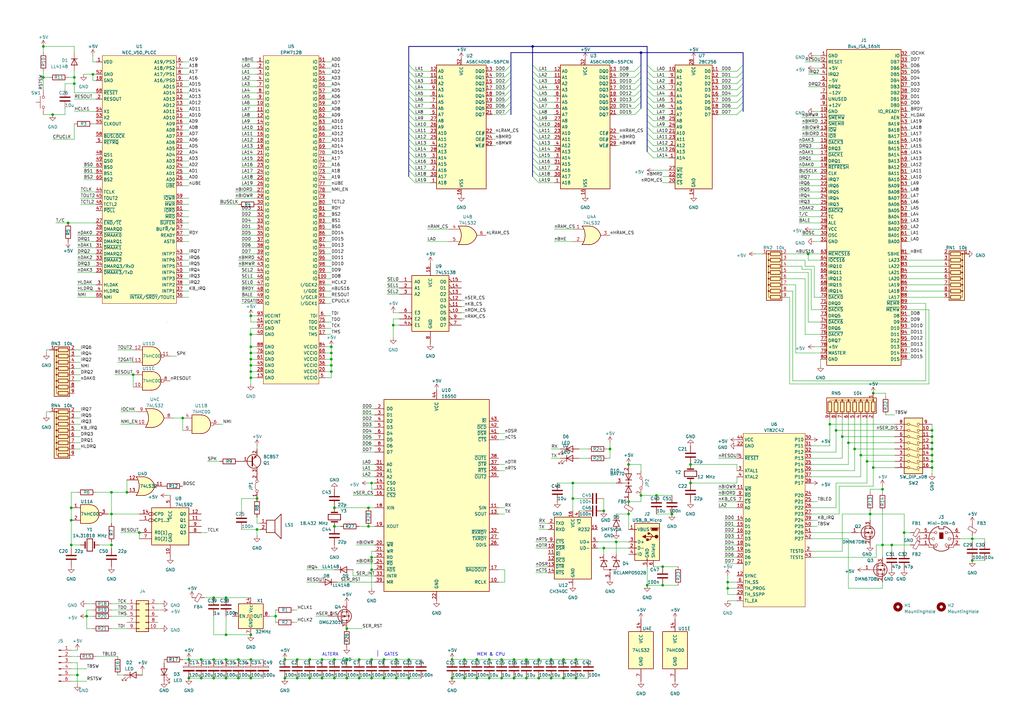
<source format=kicad_sch>
(kicad_sch (version 20230121) (generator eeschema)
  (paper "A3")
  (lib_symbols
    (symbol "74xx:74HC00" (pin_names (offset 1.016))
      (property "Reference" "U" (at 0 1.27 0))
      (property "Value" "74HC00" (at 0 -1.27 0))
      (symbol "74HC00_1_1"
        (pin input line (at -7.62 2.54 0) (length 3.81) (name "~") (number "1"))
        (pin input line (at -7.62 -2.54 0) (length 3.81) (name "~") (number "2"))
        (pin output inverted (at 7.62 0 180) (length 3.81) (name "~") (number "3"))
      )
      (symbol "74HC00_1_2"
        (pin input inverted (at -7.62 2.54 0) (length 4.318) (name "~") (number "1"))
        (pin input inverted (at -7.62 -2.54 0) (length 4.318) (name "~") (number "2"))
        (pin output line (at 7.62 0 180) (length 3.81) (name "~") (number "3"))
      )
      (symbol "74HC00_2_1"
        (pin input line (at -7.62 2.54 0) (length 3.81) (name "~") (number "4"))
        (pin input line (at -7.62 -2.54 0) (length 3.81) (name "~") (number "5"))
        (pin output inverted (at 7.62 0 180) (length 3.81) (name "~") (number "6"))
      )
      (symbol "74HC00_2_2"
        (pin input inverted (at -7.62 2.54 0) (length 4.318) (name "~") (number "4"))
        (pin input inverted (at -7.62 -2.54 0) (length 4.318) (name "~") (number "5"))
        (pin output line (at 7.62 0 180) (length 3.81) (name "~") (number "6"))
      )
      (symbol "74HC00_3_1"
        (pin input line (at -7.62 -2.54 0) (length 3.81) (name "~") (number "10"))
        (pin output inverted (at 7.62 0 180) (length 3.81) (name "~") (number "8"))
        (pin input line (at -7.62 2.54 0) (length 3.81) (name "~") (number "9"))
      )
      (symbol "74HC00_3_2"
        (pin input inverted (at -7.62 -2.54 0) (length 4.318) (name "~") (number "10"))
        (pin output line (at 7.62 0 180) (length 3.81) (name "~") (number "8"))
        (pin input inverted (at -7.62 2.54 0) (length 4.318) (name "~") (number "9"))
      )
      (symbol "74HC00_4_1"
        (pin output inverted (at 7.62 0 180) (length 3.81) (name "~") (number "11"))
        (pin input line (at -7.62 2.54 0) (length 3.81) (name "~") (number "12"))
        (pin input line (at -7.62 -2.54 0) (length 3.81) (name "~") (number "13"))
      )
      (symbol "74HC00_4_2"
        (pin output line (at 7.62 0 180) (length 3.81) (name "~") (number "11"))
        (pin input inverted (at -7.62 2.54 0) (length 4.318) (name "~") (number "12"))
        (pin input inverted (at -7.62 -2.54 0) (length 4.318) (name "~") (number "13"))
      )
      (symbol "74HC00_5_0"
        (pin power_in line (at 0 12.7 270) (length 5.08) (name "VCC") (number "14"))
        (pin power_in line (at 0 -12.7 90) (length 5.08) (name "GND") (number "7"))
      )
    )
    (symbol "74xx:74LS138" (pin_names (offset 1.016))
      (property "Reference" "U" (at -7.62 11.43 0))
      (property "Value" "74LS138" (at -7.62 -13.97 0))
      (symbol "74LS138_1_0"
        (pin input line (at -12.7 7.62 0) (length 5.08) (name "A0") (number "1"))
        (pin output output_low (at 12.7 -5.08 180) (length 5.08) (name "O5") (number "10"))
        (pin output output_low (at 12.7 -2.54 180) (length 5.08) (name "O4") (number "11"))
        (pin output output_low (at 12.7 0 180) (length 5.08) (name "O3") (number "12"))
        (pin output output_low (at 12.7 2.54 180) (length 5.08) (name "O2") (number "13"))
        (pin output output_low (at 12.7 5.08 180) (length 5.08) (name "O1") (number "14"))
        (pin output output_low (at 12.7 7.62 180) (length 5.08) (name "O0") (number "15"))
        (pin power_in line (at 0 15.24 270) (length 5.08) (name "VCC") (number "16"))
        (pin input line (at -12.7 5.08 0) (length 5.08) (name "A1") (number "2"))
        (pin input line (at -12.7 2.54 0) (length 5.08) (name "A2") (number "3"))
        (pin input input_low (at -12.7 -10.16 0) (length 5.08) (name "E1") (number "4"))
        (pin input input_low (at -12.7 -7.62 0) (length 5.08) (name "E2") (number "5"))
        (pin input line (at -12.7 -5.08 0) (length 5.08) (name "E3") (number "6"))
        (pin output output_low (at 12.7 -10.16 180) (length 5.08) (name "O7") (number "7"))
        (pin power_in line (at 0 -17.78 90) (length 5.08) (name "GND") (number "8"))
        (pin output output_low (at 12.7 -7.62 180) (length 5.08) (name "O6") (number "9"))
      )
    )
    (symbol "74xx:74LS32" (pin_names (offset 1.016))
      (property "Reference" "U" (at 0 1.27 0))
      (property "Value" "74LS32" (at 0 -1.27 0))
      (symbol "74LS32_1_1"
        (pin input line (at -7.62 2.54 0) (length 4.318) (name "~") (number "1"))
        (pin input line (at -7.62 -2.54 0) (length 4.318) (name "~") (number "2"))
        (pin output line (at 7.62 0 180) (length 3.81) (name "~") (number "3"))
      )
      (symbol "74LS32_1_2"
        (pin input inverted (at -7.62 2.54 0) (length 3.81) (name "~") (number "1"))
        (pin input inverted (at -7.62 -2.54 0) (length 3.81) (name "~") (number "2"))
        (pin output inverted (at 7.62 0 180) (length 3.81) (name "~") (number "3"))
      )
      (symbol "74LS32_2_1"
        (pin input line (at -7.62 2.54 0) (length 4.318) (name "~") (number "4"))
        (pin input line (at -7.62 -2.54 0) (length 4.318) (name "~") (number "5"))
        (pin output line (at 7.62 0 180) (length 3.81) (name "~") (number "6"))
      )
      (symbol "74LS32_2_2"
        (pin input inverted (at -7.62 2.54 0) (length 3.81) (name "~") (number "4"))
        (pin input inverted (at -7.62 -2.54 0) (length 3.81) (name "~") (number "5"))
        (pin output inverted (at 7.62 0 180) (length 3.81) (name "~") (number "6"))
      )
      (symbol "74LS32_3_1"
        (pin input line (at -7.62 -2.54 0) (length 4.318) (name "~") (number "10"))
        (pin output line (at 7.62 0 180) (length 3.81) (name "~") (number "8"))
        (pin input line (at -7.62 2.54 0) (length 4.318) (name "~") (number "9"))
      )
      (symbol "74LS32_3_2"
        (pin input inverted (at -7.62 -2.54 0) (length 3.81) (name "~") (number "10"))
        (pin output inverted (at 7.62 0 180) (length 3.81) (name "~") (number "8"))
        (pin input inverted (at -7.62 2.54 0) (length 3.81) (name "~") (number "9"))
      )
      (symbol "74LS32_4_1"
        (pin output line (at 7.62 0 180) (length 3.81) (name "~") (number "11"))
        (pin input line (at -7.62 2.54 0) (length 4.318) (name "~") (number "12"))
        (pin input line (at -7.62 -2.54 0) (length 4.318) (name "~") (number "13"))
      )
      (symbol "74LS32_4_2"
        (pin output inverted (at 7.62 0 180) (length 3.81) (name "~") (number "11"))
        (pin input inverted (at -7.62 2.54 0) (length 3.81) (name "~") (number "12"))
        (pin input inverted (at -7.62 -2.54 0) (length 3.81) (name "~") (number "13"))
      )
      (symbol "74LS32_5_0"
        (pin power_in line (at 0 12.7 270) (length 5.08) (name "VCC") (number "14"))
        (pin power_in line (at 0 -12.7 90) (length 5.08) (name "GND") (number "7"))
      )
    )
    (symbol "74xx:74LS92" (pin_names (offset 1.016))
      (property "Reference" "U" (at -7.62 8.89 0))
      (property "Value" "74LS92" (at -7.62 -8.89 0))
      (symbol "74LS92_1_0"
        (pin input inverted_clock (at -12.7 2.54 0) (length 5.08) (name "CP1..3") (number "1"))
        (pin power_in line (at 0 -12.7 90) (length 5.08) (name "GND") (number "10"))
        (pin output line (at 12.7 2.54 180) (length 5.08) (name "Q1") (number "11"))
        (pin output line (at 12.7 5.08 180) (length 5.08) (name "Q0") (number "12"))
        (pin input inverted_clock (at -12.7 5.08 0) (length 5.08) (name "CP0") (number "14"))
        (pin power_in line (at 0 12.7 270) (length 5.08) (name "VCC") (number "5"))
        (pin input line (at -12.7 -2.54 0) (length 5.08) (name "R0(1)") (number "6"))
        (pin input line (at -12.7 -5.08 0) (length 5.08) (name "R0(2)") (number "7"))
        (pin output line (at 12.7 -2.54 180) (length 5.08) (name "Q3") (number "8"))
        (pin output line (at 12.7 0 180) (length 5.08) (name "Q2") (number "9"))
      )
    )
    (symbol "Connector:Bus_ISA_16bit"
      (property "Reference" "J" (at 0 67.945 0))
      (property "Value" "Bus_ISA_16bit" (at 0 -65.405 0))
      (symbol "Bus_ISA_16bit_1_1"
        (pin power_in line (at -17.78 63.5 0) (length 2.54) (name "GND") (number "1"))
        (pin power_in line (at -17.78 40.64 0) (length 2.54) (name "GND") (number "10"))
        (pin output line (at -17.78 38.1 0) (length 2.54) (name "~{SMEMW}") (number "11"))
        (pin output line (at -17.78 35.56 0) (length 2.54) (name "~{SMEMR}") (number "12"))
        (pin output line (at -17.78 33.02 0) (length 2.54) (name "~{IOW}") (number "13"))
        (pin output line (at -17.78 30.48 0) (length 2.54) (name "~{IOR}") (number "14"))
        (pin passive line (at -17.78 27.94 0) (length 2.54) (name "~{DACK3}") (number "15"))
        (pin passive line (at -17.78 25.4 0) (length 2.54) (name "DRQ3") (number "16"))
        (pin passive line (at -17.78 22.86 0) (length 2.54) (name "~{DACK1}") (number "17"))
        (pin passive line (at -17.78 20.32 0) (length 2.54) (name "DRQ1") (number "18"))
        (pin passive line (at -17.78 17.78 0) (length 2.54) (name "~{REFRESH}") (number "19"))
        (pin output line (at -17.78 60.96 0) (length 2.54) (name "RESET") (number "2"))
        (pin output line (at -17.78 15.24 0) (length 2.54) (name "CLK") (number "20"))
        (pin passive line (at -17.78 12.7 0) (length 2.54) (name "IRQ7") (number "21"))
        (pin passive line (at -17.78 10.16 0) (length 2.54) (name "IRQ6") (number "22"))
        (pin passive line (at -17.78 7.62 0) (length 2.54) (name "IRQ5") (number "23"))
        (pin passive line (at -17.78 5.08 0) (length 2.54) (name "IRQ4") (number "24"))
        (pin passive line (at -17.78 2.54 0) (length 2.54) (name "IRQ3") (number "25"))
        (pin passive line (at -17.78 0 0) (length 2.54) (name "~{DACK2}") (number "26"))
        (pin passive line (at -17.78 -2.54 0) (length 2.54) (name "TC") (number "27"))
        (pin output line (at -17.78 -5.08 0) (length 2.54) (name "ALE") (number "28"))
        (pin power_in line (at -17.78 -7.62 0) (length 2.54) (name "VCC") (number "29"))
        (pin power_in line (at -17.78 58.42 0) (length 2.54) (name "+5V") (number "3"))
        (pin output line (at -17.78 -10.16 0) (length 2.54) (name "OSC") (number "30"))
        (pin power_in line (at -17.78 -12.7 0) (length 2.54) (name "GND") (number "31"))
        (pin passive line (at 17.78 63.5 180) (length 2.54) (name "IO") (number "32"))
        (pin tri_state line (at 17.78 60.96 180) (length 2.54) (name "DB7") (number "33"))
        (pin tri_state line (at 17.78 58.42 180) (length 2.54) (name "DB6") (number "34"))
        (pin tri_state line (at 17.78 55.88 180) (length 2.54) (name "DB5") (number "35"))
        (pin tri_state line (at 17.78 53.34 180) (length 2.54) (name "DB4") (number "36"))
        (pin tri_state line (at 17.78 50.8 180) (length 2.54) (name "DB3") (number "37"))
        (pin tri_state line (at 17.78 48.26 180) (length 2.54) (name "DB2") (number "38"))
        (pin tri_state line (at 17.78 45.72 180) (length 2.54) (name "DB1") (number "39"))
        (pin passive line (at -17.78 55.88 0) (length 2.54) (name "IRQ2") (number "4"))
        (pin tri_state line (at 17.78 43.18 180) (length 2.54) (name "DB0") (number "40"))
        (pin passive line (at 17.78 40.64 180) (length 2.54) (name "IO_READY") (number "41"))
        (pin output line (at 17.78 38.1 180) (length 2.54) (name "AEN") (number "42"))
        (pin tri_state line (at 17.78 35.56 180) (length 2.54) (name "BA19") (number "43"))
        (pin tri_state line (at 17.78 33.02 180) (length 2.54) (name "BA18") (number "44"))
        (pin tri_state line (at 17.78 30.48 180) (length 2.54) (name "BA17") (number "45"))
        (pin tri_state line (at 17.78 27.94 180) (length 2.54) (name "BA16") (number "46"))
        (pin tri_state line (at 17.78 25.4 180) (length 2.54) (name "BA15") (number "47"))
        (pin tri_state line (at 17.78 22.86 180) (length 2.54) (name "BA14") (number "48"))
        (pin tri_state line (at 17.78 20.32 180) (length 2.54) (name "BA13") (number "49"))
        (pin power_in line (at -17.78 53.34 0) (length 2.54) (name "-5V") (number "5"))
        (pin tri_state line (at 17.78 17.78 180) (length 2.54) (name "BA12") (number "50"))
        (pin tri_state line (at 17.78 15.24 180) (length 2.54) (name "BA11") (number "51"))
        (pin tri_state line (at 17.78 12.7 180) (length 2.54) (name "BA10") (number "52"))
        (pin tri_state line (at 17.78 10.16 180) (length 2.54) (name "BA09") (number "53"))
        (pin tri_state line (at 17.78 7.62 180) (length 2.54) (name "BA08") (number "54"))
        (pin tri_state line (at 17.78 5.08 180) (length 2.54) (name "BA07") (number "55"))
        (pin tri_state line (at 17.78 2.54 180) (length 2.54) (name "BA06") (number "56"))
        (pin tri_state line (at 17.78 0 180) (length 2.54) (name "BA05") (number "57"))
        (pin tri_state line (at 17.78 -2.54 180) (length 2.54) (name "BA04") (number "58"))
        (pin tri_state line (at 17.78 -5.08 180) (length 2.54) (name "BA03") (number "59"))
        (pin passive line (at -17.78 50.8 0) (length 2.54) (name "DRQ2") (number "6"))
        (pin tri_state line (at 17.78 -7.62 180) (length 2.54) (name "BA02") (number "60"))
        (pin tri_state line (at 17.78 -10.16 180) (length 2.54) (name "BA01") (number "61"))
        (pin tri_state line (at 17.78 -12.7 180) (length 2.54) (name "BA00") (number "62"))
        (pin passive line (at -17.78 -17.78 0) (length 2.54) (name "~{MEMCS16}") (number "63"))
        (pin passive line (at -17.78 -20.32 0) (length 2.54) (name "~{IOCS16}") (number "64"))
        (pin passive line (at -17.78 -22.86 0) (length 2.54) (name "IRQ10") (number "65"))
        (pin passive line (at -17.78 -25.4 0) (length 2.54) (name "IRQ11") (number "66"))
        (pin passive line (at -17.78 -27.94 0) (length 2.54) (name "IRQ12") (number "67"))
        (pin passive line (at -17.78 -30.48 0) (length 2.54) (name "IRQ15") (number "68"))
        (pin passive line (at -17.78 -33.02 0) (length 2.54) (name "IRQ14") (number "69"))
        (pin power_in line (at -17.78 48.26 0) (length 2.54) (name "-12V") (number "7"))
        (pin output line (at -17.78 -35.56 0) (length 2.54) (name "~{DACK0}") (number "70"))
        (pin passive line (at -17.78 -38.1 0) (length 2.54) (name "DRQ0") (number "71"))
        (pin output line (at -17.78 -40.64 0) (length 2.54) (name "~{DACK5}") (number "72"))
        (pin passive line (at -17.78 -43.18 0) (length 2.54) (name "DRQ5") (number "73"))
        (pin output line (at -17.78 -45.72 0) (length 2.54) (name "~{DACK6}") (number "74"))
        (pin passive line (at -17.78 -48.26 0) (length 2.54) (name "DRQ6") (number "75"))
        (pin output line (at -17.78 -50.8 0) (length 2.54) (name "~{DACK7}") (number "76"))
        (pin passive line (at -17.78 -53.34 0) (length 2.54) (name "DRQ7") (number "77"))
        (pin power_in line (at -17.78 -55.88 0) (length 2.54) (name "+5V") (number "78"))
        (pin passive line (at -17.78 -58.42 0) (length 2.54) (name "MASTER") (number "79"))
        (pin passive line (at -17.78 45.72 0) (length 2.54) (name "UNUSED") (number "8"))
        (pin power_in line (at -17.78 -60.96 0) (length 2.54) (name "GND") (number "80"))
        (pin passive line (at 17.78 -17.78 180) (length 2.54) (name "SBHE") (number "81"))
        (pin passive line (at 17.78 -20.32 180) (length 2.54) (name "LA23") (number "82"))
        (pin passive line (at 17.78 -22.86 180) (length 2.54) (name "LA22") (number "83"))
        (pin passive line (at 17.78 -25.4 180) (length 2.54) (name "LA21") (number "84"))
        (pin passive line (at 17.78 -27.94 180) (length 2.54) (name "LA20") (number "85"))
        (pin passive line (at 17.78 -30.48 180) (length 2.54) (name "LA19") (number "86"))
        (pin passive line (at 17.78 -33.02 180) (length 2.54) (name "LA18") (number "87"))
        (pin passive line (at 17.78 -35.56 180) (length 2.54) (name "LA17") (number "88"))
        (pin output line (at 17.78 -38.1 180) (length 2.54) (name "~{MEMR}") (number "89"))
        (pin power_in line (at -17.78 43.18 0) (length 2.54) (name "+12V") (number "9"))
        (pin output line (at 17.78 -40.64 180) (length 2.54) (name "~{MEMW}") (number "90"))
        (pin tri_state line (at 17.78 -43.18 180) (length 2.54) (name "D8") (number "91"))
        (pin tri_state line (at 17.78 -45.72 180) (length 2.54) (name "D9") (number "92"))
        (pin tri_state line (at 17.78 -48.26 180) (length 2.54) (name "D10") (number "93"))
        (pin tri_state line (at 17.78 -50.8 180) (length 2.54) (name "D11") (number "94"))
        (pin tri_state line (at 17.78 -53.34 180) (length 2.54) (name "D12") (number "95"))
        (pin tri_state line (at 17.78 -55.88 180) (length 2.54) (name "D13") (number "96"))
        (pin tri_state line (at 17.78 -58.42 180) (length 2.54) (name "D14") (number "97"))
        (pin tri_state line (at 17.78 -60.96 180) (length 2.54) (name "D15") (number "98"))
      )
    )
    (symbol "Connector:Conn_01x06_Pin" (pin_names (offset 1.016) hide)
      (property "Reference" "J" (at 0 7.62 0))
      (property "Value" "Conn_01x06_Pin" (at 0 -10.16 0))
      (symbol "Conn_01x06_Pin_1_1"
        (pin passive line (at 5.08 5.08 180) (length 3.81) (name "Pin_1") (number "1"))
        (pin passive line (at 5.08 2.54 180) (length 3.81) (name "Pin_2") (number "2"))
        (pin passive line (at 5.08 0 180) (length 3.81) (name "Pin_3") (number "3"))
        (pin passive line (at 5.08 -2.54 180) (length 3.81) (name "Pin_4") (number "4"))
        (pin passive line (at 5.08 -5.08 180) (length 3.81) (name "Pin_5") (number "5"))
        (pin passive line (at 5.08 -7.62 180) (length 3.81) (name "Pin_6") (number "6"))
      )
    )
    (symbol "Connector:Mini-DIN-6" (pin_names (offset 1.016))
      (property "Reference" "J" (at 0 6.35 0))
      (property "Value" "Mini-DIN-6" (at 0 -6.35 0))
      (symbol "Mini-DIN-6_1_1"
        (pin passive line (at 7.62 -2.54 180) (length 2.54) (name "~") (number "1"))
        (pin passive line (at -7.62 -2.54 0) (length 2.54) (name "~") (number "2"))
        (pin passive line (at 7.62 0 180) (length 2.54) (name "~") (number "3"))
        (pin passive line (at -7.62 0 0) (length 2.54) (name "~") (number "4"))
        (pin passive line (at 7.62 2.54 180) (length 2.54) (name "~") (number "5"))
        (pin passive line (at -7.62 2.54 0) (length 2.54) (name "~") (number "6"))
      )
    )
    (symbol "Connector:USB_B_Micro" (pin_names (offset 1.016))
      (property "Reference" "J" (at -5.08 11.43 0))
      (property "Value" "USB_B_Micro" (at -5.08 8.89 0))
      (symbol "USB_B_Micro_1_1"
        (pin power_out line (at 7.62 5.08 180) (length 2.54) (name "VBUS") (number "1"))
        (pin bidirectional line (at 7.62 -2.54 180) (length 2.54) (name "D-") (number "2"))
        (pin bidirectional line (at 7.62 0 180) (length 2.54) (name "D+") (number "3"))
        (pin passive line (at 7.62 -5.08 180) (length 2.54) (name "ID") (number "4"))
        (pin power_out line (at 0 -10.16 90) (length 2.54) (name "GND") (number "5"))
        (pin passive line (at -2.54 -10.16 90) (length 2.54) (name "Shield") (number "6"))
      )
    )
    (symbol "Connector_Generic:Conn_02x05_Odd_Even" (pin_names (offset 1.016) hide)
      (property "Reference" "J" (at 1.27 7.62 0))
      (property "Value" "Conn_02x05_Odd_Even" (at 1.27 -7.62 0))
      (symbol "Conn_02x05_Odd_Even_1_1"
        (pin passive line (at -5.08 5.08 0) (length 3.81) (name "Pin_1") (number "1"))
        (pin passive line (at 7.62 -5.08 180) (length 3.81) (name "Pin_10") (number "10"))
        (pin passive line (at 7.62 5.08 180) (length 3.81) (name "Pin_2") (number "2"))
        (pin passive line (at -5.08 2.54 0) (length 3.81) (name "Pin_3") (number "3"))
        (pin passive line (at 7.62 2.54 180) (length 3.81) (name "Pin_4") (number "4"))
        (pin passive line (at -5.08 0 0) (length 3.81) (name "Pin_5") (number "5"))
        (pin passive line (at 7.62 0 180) (length 3.81) (name "Pin_6") (number "6"))
        (pin passive line (at -5.08 -2.54 0) (length 3.81) (name "Pin_7") (number "7"))
        (pin passive line (at 7.62 -2.54 180) (length 3.81) (name "Pin_8") (number "8"))
        (pin passive line (at -5.08 -5.08 0) (length 3.81) (name "Pin_9") (number "9"))
      )
    )
    (symbol "Device:C" (pin_numbers hide) (pin_names (offset 0.254))
      (property "Reference" "C" (at 0.635 2.54 0))
      (property "Value" "C" (at 0.635 -2.54 0))
      (symbol "C_1_1"
        (pin passive line (at 0 3.81 270) (length 2.794) (name "~") (number "1"))
        (pin passive line (at 0 -3.81 90) (length 2.794) (name "~") (number "2"))
      )
    )
    (symbol "Device:C_Polarized" (pin_numbers hide) (pin_names (offset 0.254))
      (property "Reference" "C" (at 0.635 2.54 0))
      (property "Value" "C_Polarized" (at 0.635 -2.54 0))
      (symbol "C_Polarized_1_1"
        (pin passive line (at 0 3.81 270) (length 2.794) (name "~") (number "1"))
        (pin passive line (at 0 -3.81 90) (length 2.794) (name "~") (number "2"))
      )
    )
    (symbol "Device:Crystal" (pin_numbers hide) (pin_names (offset 1.016) hide)
      (property "Reference" "Y" (at 0 3.81 0))
      (property "Value" "Crystal" (at 0 -3.81 0))
      (symbol "Crystal_1_1"
        (pin passive line (at -3.81 0 0) (length 1.27) (name "1") (number "1"))
        (pin passive line (at 3.81 0 180) (length 1.27) (name "2") (number "2"))
      )
    )
    (symbol "Device:FerriteBead_Small" (pin_numbers hide) (pin_names (offset 0))
      (property "Reference" "FB" (at 1.905 1.27 0))
      (property "Value" "FerriteBead_Small" (at 1.905 -1.27 0))
      (symbol "FerriteBead_Small_1_1"
        (pin passive line (at 0 2.54 270) (length 1.27) (name "~") (number "1"))
        (pin passive line (at 0 -2.54 90) (length 1.27) (name "~") (number "2"))
      )
    )
    (symbol "Device:LED" (pin_numbers hide) (pin_names (offset 1.016) hide)
      (property "Reference" "D" (at 0 2.54 0))
      (property "Value" "LED" (at 0 -2.54 0))
      (symbol "LED_1_1"
        (pin passive line (at -3.81 0 0) (length 2.54) (name "K") (number "1"))
        (pin passive line (at 3.81 0 180) (length 2.54) (name "A") (number "2"))
      )
    )
    (symbol "Device:R" (pin_numbers hide) (pin_names (offset 0))
      (property "Reference" "R" (at 2.032 0 90))
      (property "Value" "R" (at 0 0 90))
      (symbol "R_1_1"
        (pin passive line (at 0 3.81 270) (length 1.27) (name "~") (number "1"))
        (pin passive line (at 0 -3.81 90) (length 1.27) (name "~") (number "2"))
      )
    )
    (symbol "Device:R_Network08" (pin_names (offset 0) hide)
      (property "Reference" "RN" (at -12.7 0 90))
      (property "Value" "R_Network08" (at 10.16 0 90))
      (symbol "R_Network08_1_1"
        (pin passive line (at -10.16 5.08 270) (length 2.54) (name "common") (number "1"))
        (pin passive line (at -10.16 -5.08 90) (length 1.27) (name "R1") (number "2"))
        (pin passive line (at -7.62 -5.08 90) (length 1.27) (name "R2") (number "3"))
        (pin passive line (at -5.08 -5.08 90) (length 1.27) (name "R3") (number "4"))
        (pin passive line (at -2.54 -5.08 90) (length 1.27) (name "R4") (number "5"))
        (pin passive line (at 0 -5.08 90) (length 1.27) (name "R5") (number "6"))
        (pin passive line (at 2.54 -5.08 90) (length 1.27) (name "R6") (number "7"))
        (pin passive line (at 5.08 -5.08 90) (length 1.27) (name "R7") (number "8"))
        (pin passive line (at 7.62 -5.08 90) (length 1.27) (name "R8") (number "9"))
      )
    )
    (symbol "Device:Speaker" (pin_names (offset 0) hide)
      (property "Reference" "LS" (at 1.27 5.715 0))
      (property "Value" "Speaker" (at 1.27 3.81 0))
      (symbol "Speaker_1_1"
        (pin input line (at -5.08 0 0) (length 2.54) (name "1") (number "1"))
        (pin input line (at -5.08 -2.54 0) (length 2.54) (name "2") (number "2"))
      )
    )
    (symbol "Diode:BAV70" (pin_names hide)
      (property "Reference" "D" (at 0.635 -2.54 0))
      (property "Value" "BAV70" (at 0 2.54 0))
      (symbol "BAV70_0_1"
        (pin passive line (at -7.62 0 0) (length 3.81) (name "A") (number "1"))
        (pin passive line (at 7.62 0 180) (length 3.81) (name "A") (number "2"))
        (pin passive line (at 0 -5.08 90) (length 2.54) (name "K") (number "3"))
      )
    )
    (symbol "Diode:LL4148" (pin_numbers hide) (pin_names hide)
      (property "Reference" "D" (at 0 2.54 0))
      (property "Value" "LL4148" (at 0 -2.54 0))
      (symbol "LL4148_1_1"
        (pin passive line (at -3.81 0 0) (length 2.54) (name "K") (number "1"))
        (pin passive line (at 3.81 0 180) (length 2.54) (name "A") (number "2"))
      )
    )
    (symbol "Diode:SMF5V0A" (pin_numbers hide) (pin_names (offset 1.016) hide)
      (property "Reference" "D" (at 0 2.54 0))
      (property "Value" "SMF5V0A" (at 0 -2.54 0))
      (symbol "SMF5V0A_1_1"
        (pin passive line (at -3.81 0 0) (length 2.54) (name "A1") (number "1"))
        (pin passive line (at 3.81 0 180) (length 2.54) (name "A2") (number "2"))
      )
    )
    (symbol "IC:EPM7128SQI100"
      (property "Reference" "U" (at 1.27 1.27 0))
      (property "Value" "EPM7128" (at 17.78 1.27 0))
      (symbol "EPM7128SQI100_0_0"
        (pin bidirectional line (at -2.54 -2.54 0) (length 2.54) (name "IO") (number "1"))
        (pin bidirectional line (at -2.54 -20.32 0) (length 2.54) (name "IO") (number "10"))
        (pin bidirectional line (at 25.4 -91.44 180) (length 2.54) (name "IO") (number "100"))
        (pin bidirectional line (at -2.54 -22.86 0) (length 2.54) (name "IO") (number "11"))
        (pin bidirectional line (at -2.54 -25.4 0) (length 2.54) (name "IO") (number "12"))
        (pin bidirectional line (at -2.54 -27.94 0) (length 2.54) (name "IO") (number "14"))
        (pin bidirectional line (at -2.54 -30.48 0) (length 2.54) (name "IO") (number "15"))
        (pin bidirectional line (at -2.54 -33.02 0) (length 2.54) (name "IO") (number "16"))
        (pin input line (at 25.4 -114.3 180) (length 2.54) (name "TMS") (number "17"))
        (pin bidirectional line (at -2.54 -35.56 0) (length 2.54) (name "IO") (number "18"))
        (pin bidirectional line (at -2.54 -38.1 0) (length 2.54) (name "IO") (number "19"))
        (pin bidirectional line (at -2.54 -5.08 0) (length 2.54) (name "IO") (number "2"))
        (pin power_in line (at 25.4 -129.54 180) (length 2.54) (name "VCCIO") (number "20"))
        (pin bidirectional line (at -2.54 -40.64 0) (length 2.54) (name "IO") (number "21"))
        (pin bidirectional line (at -2.54 -43.18 0) (length 2.54) (name "IO") (number "22"))
        (pin bidirectional line (at -2.54 -45.72 0) (length 2.54) (name "IO") (number "23"))
        (pin bidirectional line (at -2.54 -48.26 0) (length 2.54) (name "IO") (number "24"))
        (pin bidirectional line (at -2.54 -50.8 0) (length 2.54) (name "IO") (number "25"))
        (pin bidirectional line (at -2.54 -53.34 0) (length 2.54) (name "IO") (number "26"))
        (pin bidirectional line (at -2.54 -55.88 0) (length 2.54) (name "IO") (number "27"))
        (pin power_in line (at -2.54 -129.54 0) (length 2.54) (name "GND") (number "28"))
        (pin bidirectional line (at -2.54 -58.42 0) (length 2.54) (name "IO") (number "29"))
        (pin bidirectional line (at -2.54 -7.62 0) (length 2.54) (name "IO") (number "3"))
        (pin bidirectional line (at -2.54 -60.96 0) (length 2.54) (name "IO") (number "30"))
        (pin bidirectional line (at -2.54 -63.5 0) (length 2.54) (name "IO") (number "31"))
        (pin bidirectional line (at -2.54 -66.04 0) (length 2.54) (name "IO") (number "32"))
        (pin bidirectional line (at -2.54 -68.58 0) (length 2.54) (name "IO") (number "33"))
        (pin bidirectional line (at -2.54 -71.12 0) (length 2.54) (name "IO") (number "34"))
        (pin bidirectional line (at -2.54 -73.66 0) (length 2.54) (name "IO") (number "35"))
        (pin power_in line (at 25.4 -127 180) (length 2.54) (name "VCCIO") (number "36"))
        (pin bidirectional line (at -2.54 -76.2 0) (length 2.54) (name "IO") (number "37"))
        (pin bidirectional line (at -2.54 -78.74 0) (length 2.54) (name "IO") (number "38"))
        (pin bidirectional line (at -2.54 -81.28 0) (length 2.54) (name "IO") (number "39"))
        (pin bidirectional line (at -2.54 -10.16 0) (length 2.54) (name "IO") (number "4"))
        (pin power_in line (at -2.54 -114.3 0) (length 2.54) (name "GND") (number "40"))
        (pin power_in line (at -2.54 -109.22 0) (length 2.54) (name "VCCINT") (number "41"))
        (pin bidirectional line (at -2.54 -83.82 0) (length 2.54) (name "IO") (number "42"))
        (pin bidirectional line (at -2.54 -86.36 0) (length 2.54) (name "IO") (number "43"))
        (pin bidirectional line (at -2.54 -88.9 0) (length 2.54) (name "IO") (number "44"))
        (pin bidirectional line (at -2.54 -91.44 0) (length 2.54) (name "IO") (number "46"))
        (pin bidirectional line (at -2.54 -93.98 0) (length 2.54) (name "IO") (number "47"))
        (pin bidirectional line (at -2.54 -96.52 0) (length 2.54) (name "IO") (number "48"))
        (pin bidirectional line (at -2.54 -99.06 0) (length 2.54) (name "IO") (number "49"))
        (pin power_in line (at 25.4 -132.08 180) (length 2.54) (name "VCCIO") (number "5"))
        (pin bidirectional line (at -2.54 -101.6 0) (length 2.54) (name "IO") (number "50"))
        (pin bidirectional line (at 25.4 -2.54 180) (length 2.54) (name "IO") (number "51"))
        (pin bidirectional line (at 25.4 -5.08 180) (length 2.54) (name "IO") (number "52"))
        (pin bidirectional line (at 25.4 -7.62 180) (length 2.54) (name "IO") (number "54"))
        (pin bidirectional line (at 25.4 -10.16 180) (length 2.54) (name "IO") (number "55"))
        (pin bidirectional line (at 25.4 -12.7 180) (length 2.54) (name "IO") (number "56"))
        (pin bidirectional line (at 25.4 -15.24 180) (length 2.54) (name "IO") (number "57"))
        (pin bidirectional line (at 25.4 -17.78 180) (length 2.54) (name "IO") (number "58"))
        (pin bidirectional line (at 25.4 -20.32 180) (length 2.54) (name "IO") (number "59"))
        (pin input line (at 25.4 -106.68 180) (length 2.54) (name "TDI") (number "6"))
        (pin bidirectional line (at 25.4 -22.86 180) (length 2.54) (name "IO") (number "60"))
        (pin power_in line (at -2.54 -124.46 0) (length 2.54) (name "GND") (number "61"))
        (pin bidirectional line (at 25.4 -25.4 180) (length 2.54) (name "IO") (number "62"))
        (pin bidirectional line (at 25.4 -27.94 180) (length 2.54) (name "IO") (number "63"))
        (pin input line (at 25.4 -111.76 180) (length 2.54) (name "TCK") (number "64"))
        (pin bidirectional line (at 25.4 -30.48 180) (length 2.54) (name "IO") (number "65"))
        (pin bidirectional line (at 25.4 -33.02 180) (length 2.54) (name "IO") (number "66"))
        (pin bidirectional line (at 25.4 -35.56 180) (length 2.54) (name "IO") (number "67"))
        (pin power_in line (at 25.4 -121.92 180) (length 2.54) (name "VCCIO") (number "68"))
        (pin bidirectional line (at 25.4 -38.1 180) (length 2.54) (name "IO") (number "69"))
        (pin bidirectional line (at -2.54 -12.7 0) (length 2.54) (name "IO") (number "7"))
        (pin bidirectional line (at 25.4 -40.64 180) (length 2.54) (name "IO") (number "70"))
        (pin bidirectional line (at 25.4 -43.18 180) (length 2.54) (name "IO") (number "71"))
        (pin bidirectional line (at 25.4 -45.72 180) (length 2.54) (name "IO") (number "72"))
        (pin bidirectional line (at 25.4 -48.26 180) (length 2.54) (name "IO") (number "73"))
        (pin bidirectional line (at 25.4 -50.8 180) (length 2.54) (name "IO") (number "74"))
        (pin output line (at 25.4 -109.22 180) (length 2.54) (name "TDO") (number "75"))
        (pin power_in line (at -2.54 -121.92 0) (length 2.54) (name "GND") (number "76"))
        (pin bidirectional line (at 25.4 -53.34 180) (length 2.54) (name "IO") (number "77"))
        (pin bidirectional line (at 25.4 -55.88 180) (length 2.54) (name "IO") (number "78"))
        (pin bidirectional line (at 25.4 -58.42 180) (length 2.54) (name "IO") (number "79"))
        (pin bidirectional line (at -2.54 -15.24 0) (length 2.54) (name "IO") (number "8"))
        (pin bidirectional line (at 25.4 -60.96 180) (length 2.54) (name "IO") (number "80"))
        (pin bidirectional line (at 25.4 -63.5 180) (length 2.54) (name "IO") (number "81"))
        (pin bidirectional line (at 25.4 -66.04 180) (length 2.54) (name "IO") (number "82"))
        (pin bidirectional line (at 25.4 -68.58 180) (length 2.54) (name "IO") (number "83"))
        (pin power_in line (at 25.4 -119.38 180) (length 2.54) (name "VCCIO") (number "84"))
        (pin bidirectional line (at 25.4 -71.12 180) (length 2.54) (name "IO") (number "85"))
        (pin bidirectional line (at 25.4 -73.66 180) (length 2.54) (name "IO") (number "86"))
        (pin bidirectional line (at 25.4 -76.2 180) (length 2.54) (name "IO") (number "87"))
        (pin power_in line (at -2.54 -119.38 0) (length 2.54) (name "GND") (number "88"))
        (pin input line (at 25.4 -93.98 180) (length 2.54) (name "I/GCK2") (number "89"))
        (pin bidirectional line (at -2.54 -17.78 0) (length 2.54) (name "IO") (number "9"))
        (pin input line (at 25.4 -96.52 180) (length 2.54) (name "I/GOE") (number "90"))
        (pin input line (at 25.4 -99.06 180) (length 2.54) (name "I/GCLR") (number "91"))
        (pin input line (at 25.4 -101.6 180) (length 2.54) (name "I/GCK1") (number "92"))
        (pin power_in line (at -2.54 -106.68 0) (length 2.54) (name "VCCINT") (number "93"))
        (pin bidirectional line (at 25.4 -78.74 180) (length 2.54) (name "IO") (number "94"))
        (pin bidirectional line (at 25.4 -81.28 180) (length 2.54) (name "IO") (number "95"))
        (pin bidirectional line (at 25.4 -83.82 180) (length 2.54) (name "IO") (number "96"))
        (pin power_in line (at -2.54 -111.76 0) (length 2.54) (name "GND") (number "97"))
        (pin bidirectional line (at 25.4 -86.36 180) (length 2.54) (name "IO") (number "98"))
        (pin bidirectional line (at 25.4 -88.9 180) (length 2.54) (name "IO") (number "99"))
      )
      (symbol "EPM7128SQI100_1_0"
        (pin power_in line (at -2.54 -132.08 0) (length 2.54) (name "GND") (number "13"))
        (pin power_in line (at -2.54 -127 0) (length 2.54) (name "GND") (number "45"))
        (pin power_in line (at 25.4 -124.46 180) (length 2.54) (name "VCCIO") (number "53"))
      )
    )
    (symbol "IC:NEC_V50_PLCC"
      (property "Reference" "U" (at 1.27 1.27 0))
      (property "Value" "NEC_V50_PLCC" (at 22.86 1.27 0))
      (symbol "NEC_V50_PLCC_0_0"
        (pin power_in line (at -2.54 -2.54 0) (length 2.54) (name "VDD") (number "1"))
        (pin bidirectional line (at 33.02 -12.7 180) (length 2.54) (name "AD15") (number "10"))
        (pin bidirectional line (at 33.02 -15.24 180) (length 2.54) (name "AD14") (number "11"))
        (pin bidirectional line (at 33.02 -17.78 180) (length 2.54) (name "AD13") (number "12"))
        (pin bidirectional line (at 33.02 -20.32 180) (length 2.54) (name "AD12") (number "13"))
        (pin bidirectional line (at 33.02 -22.86 180) (length 2.54) (name "AD11") (number "14"))
        (pin bidirectional line (at 33.02 -25.4 180) (length 2.54) (name "AD10") (number "15"))
        (pin bidirectional line (at 33.02 -27.94 180) (length 2.54) (name "AD9") (number "16"))
        (pin bidirectional line (at 33.02 -30.48 180) (length 2.54) (name "AD8") (number "17"))
        (pin power_in line (at -2.54 -10.16 0) (length 2.54) (name "GND") (number "18"))
        (pin bidirectional line (at 33.02 -33.02 180) (length 2.54) (name "AD7") (number "19"))
        (pin output line (at -2.54 -17.78 0) (length 2.54) (name "RESOUT") (number "2"))
        (pin bidirectional line (at 33.02 -35.56 180) (length 2.54) (name "AD6") (number "20"))
        (pin bidirectional line (at 33.02 -38.1 180) (length 2.54) (name "AD5") (number "21"))
        (pin bidirectional line (at 33.02 -40.64 180) (length 2.54) (name "AD4") (number "22"))
        (pin bidirectional line (at 33.02 -43.18 180) (length 2.54) (name "AD3") (number "23"))
        (pin bidirectional line (at 33.02 -45.72 180) (length 2.54) (name "AD2") (number "24"))
        (pin bidirectional line (at 33.02 -48.26 180) (length 2.54) (name "AD1") (number "25"))
        (pin bidirectional line (at 33.02 -50.8 180) (length 2.54) (name "AD0") (number "26"))
        (pin bidirectional line (at -2.54 -68.58 0) (length 2.54) (name "~{END}/~{TC}") (number "27"))
        (pin input line (at -2.54 -71.12 0) (length 2.54) (name "DMARQ0") (number "28"))
        (pin output line (at -2.54 -73.66 0) (length 2.54) (name "~{DMAAK0}") (number "29"))
        (pin output line (at -2.54 -93.98 0) (length 2.54) (name "HLDAK") (number "3"))
        (pin input line (at -2.54 -76.2 0) (length 2.54) (name "DMARQ1") (number "30"))
        (pin output line (at -2.54 -78.74 0) (length 2.54) (name "~{DMAAK1}") (number "31"))
        (pin input line (at -2.54 -81.28 0) (length 2.54) (name "DMARQ2") (number "32"))
        (pin output line (at -2.54 -83.82 0) (length 2.54) (name "~{DMAAK2}") (number "33"))
        (pin input line (at -2.54 -86.36 0) (length 2.54) (name "DMARQ3/RxD") (number "34"))
        (pin output line (at -2.54 -88.9 0) (length 2.54) (name "~{DMAAK3}/TxD") (number "35"))
        (pin output line (at 33.02 -99.06 180) (length 2.54) (name "~{INTAK}/~{SRDY}/TOUT1") (number "36"))
        (pin input line (at 33.02 -96.52 180) (length 2.54) (name "INTP1") (number "37"))
        (pin input line (at 33.02 -93.98 180) (length 2.54) (name "INTP2") (number "38"))
        (pin input line (at 33.02 -91.44 180) (length 2.54) (name "INTP3") (number "39"))
        (pin input line (at -2.54 -96.52 0) (length 2.54) (name "HLDRQ") (number "4"))
        (pin input line (at 33.02 -88.9 180) (length 2.54) (name "INTP4") (number "40"))
        (pin input line (at 33.02 -86.36 180) (length 2.54) (name "INTP5") (number "41"))
        (pin input line (at 33.02 -83.82 180) (length 2.54) (name "INTP6") (number "42"))
        (pin input line (at 33.02 -81.28 180) (length 2.54) (name "INTP7") (number "43"))
        (pin input line (at -2.54 -55.88 0) (length 2.54) (name "TCLK") (number "44"))
        (pin output line (at -2.54 -58.42 0) (length 2.54) (name "TOUT2") (number "45"))
        (pin input line (at -2.54 -60.96 0) (length 2.54) (name "TCTL2") (number "46"))
        (pin input line (at -2.54 -63.5 0) (length 2.54) (name "~{POLL}") (number "47"))
        (pin output line (at -2.54 -40.64 0) (length 2.54) (name "QS1") (number "48"))
        (pin output line (at -2.54 -43.18 0) (length 2.54) (name "QS0") (number "49"))
        (pin output line (at -2.54 -35.56 0) (length 2.54) (name "~{REFRQ}") (number "5"))
        (pin output line (at 33.02 -76.2 180) (length 2.54) (name "ASTB") (number "50"))
        (pin output line (at 33.02 -53.34 180) (length 2.54) (name "~{UBE}") (number "51"))
        (pin power_in line (at -2.54 -7.62 0) (length 2.54) (name "GND") (number "52"))
        (pin output line (at -2.54 -25.4 0) (length 2.54) (name "X2") (number "53"))
        (pin input line (at -2.54 -22.86 0) (length 2.54) (name "X1") (number "54"))
        (pin output line (at -2.54 -27.94 0) (length 2.54) (name "CLKOUT") (number "55"))
        (pin output line (at 33.02 -68.58 180) (length 2.54) (name "~{BUFEN}") (number "56"))
        (pin output line (at -2.54 -33.02 0) (length 2.54) (name "~{BUSLOCK}") (number "58"))
        (pin output line (at 33.02 -58.42 180) (length 2.54) (name "~{IOWR}") (number "59"))
        (pin output line (at 33.02 -2.54 180) (length 2.54) (name "A19/PS3") (number "6"))
        (pin output line (at 33.02 -60.96 180) (length 2.54) (name "~{MWR}") (number "60"))
        (pin output line (at 33.02 -63.5 180) (length 2.54) (name "~{IORD}") (number "61"))
        (pin output line (at 33.02 -66.04 180) (length 2.54) (name "~{MRD}") (number "62"))
        (pin output line (at -2.54 -45.72 0) (length 2.54) (name "BS0") (number "63"))
        (pin output line (at -2.54 -48.26 0) (length 2.54) (name "BS1") (number "64"))
        (pin output line (at -2.54 -50.8 0) (length 2.54) (name "BS2") (number "65"))
        (pin input line (at -2.54 -99.06 0) (length 2.54) (name "NMI") (number "66"))
        (pin input line (at 33.02 -73.66 180) (length 2.54) (name "READY") (number "67"))
        (pin input line (at -2.54 -15.24 0) (length 2.54) (name "~{RESET}") (number "68"))
        (pin output line (at 33.02 -5.08 180) (length 2.54) (name "A18/PS2") (number "7"))
        (pin output line (at 33.02 -7.62 180) (length 2.54) (name "A17/PS1") (number "8"))
        (pin output line (at 33.02 -10.16 180) (length 2.54) (name "A16/PS0") (number "9"))
      )
      (symbol "NEC_V50_PLCC_1_0"
        (pin output line (at 33.02 -71.12 180) (length 2.54) (name "BUF~{R}/W") (number "57"))
      )
    )
    (symbol "IC:PC16550D_PLCC" (pin_names (offset 1.016))
      (property "Reference" "U" (at -21.59 40.64 0))
      (property "Value" "16550" (at 15.24 40.64 0))
      (symbol "PC16550D_PLCC_1_1"
        (pin input line (at 25.4 -35.56 180) (length 3.81) (name "RCLK") (number "10"))
        (pin input line (at 25.4 -5.08 180) (length 3.81) (name "SIN") (number "11"))
        (pin output line (at 25.4 -7.62 180) (length 3.81) (name "SOUT") (number "13"))
        (pin input line (at -25.4 5.08 0) (length 3.81) (name "CS0") (number "14"))
        (pin input line (at -25.4 2.54 0) (length 3.81) (name "CS1") (number "15"))
        (pin input line (at -25.4 0 0) (length 3.81) (name "~{CS2}") (number "16"))
        (pin output line (at 25.4 -30.48 180) (length 3.81) (name "~{BAUDOUT}") (number "17"))
        (pin input line (at -25.4 -5.08 0) (length 3.81) (name "XIN") (number "18"))
        (pin output line (at -25.4 -12.7 0) (length 3.81) (name "XOUT") (number "19"))
        (pin bidirectional line (at -25.4 35.56 0) (length 3.81) (name "D0") (number "2"))
        (pin input line (at -25.4 -20.32 0) (length 3.81) (name "~{WR}") (number "20"))
        (pin input line (at -25.4 -22.86 0) (length 3.81) (name "WR") (number "21"))
        (pin power_in line (at 0 -43.18 90) (length 3.81) (name "GND") (number "22"))
        (pin input line (at -25.4 -27.94 0) (length 3.81) (name "~{RD}") (number "24"))
        (pin input line (at -25.4 -25.4 0) (length 3.81) (name "RD") (number "25"))
        (pin output line (at 25.4 -20.32 180) (length 3.81) (name "DDIS") (number "26"))
        (pin output line (at 25.4 -17.78 180) (length 3.81) (name "~{TXRDY}") (number "27"))
        (pin input line (at -25.4 -30.48 0) (length 3.81) (name "~{ADS}") (number "28"))
        (pin input line (at -25.4 7.62 0) (length 3.81) (name "A2") (number "29"))
        (pin bidirectional line (at -25.4 33.02 0) (length 3.81) (name "D1") (number "3"))
        (pin input line (at -25.4 10.16 0) (length 3.81) (name "A1") (number "30"))
        (pin input line (at -25.4 12.7 0) (length 3.81) (name "A0") (number "31"))
        (pin output line (at 25.4 -15.24 180) (length 3.81) (name "~{RXRDY}") (number "32"))
        (pin output line (at -25.4 -33.02 0) (length 3.81) (name "INTR") (number "33"))
        (pin output line (at 25.4 7.62 180) (length 3.81) (name "~{OUT2}") (number "35"))
        (pin output line (at 25.4 10.16 180) (length 3.81) (name "~{RTS}") (number "36"))
        (pin output line (at 25.4 12.7 180) (length 3.81) (name "~{DTR}") (number "37"))
        (pin output line (at 25.4 15.24 180) (length 3.81) (name "~{OUT1}") (number "38"))
        (pin input line (at -25.4 -35.56 0) (length 3.81) (name "MR") (number "39"))
        (pin bidirectional line (at -25.4 30.48 0) (length 3.81) (name "D2") (number "4"))
        (pin input line (at 25.4 22.86 180) (length 3.81) (name "~{CTS}") (number "40"))
        (pin input line (at 25.4 25.4 180) (length 3.81) (name "~{DSR}") (number "41"))
        (pin input line (at 25.4 27.94 180) (length 3.81) (name "~{DCD}") (number "42"))
        (pin input line (at 25.4 30.48 180) (length 3.81) (name "~{RI}") (number "43"))
        (pin power_in line (at 0 43.18 270) (length 3.81) (name "VCC") (number "44"))
        (pin bidirectional line (at -25.4 27.94 0) (length 3.81) (name "D3") (number "5"))
        (pin bidirectional line (at -25.4 25.4 0) (length 3.81) (name "D4") (number "6"))
        (pin bidirectional line (at -25.4 22.86 0) (length 3.81) (name "D5") (number "7"))
        (pin bidirectional line (at -25.4 20.32 0) (length 3.81) (name "D6") (number "8"))
        (pin bidirectional line (at -25.4 17.78 0) (length 3.81) (name "D7") (number "9"))
      )
    )
    (symbol "IC:VT82C42_PLCC"
      (property "Reference" "U" (at 1.27 1.27 0))
      (property "Value" "VT82C42" (at 20.32 1.27 0))
      (symbol "VT82C42_PLCC_0_0"
        (pin input line (at -2.54 -30.48 0) (length 2.54) (name "A0") (number "10"))
        (pin input line (at -2.54 -22.86 0) (length 2.54) (name "~{WR}") (number "11"))
        (pin output line (at -2.54 -58.42 0) (length 2.54) (name "SYNC") (number "12"))
        (pin bidirectional line (at -2.54 -35.56 0) (length 2.54) (name "D0") (number "14"))
        (pin bidirectional line (at -2.54 -38.1 0) (length 2.54) (name "D1") (number "15"))
        (pin bidirectional line (at -2.54 -40.64 0) (length 2.54) (name "D2") (number "16"))
        (pin bidirectional line (at -2.54 -43.18 0) (length 2.54) (name "D3") (number "17"))
        (pin bidirectional line (at -2.54 -45.72 0) (length 2.54) (name "D4") (number "18"))
        (pin bidirectional line (at -2.54 -48.26 0) (length 2.54) (name "D5") (number "19"))
        (pin input line (at 27.94 -48.26 180) (length 2.54) (name "TEST0") (number "2"))
        (pin bidirectional line (at -2.54 -50.8 0) (length 2.54) (name "D6") (number "20"))
        (pin bidirectional line (at -2.54 -53.34 0) (length 2.54) (name "D7") (number "21"))
        (pin power_in line (at -2.54 -5.08 0) (length 2.54) (name "GND") (number "22"))
        (pin output line (at 27.94 -25.4 180) (length 2.54) (name "P20") (number "24"))
        (pin output line (at 27.94 -27.94 180) (length 2.54) (name "P21") (number "25"))
        (pin output line (at 27.94 -30.48 180) (length 2.54) (name "P22") (number "26"))
        (pin output line (at 27.94 -33.02 180) (length 2.54) (name "P23") (number "27"))
        (pin input line (at -2.54 -63.5 0) (length 2.54) (name "TH_PROG") (number "28"))
        (pin input line (at -2.54 -66.04 0) (length 2.54) (name "TH_SSPP") (number "29"))
        (pin input line (at -2.54 -15.24 0) (length 2.54) (name "XTAL1") (number "3"))
        (pin bidirectional line (at 27.94 -2.54 180) (length 2.54) (name "P10") (number "30"))
        (pin bidirectional line (at 27.94 -5.08 180) (length 2.54) (name "P11") (number "31"))
        (pin bidirectional line (at 27.94 -7.62 180) (length 2.54) (name "P12") (number "32"))
        (pin bidirectional line (at 27.94 -10.16 180) (length 2.54) (name "P13") (number "33"))
        (pin bidirectional line (at 27.94 -12.7 180) (length 2.54) (name "P14") (number "35"))
        (pin bidirectional line (at 27.94 -15.24 180) (length 2.54) (name "P15") (number "36"))
        (pin input line (at 27.94 -17.78 180) (length 2.54) (name "P16") (number "37"))
        (pin input line (at 27.94 -20.32 180) (length 2.54) (name "P17") (number "38"))
        (pin output line (at 27.94 -35.56 180) (length 2.54) (name "P24") (number "39"))
        (pin input line (at -2.54 -17.78 0) (length 2.54) (name "XTAL2") (number "4"))
        (pin output line (at 27.94 -38.1 180) (length 2.54) (name "P25") (number "40"))
        (pin output line (at 27.94 -40.64 180) (length 2.54) (name "P26") (number "41"))
        (pin output line (at 27.94 -43.18 180) (length 2.54) (name "P27") (number "42"))
        (pin input line (at 27.94 -50.8 180) (length 2.54) (name "TEST1") (number "43"))
        (pin power_in line (at -2.54 -2.54 0) (length 2.54) (name "VCC") (number "44"))
        (pin input line (at -2.54 -10.16 0) (length 2.54) (name "~{RESET}") (number "5"))
        (pin input line (at -2.54 -60.96 0) (length 2.54) (name "TH_SS") (number "6"))
      )
      (symbol "VT82C42_PLCC_1_0"
        (pin input line (at -2.54 -27.94 0) (length 2.54) (name "~{CS}") (number "7"))
        (pin input line (at -2.54 -68.58 0) (length 2.54) (name "TL_EA") (number "8"))
        (pin input line (at -2.54 -25.4 0) (length 2.54) (name "~{RD}") (number "9"))
      )
    )
    (symbol "Interface_USB:CH340C"
      (property "Reference" "U" (at -5.08 13.97 0))
      (property "Value" "CH340C" (at 1.27 13.97 0))
      (symbol "CH340C_1_1"
        (pin power_in line (at 0 -15.24 90) (length 2.54) (name "GND") (number "1"))
        (pin input line (at 10.16 0 180) (length 2.54) (name "~{DSR}") (number "10"))
        (pin input line (at 10.16 -2.54 180) (length 2.54) (name "~{RI}") (number "11"))
        (pin input line (at 10.16 -5.08 180) (length 2.54) (name "~{DCD}") (number "12"))
        (pin output line (at 10.16 -7.62 180) (length 2.54) (name "~{DTR}") (number "13"))
        (pin output line (at 10.16 -10.16 180) (length 2.54) (name "~{RTS}") (number "14"))
        (pin input line (at -10.16 7.62 0) (length 2.54) (name "R232") (number "15"))
        (pin power_in line (at 0 15.24 270) (length 2.54) (name "VCC") (number "16"))
        (pin output line (at 10.16 10.16 180) (length 2.54) (name "TXD") (number "2"))
        (pin input line (at 10.16 7.62 180) (length 2.54) (name "RXD") (number "3"))
        (pin passive line (at -2.54 15.24 270) (length 2.54) (name "V3") (number "4"))
        (pin bidirectional line (at -10.16 2.54 0) (length 2.54) (name "UD+") (number "5"))
        (pin bidirectional line (at -10.16 0 0) (length 2.54) (name "UD-") (number "6"))
        (pin no_connect line (at -7.62 -7.62 0) (length 2.54) hide (name "NC") (number "7"))
        (pin no_connect line (at -7.62 -10.16 0) (length 2.54) hide (name "NC") (number "8"))
        (pin input line (at 10.16 2.54 180) (length 2.54) (name "~{CTS}") (number "9"))
      )
    )
    (symbol "Jumper:Jumper_2_Bridged" (pin_names (offset 0) hide)
      (property "Reference" "JP" (at 0 1.905 0))
      (property "Value" "Jumper_2_Bridged" (at 0 -2.54 0))
      (symbol "Jumper_2_Bridged_1_1"
        (pin passive line (at -5.08 0 0) (length 2.54) (name "A") (number "1"))
        (pin passive line (at 5.08 0 180) (length 2.54) (name "B") (number "2"))
      )
    )
    (symbol "Mechanical:MountingHole" (pin_names (offset 1.016))
      (property "Reference" "H" (at 0 5.08 0))
      (property "Value" "MountingHole" (at 0 3.175 0))
    )
    (symbol "Memory_EEPROM:28C256"
      (property "Reference" "U" (at -7.62 26.67 0))
      (property "Value" "28C256" (at 2.54 -26.67 0))
      (symbol "28C256_1_1"
        (pin input line (at -10.16 -12.7 0) (length 2.54) (name "A14") (number "1"))
        (pin input line (at -10.16 22.86 0) (length 2.54) (name "A0") (number "10"))
        (pin tri_state line (at 10.16 22.86 180) (length 2.54) (name "D0") (number "11"))
        (pin tri_state line (at 10.16 20.32 180) (length 2.54) (name "D1") (number "12"))
        (pin tri_state line (at 10.16 17.78 180) (length 2.54) (name "D2") (number "13"))
        (pin power_in line (at 0 -27.94 90) (length 2.54) (name "GND") (number "14"))
        (pin tri_state line (at 10.16 15.24 180) (length 2.54) (name "D3") (number "15"))
        (pin tri_state line (at 10.16 12.7 180) (length 2.54) (name "D4") (number "16"))
        (pin tri_state line (at 10.16 10.16 180) (length 2.54) (name "D5") (number "17"))
        (pin tri_state line (at 10.16 7.62 180) (length 2.54) (name "D6") (number "18"))
        (pin tri_state line (at 10.16 5.08 180) (length 2.54) (name "D7") (number "19"))
        (pin input line (at -10.16 -7.62 0) (length 2.54) (name "A12") (number "2"))
        (pin input line (at -10.16 -22.86 0) (length 2.54) (name "~{CS}") (number "20"))
        (pin input line (at -10.16 -2.54 0) (length 2.54) (name "A10") (number "21"))
        (pin input line (at -10.16 -20.32 0) (length 2.54) (name "~{OE}") (number "22"))
        (pin input line (at -10.16 -5.08 0) (length 2.54) (name "A11") (number "23"))
        (pin input line (at -10.16 0 0) (length 2.54) (name "A9") (number "24"))
        (pin input line (at -10.16 2.54 0) (length 2.54) (name "A8") (number "25"))
        (pin input line (at -10.16 -10.16 0) (length 2.54) (name "A13") (number "26"))
        (pin input line (at -10.16 -17.78 0) (length 2.54) (name "~{WE}") (number "27"))
        (pin power_in line (at 0 27.94 270) (length 2.54) (name "VCC") (number "28"))
        (pin input line (at -10.16 5.08 0) (length 2.54) (name "A7") (number "3"))
        (pin input line (at -10.16 7.62 0) (length 2.54) (name "A6") (number "4"))
        (pin input line (at -10.16 10.16 0) (length 2.54) (name "A5") (number "5"))
        (pin input line (at -10.16 12.7 0) (length 2.54) (name "A4") (number "6"))
        (pin input line (at -10.16 15.24 0) (length 2.54) (name "A3") (number "7"))
        (pin input line (at -10.16 17.78 0) (length 2.54) (name "A2") (number "8"))
        (pin input line (at -10.16 20.32 0) (length 2.54) (name "A1") (number "9"))
      )
    )
    (symbol "Memory_RAM:AS6C4008-55PCN"
      (property "Reference" "U" (at -10.16 26.035 0))
      (property "Value" "AS6C4008-55PCN" (at 2.54 26.035 0))
      (symbol "AS6C4008-55PCN_0_0"
        (pin power_in line (at 0 -27.94 90) (length 2.54) (name "VSS") (number "16"))
        (pin power_in line (at 0 27.94 270) (length 2.54) (name "VCC") (number "32"))
      )
      (symbol "AS6C4008-55PCN_1_1"
        (pin input line (at -12.7 -22.86 0) (length 2.54) (name "A18") (number "1"))
        (pin input line (at -12.7 17.78 0) (length 2.54) (name "A2") (number "10"))
        (pin input line (at -12.7 20.32 0) (length 2.54) (name "A1") (number "11"))
        (pin input line (at -12.7 22.86 0) (length 2.54) (name "A0") (number "12"))
        (pin tri_state line (at 12.7 22.86 180) (length 2.54) (name "DQ0") (number "13"))
        (pin tri_state line (at 12.7 20.32 180) (length 2.54) (name "DQ1") (number "14"))
        (pin tri_state line (at 12.7 17.78 180) (length 2.54) (name "DQ2") (number "15"))
        (pin tri_state line (at 12.7 15.24 180) (length 2.54) (name "DQ3") (number "17"))
        (pin tri_state line (at 12.7 12.7 180) (length 2.54) (name "DQ4") (number "18"))
        (pin tri_state line (at 12.7 10.16 180) (length 2.54) (name "DQ5") (number "19"))
        (pin input line (at -12.7 -17.78 0) (length 2.54) (name "A16") (number "2"))
        (pin tri_state line (at 12.7 7.62 180) (length 2.54) (name "DQ6") (number "20"))
        (pin tri_state line (at 12.7 5.08 180) (length 2.54) (name "DQ7") (number "21"))
        (pin input line (at 12.7 -2.54 180) (length 2.54) (name "CE#") (number "22"))
        (pin input line (at -12.7 -2.54 0) (length 2.54) (name "A10") (number "23"))
        (pin input line (at 12.7 -5.08 180) (length 2.54) (name "OE#") (number "24"))
        (pin input line (at -12.7 -5.08 0) (length 2.54) (name "A11") (number "25"))
        (pin input line (at -12.7 0 0) (length 2.54) (name "A9") (number "26"))
        (pin input line (at -12.7 2.54 0) (length 2.54) (name "A8") (number "27"))
        (pin input line (at -12.7 -10.16 0) (length 2.54) (name "A13") (number "28"))
        (pin input line (at 12.7 -7.62 180) (length 2.54) (name "WE#") (number "29"))
        (pin input line (at -12.7 -12.7 0) (length 2.54) (name "A14") (number "3"))
        (pin input line (at -12.7 -20.32 0) (length 2.54) (name "A17") (number "30"))
        (pin input line (at -12.7 -15.24 0) (length 2.54) (name "A15") (number "31"))
        (pin input line (at -12.7 -7.62 0) (length 2.54) (name "A12") (number "4"))
        (pin input line (at -12.7 5.08 0) (length 2.54) (name "A7") (number "5"))
        (pin input line (at -12.7 7.62 0) (length 2.54) (name "A6") (number "6"))
        (pin input line (at -12.7 10.16 0) (length 2.54) (name "A5") (number "7"))
        (pin input line (at -12.7 12.7 0) (length 2.54) (name "A4") (number "8"))
        (pin input line (at -12.7 15.24 0) (length 2.54) (name "A3") (number "9"))
      )
    )
    (symbol "Oscillator:CXO_DIP14" (pin_names (offset 0.254))
      (property "Reference" "X" (at -5.08 6.35 0))
      (property "Value" "CXO_DIP14" (at 1.27 -6.35 0))
      (symbol "CXO_DIP14_1_1"
        (pin input line (at -7.62 0 0) (length 2.54) (name "EN") (number "1"))
        (pin power_in line (at 0 7.62 270) (length 2.54) (name "Vcc") (number "14"))
        (pin power_in line (at 0 -7.62 90) (length 2.54) (name "GND") (number "7"))
        (pin output line (at 7.62 0 180) (length 2.54) (name "OUT") (number "8"))
      )
    )
    (symbol "Power_Protection:RCLAMP0502B" (pin_names hide)
      (property "Reference" "D" (at 0 5.08 0))
      (property "Value" "RCLAMP0502B" (at 0 -5.08 0))
      (symbol "RCLAMP0502B_0_1"
        (pin passive line (at -5.08 0 0) (length 2.54) (name "A") (number "3"))
      )
      (symbol "RCLAMP0502B_1_1"
        (pin passive line (at 5.08 2.54 180) (length 2.54) (name "K1") (number "1"))
        (pin passive line (at 5.08 -2.54 180) (length 2.54) (name "K2") (number "2"))
      )
    )
    (symbol "Switch:SW_DIP_x08" (pin_names (offset 0) hide)
      (property "Reference" "SW" (at 0 13.97 0))
      (property "Value" "SW_DIP_x08" (at 0 -11.43 0))
      (symbol "SW_DIP_x08_1_1"
        (pin passive line (at -7.62 10.16 0) (length 5.08) (name "~") (number "1"))
        (pin passive line (at 7.62 -5.08 180) (length 5.08) (name "~") (number "10"))
        (pin passive line (at 7.62 -2.54 180) (length 5.08) (name "~") (number "11"))
        (pin passive line (at 7.62 0 180) (length 5.08) (name "~") (number "12"))
        (pin passive line (at 7.62 2.54 180) (length 5.08) (name "~") (number "13"))
        (pin passive line (at 7.62 5.08 180) (length 5.08) (name "~") (number "14"))
        (pin passive line (at 7.62 7.62 180) (length 5.08) (name "~") (number "15"))
        (pin passive line (at 7.62 10.16 180) (length 5.08) (name "~") (number "16"))
        (pin passive line (at -7.62 7.62 0) (length 5.08) (name "~") (number "2"))
        (pin passive line (at -7.62 5.08 0) (length 5.08) (name "~") (number "3"))
        (pin passive line (at -7.62 2.54 0) (length 5.08) (name "~") (number "4"))
        (pin passive line (at -7.62 0 0) (length 5.08) (name "~") (number "5"))
        (pin passive line (at -7.62 -2.54 0) (length 5.08) (name "~") (number "6"))
        (pin passive line (at -7.62 -5.08 0) (length 5.08) (name "~") (number "7"))
        (pin passive line (at -7.62 -7.62 0) (length 5.08) (name "~") (number "8"))
        (pin passive line (at 7.62 -7.62 180) (length 5.08) (name "~") (number "9"))
      )
    )
    (symbol "Switch:SW_Push" (pin_numbers hide) (pin_names (offset 1.016) hide)
      (property "Reference" "SW" (at 1.27 2.54 0))
      (property "Value" "SW_Push" (at 0 -1.524 0))
      (symbol "SW_Push_0_1"
        (pin passive line (at -5.08 0 0) (length 2.54) (name "1") (number "1"))
        (pin passive line (at 5.08 0 180) (length 2.54) (name "2") (number "2"))
      )
    )
    (symbol "Transistor_BJT:BC857" (pin_names (offset 0) hide)
      (property "Reference" "Q" (at 5.08 1.905 0))
      (property "Value" "BC857" (at 5.08 0 0))
      (symbol "BC857_1_1"
        (pin input line (at -5.08 0 0) (length 5.715) (name "B") (number "1"))
        (pin passive line (at 2.54 -5.08 90) (length 2.54) (name "E") (number "2"))
        (pin passive line (at 2.54 5.08 270) (length 2.54) (name "C") (number "3"))
      )
    )
    (symbol "Transistor_FET:DMG2301L" (pin_names hide)
      (property "Reference" "Q" (at 5.08 1.905 0))
      (property "Value" "DMG2301L" (at 5.08 0 0))
      (symbol "DMG2301L_1_1"
        (pin input line (at -5.08 0 0) (length 2.54) (name "G") (number "1"))
        (pin passive line (at 2.54 -5.08 90) (length 2.54) (name "S") (number "2"))
        (pin passive line (at 2.54 5.08 270) (length 2.54) (name "D") (number "3"))
      )
    )
    (symbol "Transistor_FET:DMN67D8L" (pin_names hide)
      (property "Reference" "Q" (at 5.08 1.905 0))
      (property "Value" "DMN67D8L" (at 5.08 0 0))
      (symbol "DMN67D8L_1_1"
        (pin input line (at -5.08 0 0) (length 2.54) (name "G") (number "1"))
        (pin passive line (at 2.54 -5.08 90) (length 2.54) (name "S") (number "2"))
        (pin passive line (at 2.54 5.08 270) (length 2.54) (name "D") (number "3"))
      )
    )
    (symbol "power:+5V" (power) (pin_names (offset 0))
      (property "Value" "+5V" (at 0 3.556 0))
      (symbol "+5V_1_1"
        (pin power_in line (at 0 0 90) (length 0) hide (name "+5V") (number "1"))
      )
    )
    (symbol "power:GND" (power) (pin_names (offset 0))
      (property "Value" "GND" (at 0 -3.81 0))
      (symbol "GND_1_1"
        (pin power_in line (at 0 0 270) (length 0) hide (name "GND") (number "1"))
      )
    )
  )
  (junction (at 82.55 278.13))
  (junction (at 157.48 278.13))
  (junction (at 142.24 270.51))
  (junction (at 30.48 34.29))
  (junction (at 247.65 209.55))
  (junction (at 205.74 270.51))
  (junction (at 342.9 176.53))
  (junction (at 356.87 210.82))
  (junction (at 82.55 270.51))
  (junction (at 147.32 278.13))
  (junction (at 162.56 278.13))
  (junction (at 382.27 191.77))
  (junction (at 17.78 19.05))
  (junction (at 283.21 198.12))
  (junction (at 185.42 270.51))
  (junction (at 127 278.13))
  (junction (at 236.22 278.13))
  (junction (at 234.95 204.47))
  (junction (at 135.89 144.78))
  (junction (at 45.72 210.82))
  (junction (at 370.84 218.44))
  (junction (at 347.98 181.61))
  (junction (at 102.87 137.16))
  (junction (at 195.58 270.51))
  (junction (at 87.63 270.51))
  (junction (at 353.06 186.69))
  (junction (at 215.9 270.51))
  (junction (at 121.92 278.13))
  (junction (at 45.72 201.93))
  (junction (at 102.87 152.4))
  (junction (at 195.58 278.13))
  (junction (at 27.94 91.44))
  (junction (at 30.48 31.75))
  (junction (at 262.89 203.2))
  (junction (at 234.95 198.12))
  (junction (at 52.07 201.93))
  (junction (at 298.45 238.76))
  (junction (at 152.4 278.13))
  (junction (at 283.21 190.5))
  (junction (at 215.9 278.13))
  (junction (at 382.27 189.23))
  (junction (at 137.16 270.51))
  (junction (at 252.73 222.25))
  (junction (at 97.79 278.13))
  (junction (at 57.15 218.44))
  (junction (at 151.13 208.28))
  (junction (at 200.66 278.13))
  (junction (at 398.78 220.98))
  (junction (at 135.89 142.24))
  (junction (at 226.06 278.13))
  (junction (at 257.81 210.82))
  (junction (at 116.84 278.13))
  (junction (at 275.59 210.82))
  (junction (at 21.59 46.99))
  (junction (at 135.89 147.32))
  (junction (at 29.21 213.36))
  (junction (at 265.43 240.03))
  (junction (at 152.4 270.51))
  (junction (at 236.22 270.51))
  (junction (at 92.71 278.13))
  (junction (at 17.78 31.75))
  (junction (at 382.27 184.15))
  (junction (at 102.87 149.86))
  (junction (at 54.61 153.67))
  (junction (at 220.98 278.13))
  (junction (at 102.87 142.24))
  (junction (at 331.47 104.14))
  (junction (at 135.89 149.86))
  (junction (at 92.71 245.11))
  (junction (at 398.78 229.87))
  (junction (at 102.87 129.54))
  (junction (at 105.41 217.17))
  (junction (at 340.36 173.99))
  (junction (at 31.75 276.86))
  (junction (at 350.52 184.15))
  (junction (at 121.92 270.51))
  (junction (at 257.81 190.5))
  (junction (at 157.48 270.51))
  (junction (at 361.95 200.66))
  (junction (at 271.78 240.03))
  (junction (at 151.13 215.9))
  (junction (at 102.87 270.51))
  (junction (at 116.84 270.51))
  (junction (at 29.21 223.52))
  (junction (at 365.76 223.52))
  (junction (at 132.08 270.51))
  (junction (at 29.21 208.28))
  (junction (at 298.45 241.3))
  (junction (at 77.47 278.13))
  (junction (at 210.82 270.51))
  (junction (at 382.27 179.07))
  (junction (at 92.71 270.51))
  (junction (at 137.16 208.28))
  (junction (at 190.5 270.51))
  (junction (at 247.65 224.79))
  (junction (at 358.14 161.29))
  (junction (at 355.6 189.23))
  (junction (at 345.44 179.07))
  (junction (at 167.64 278.13))
  (junction (at 102.87 278.13))
  (junction (at 257.81 205.74))
  (junction (at 152.4 198.12))
  (junction (at 137.16 215.9))
  (junction (at 358.14 191.77))
  (junction (at 210.82 278.13))
  (junction (at 92.71 260.35))
  (junction (at 269.24 203.2))
  (junction (at 262.89 21.59))
  (junction (at 45.72 223.52))
  (junction (at 35.56 252.73))
  (junction (at 152.4 233.68))
  (junction (at 113.03 252.73))
  (junction (at 102.87 144.78))
  (junction (at 87.63 245.11))
  (junction (at 361.95 223.52))
  (junction (at 231.14 278.13))
  (junction (at 135.89 152.4))
  (junction (at 218.44 19.05))
  (junction (at 77.47 270.51))
  (junction (at 38.1 30.48))
  (junction (at 220.98 270.51))
  (junction (at 132.08 278.13))
  (junction (at 185.42 278.13))
  (junction (at 162.56 270.51))
  (junction (at 226.06 270.51))
  (junction (at 167.64 270.51))
  (junction (at 142.24 257.81))
  (junction (at 382.27 186.69))
  (junction (at 190.5 278.13))
  (junction (at 102.87 147.32))
  (junction (at 152.4 228.6))
  (junction (at 137.16 278.13))
  (junction (at 147.32 270.51))
  (junction (at 382.27 181.61))
  (junction (at 161.29 133.35))
  (junction (at 382.27 176.53))
  (junction (at 250.19 184.15))
  (junction (at 105.41 204.47))
  (junction (at 97.79 270.51))
  (junction (at 102.87 260.35))
  (junction (at 74.93 171.45))
  (junction (at 205.74 278.13))
  (junction (at 142.24 278.13))
  (junction (at 231.14 270.51))
  (junction (at 200.66 270.51))
  (junction (at 102.87 154.94))
  (junction (at 271.78 232.41))
  (junction (at 127 270.51))
  (junction (at 87.63 278.13))
  (bus_entry (at 167.64 31.75) (size 2.54 2.54))
  (bus_entry (at 302.26 36.83) (size 2.54 -2.54))
  (bus_entry (at 302.26 39.37) (size 2.54 -2.54))
  (bus_entry (at 265.43 59.69) (size 2.54 2.54))
  (bus_entry (at 167.64 41.91) (size 2.54 2.54))
  (bus_entry (at 265.43 62.23) (size 2.54 2.54))
  (bus_entry (at 207.01 34.29) (size 2.54 -2.54))
  (bus_entry (at 167.64 69.85) (size 2.54 2.54))
  (bus_entry (at 167.64 57.15) (size 2.54 2.54))
  (bus_entry (at 167.64 54.61) (size 2.54 2.54))
  (bus_entry (at 302.26 44.45) (size 2.54 -2.54))
  (bus_entry (at 218.44 52.07) (size 2.54 2.54))
  (bus_entry (at 302.26 31.75) (size 2.54 -2.54))
  (bus_entry (at 167.64 67.31) (size 2.54 2.54))
  (bus_entry (at 265.43 57.15) (size 2.54 2.54))
  (bus_entry (at 167.64 49.53) (size 2.54 2.54))
  (bus_entry (at 260.35 31.75) (size 2.54 -2.54))
  (bus_entry (at 207.01 44.45) (size 2.54 -2.54))
  (bus_entry (at 260.35 34.29) (size 2.54 -2.54))
  (bus_entry (at 218.44 29.21) (size 2.54 2.54))
  (bus_entry (at 260.35 39.37) (size 2.54 -2.54))
  (bus_entry (at 260.35 46.99) (size 2.54 -2.54))
  (bus_entry (at 265.43 34.29) (size 2.54 2.54))
  (bus_entry (at 302.26 29.21) (size 2.54 -2.54))
  (bus_entry (at 302.26 46.99) (size 2.54 -2.54))
  (bus_entry (at 302.26 41.91) (size 2.54 -2.54))
  (bus_entry (at 218.44 57.15) (size 2.54 2.54))
  (bus_entry (at 167.64 64.77) (size 2.54 2.54))
  (bus_entry (at 207.01 31.75) (size 2.54 -2.54))
  (bus_entry (at 218.44 34.29) (size 2.54 2.54))
  (bus_entry (at 265.43 41.91) (size 2.54 2.54))
  (bus_entry (at 265.43 26.67) (size 2.54 2.54))
  (bus_entry (at 265.43 54.61) (size 2.54 2.54))
  (bus_entry (at 265.43 52.07) (size 2.54 2.54))
  (bus_entry (at 167.64 59.69) (size 2.54 2.54))
  (bus_entry (at 167.64 46.99) (size 2.54 2.54))
  (bus_entry (at 167.64 39.37) (size 2.54 2.54))
  (bus_entry (at 167.64 72.39) (size 2.54 2.54))
  (bus_entry (at 260.35 36.83) (size 2.54 -2.54))
  (bus_entry (at 218.44 64.77) (size 2.54 2.54))
  (bus_entry (at 207.01 46.99) (size 2.54 -2.54))
  (bus_entry (at 218.44 72.39) (size 2.54 2.54))
  (bus_entry (at 207.01 29.21) (size 2.54 -2.54))
  (bus_entry (at 167.64 52.07) (size 2.54 2.54))
  (bus_entry (at 218.44 44.45) (size 2.54 2.54))
  (bus_entry (at 218.44 59.69) (size 2.54 2.54))
  (bus_entry (at 167.64 34.29) (size 2.54 2.54))
  (bus_entry (at 207.01 41.91) (size 2.54 -2.54))
  (bus_entry (at 265.43 46.99) (size 2.54 2.54))
  (bus_entry (at 218.44 67.31) (size 2.54 2.54))
  (bus_entry (at 265.43 29.21) (size 2.54 2.54))
  (bus_entry (at 167.64 29.21) (size 2.54 2.54))
  (bus_entry (at 265.43 36.83) (size 2.54 2.54))
  (bus_entry (at 218.44 41.91) (size 2.54 2.54))
  (bus_entry (at 167.64 36.83) (size 2.54 2.54))
  (bus_entry (at 218.44 31.75) (size 2.54 2.54))
  (bus_entry (at 218.44 49.53) (size 2.54 2.54))
  (bus_entry (at 265.43 31.75) (size 2.54 2.54))
  (bus_entry (at 218.44 26.67) (size 2.54 2.54))
  (bus_entry (at 167.64 44.45) (size 2.54 2.54))
  (bus_entry (at 218.44 36.83) (size 2.54 2.54))
  (bus_entry (at 218.44 62.23) (size 2.54 2.54))
  (bus_entry (at 302.26 34.29) (size 2.54 -2.54))
  (bus_entry (at 167.64 26.67) (size 2.54 2.54))
  (bus_entry (at 167.64 62.23) (size 2.54 2.54))
  (bus_entry (at 265.43 49.53) (size 2.54 2.54))
  (bus_entry (at 218.44 39.37) (size 2.54 2.54))
  (bus_entry (at 260.35 44.45) (size 2.54 -2.54))
  (bus_entry (at 260.35 29.21) (size 2.54 -2.54))
  (bus_entry (at 260.35 41.91) (size 2.54 -2.54))
  (bus_entry (at 218.44 54.61) (size 2.54 2.54))
  (bus_entry (at 218.44 46.99) (size 2.54 2.54))
  (bus_entry (at 207.01 36.83) (size 2.54 -2.54))
  (bus_entry (at 207.01 39.37) (size 2.54 -2.54))
  (bus_entry (at 218.44 69.85) (size 2.54 2.54))
  (bus_entry (at 265.43 39.37) (size 2.54 2.54))
  (bus_entry (at 265.43 44.45) (size 2.54 2.54))
  (wire (pts (xy 87.63 278.13) (xy 92.71 278.13)))
  (wire (pts (xy 74.93 71.12) (xy 77.47 71.12)))
  (wire (pts (xy 74.93 171.45) (xy 74.93 176.53)))
  (wire (pts (xy 17.78 21.59) (xy 17.78 19.05)))
  (wire (pts (xy 201.93 34.29) (xy 207.01 34.29)))
  (bus (pts (xy 262.89 34.29) (xy 262.89 31.75)))
  (wire (pts (xy 74.93 60.96) (xy 77.47 60.96)))
  (wire (pts (xy 137.16 278.13) (xy 142.24 278.13)))
  (wire (pts (xy 215.9 270.51) (xy 220.98 270.51)))
  (wire (pts (xy 248.92 187.96) (xy 250.19 187.96)))
  (wire (pts (xy 148.59 167.64) (xy 153.67 167.64)))
  (wire (pts (xy 342.9 176.53) (xy 342.9 185.42)))
  (wire (pts (xy 133.35 134.62) (xy 135.89 134.62)))
  (wire (pts (xy 99.06 204.47) (xy 99.06 209.55)))
  (wire (pts (xy 247.65 224.79) (xy 257.81 224.79)))
  (wire (pts (xy 35.56 252.73) (xy 35.56 257.81)))
  (wire (pts (xy 99.06 45.72) (xy 105.41 45.72)))
  (wire (pts (xy 133.35 132.08) (xy 135.89 132.08)))
  (bus (pts (xy 265.43 54.61) (xy 265.43 57.15)))
  (wire (pts (xy 361.95 223.52) (xy 361.95 228.6)))
  (wire (pts (xy 29.21 266.7) (xy 31.75 266.7)))
  (wire (pts (xy 297.18 215.9) (xy 302.26 215.9)))
  (wire (pts (xy 19.05 168.91) (xy 20.32 168.91)))
  (bus (pts (xy 209.55 44.45) (xy 209.55 46.99)))
  (wire (pts (xy 170.18 62.23) (xy 176.53 62.23)))
  (wire (pts (xy 361.95 200.66) (xy 361.95 201.93)))
  (wire (pts (xy 372.11 109.22) (xy 387.35 109.22)))
  (wire (pts (xy 220.98 64.77) (xy 227.33 64.77)))
  (wire (pts (xy 74.93 91.44) (xy 77.47 91.44)))
  (wire (pts (xy 133.35 71.12) (xy 135.89 71.12)))
  (wire (pts (xy 252.73 59.69) (xy 254 59.69)))
  (wire (pts (xy 34.29 73.66) (xy 39.37 73.66)))
  (wire (pts (xy 74.93 48.26) (xy 77.47 48.26)))
  (wire (pts (xy 105.41 217.17) (xy 106.68 217.17)))
  (wire (pts (xy 152.4 198.12) (xy 151.13 198.12)))
  (wire (pts (xy 99.06 55.88) (xy 105.41 55.88)))
  (wire (pts (xy 327.66 86.36) (xy 336.55 86.36)))
  (wire (pts (xy 99.06 121.92) (xy 105.41 121.92)))
  (wire (pts (xy 105.41 137.16) (xy 102.87 137.16)))
  (wire (pts (xy 38.1 33.02) (xy 39.37 33.02)))
  (wire (pts (xy 215.9 278.13) (xy 220.98 278.13)))
  (wire (pts (xy 85.09 189.23) (xy 90.17 189.23)))
  (wire (pts (xy 33.02 83.82) (xy 39.37 83.82)))
  (wire (pts (xy 252.73 222.25) (xy 257.81 222.25)))
  (wire (pts (xy 96.52 81.28) (xy 105.41 81.28)))
  (bus (pts (xy 218.44 46.99) (xy 218.44 49.53)))
  (bus (pts (xy 265.43 41.91) (xy 265.43 44.45)))
  (wire (pts (xy 133.35 93.98) (xy 135.89 93.98)))
  (wire (pts (xy 220.98 270.51) (xy 226.06 270.51)))
  (wire (pts (xy 137.16 208.28) (xy 151.13 208.28)))
  (wire (pts (xy 403.86 220.98) (xy 398.78 220.98)))
  (wire (pts (xy 45.72 223.52) (xy 45.72 224.79)))
  (wire (pts (xy 372.11 58.42) (xy 373.38 58.42)))
  (wire (pts (xy 133.35 129.54) (xy 135.89 129.54)))
  (wire (pts (xy 142.24 257.81) (xy 148.59 257.81)))
  (bus (pts (xy 218.44 59.69) (xy 218.44 62.23)))
  (bus (pts (xy 304.8 31.75) (xy 304.8 29.21)))
  (wire (pts (xy 151.13 208.28) (xy 153.67 208.28)))
  (wire (pts (xy 44.45 210.82) (xy 45.72 210.82)))
  (bus (pts (xy 262.89 41.91) (xy 262.89 39.37)))
  (bus (pts (xy 218.44 41.91) (xy 218.44 44.45)))
  (wire (pts (xy 74.93 27.94) (xy 77.47 27.94)))
  (wire (pts (xy 99.06 58.42) (xy 105.41 58.42)))
  (wire (pts (xy 336.55 144.78) (xy 326.39 144.78)))
  (wire (pts (xy 170.18 74.93) (xy 176.53 74.93)))
  (wire (pts (xy 133.35 45.72) (xy 135.89 45.72)))
  (wire (pts (xy 247.65 224.79) (xy 247.65 227.33)))
  (wire (pts (xy 133.35 66.04) (xy 135.89 66.04)))
  (wire (pts (xy 190.5 123.19) (xy 189.23 123.19)))
  (wire (pts (xy 185.42 278.13) (xy 190.5 278.13)))
  (wire (pts (xy 27.94 91.44) (xy 39.37 91.44)))
  (wire (pts (xy 152.4 233.68) (xy 152.4 241.3)))
  (wire (pts (xy 133.35 147.32) (xy 135.89 147.32)))
  (wire (pts (xy 30.48 171.45) (xy 33.02 171.45)))
  (wire (pts (xy 328.93 96.52) (xy 336.55 96.52)))
  (wire (pts (xy 326.39 116.84) (xy 326.39 144.78)))
  (wire (pts (xy 105.41 142.24) (xy 102.87 142.24)))
  (wire (pts (xy 74.93 43.18) (xy 77.47 43.18)))
  (wire (pts (xy 133.35 144.78) (xy 135.89 144.78)))
  (wire (pts (xy 167.64 278.13) (xy 172.72 278.13)))
  (wire (pts (xy 372.11 83.82) (xy 373.38 83.82)))
  (bus (pts (xy 304.8 45.72) (xy 304.8 44.45)))
  (wire (pts (xy 26.67 44.45) (xy 26.67 46.99)))
  (wire (pts (xy 332.74 110.49) (xy 328.93 110.49)))
  (wire (pts (xy 133.35 83.82) (xy 135.89 83.82)))
  (wire (pts (xy 342.9 176.53) (xy 367.03 176.53)))
  (wire (pts (xy 106.68 214.63) (xy 105.41 214.63)))
  (bus (pts (xy 262.89 21.59) (xy 304.8 21.59)))
  (wire (pts (xy 170.18 72.39) (xy 176.53 72.39)))
  (wire (pts (xy 298.45 241.3) (xy 298.45 238.76)))
  (wire (pts (xy 92.71 278.13) (xy 97.79 278.13)))
  (wire (pts (xy 240.03 204.47) (xy 234.95 204.47)))
  (wire (pts (xy 372.11 106.68) (xy 387.35 106.68)))
  (bus (pts (xy 304.8 41.91) (xy 304.8 39.37)))
  (wire (pts (xy 350.52 184.15) (xy 350.52 193.04)))
  (wire (pts (xy 201.93 57.15) (xy 203.2 57.15)))
  (bus (pts (xy 218.44 19.05) (xy 265.43 19.05)))
  (wire (pts (xy 252.73 46.99) (xy 260.35 46.99)))
  (wire (pts (xy 99.06 217.17) (xy 105.41 217.17)))
  (wire (pts (xy 219.71 222.25) (xy 224.79 222.25)))
  (wire (pts (xy 327.66 68.58) (xy 336.55 68.58)))
  (wire (pts (xy 127 270.51) (xy 132.08 270.51)))
  (wire (pts (xy 297.18 218.44) (xy 302.26 218.44)))
  (wire (pts (xy 403.86 222.25) (xy 403.86 220.98)))
  (wire (pts (xy 29.21 274.32) (xy 35.56 274.32)))
  (wire (pts (xy 372.11 27.94) (xy 373.38 27.94)))
  (wire (pts (xy 148.59 185.42) (xy 153.67 185.42)))
  (wire (pts (xy 170.18 44.45) (xy 176.53 44.45)))
  (wire (pts (xy 99.06 35.56) (xy 105.41 35.56)))
  (wire (pts (xy 298.45 236.22) (xy 298.45 238.76)))
  (wire (pts (xy 334.01 142.24) (xy 336.55 142.24)))
  (wire (pts (xy 147.32 278.13) (xy 152.4 278.13)))
  (bus (pts (xy 218.44 69.85) (xy 218.44 72.39)))
  (wire (pts (xy 133.35 91.44) (xy 135.89 91.44)))
  (bus (pts (xy 265.43 29.21) (xy 265.43 31.75)))
  (bus (pts (xy 304.8 29.21) (xy 304.8 26.67)))
  (wire (pts (xy 64.77 247.65) (xy 66.04 247.65)))
  (wire (pts (xy 195.58 270.51) (xy 200.66 270.51)))
  (wire (pts (xy 87.63 260.35) (xy 92.71 260.35)))
  (wire (pts (xy 153.67 228.6) (xy 152.4 228.6)))
  (wire (pts (xy 330.2 114.3) (xy 330.2 137.16)))
  (wire (pts (xy 161.29 130.81) (xy 161.29 133.35)))
  (wire (pts (xy 92.71 260.35) (xy 102.87 260.35)))
  (wire (pts (xy 170.18 57.15) (xy 176.53 57.15)))
  (wire (pts (xy 74.93 63.5) (xy 77.47 63.5)))
  (wire (pts (xy 17.78 31.75) (xy 17.78 36.83)))
  (bus (pts (xy 167.64 54.61) (xy 167.64 57.15)))
  (wire (pts (xy 334.01 121.92) (xy 334.01 109.22)))
  (wire (pts (xy 332.74 218.44) (xy 349.25 218.44)))
  (wire (pts (xy 161.29 133.35) (xy 161.29 138.43)))
  (wire (pts (xy 397.51 104.14) (xy 396.24 104.14)))
  (wire (pts (xy 102.87 149.86) (xy 102.87 152.4)))
  (wire (pts (xy 133.35 43.18) (xy 135.89 43.18)))
  (wire (pts (xy 33.02 81.28) (xy 39.37 81.28)))
  (wire (pts (xy 135.89 147.32) (xy 135.89 144.78)))
  (wire (pts (xy 294.64 29.21) (xy 302.26 29.21)))
  (wire (pts (xy 294.64 36.83) (xy 302.26 36.83)))
  (bus (pts (xy 167.64 52.07) (xy 167.64 54.61)))
  (wire (pts (xy 31.75 119.38) (xy 39.37 119.38)))
  (wire (pts (xy 31.75 201.93) (xy 29.21 201.93)))
  (wire (pts (xy 381 157.48) (xy 381 127)))
  (wire (pts (xy 345.44 210.82) (xy 356.87 210.82)))
  (bus (pts (xy 167.64 34.29) (xy 167.64 36.83)))
  (wire (pts (xy 356.87 210.82) (xy 370.84 210.82)))
  (wire (pts (xy 336.55 132.08) (xy 331.47 132.08)))
  (wire (pts (xy 170.18 69.85) (xy 176.53 69.85)))
  (wire (pts (xy 137.16 270.51) (xy 142.24 270.51)))
  (wire (pts (xy 204.47 177.8) (xy 207.01 177.8)))
  (wire (pts (xy 22.86 91.44) (xy 27.94 91.44)))
  (wire (pts (xy 74.93 55.88) (xy 77.47 55.88)))
  (wire (pts (xy 29.21 201.93) (xy 29.21 208.28)))
  (wire (pts (xy 330.2 114.3) (xy 322.58 114.3)))
  (wire (pts (xy 48.26 143.51) (xy 54.61 143.51)))
  (wire (pts (xy 204.47 180.34) (xy 207.01 180.34)))
  (wire (pts (xy 267.97 64.77) (xy 274.32 64.77)))
  (wire (pts (xy 322.58 104.14) (xy 331.47 104.14)))
  (wire (pts (xy 30.48 151.13) (xy 33.02 151.13)))
  (wire (pts (xy 365.76 223.52) (xy 365.76 226.06)))
  (wire (pts (xy 237.49 209.55) (xy 240.03 209.55)))
  (wire (pts (xy 133.35 78.74) (xy 135.89 78.74)))
  (wire (pts (xy 170.18 34.29) (xy 176.53 34.29)))
  (wire (pts (xy 336.55 137.16) (xy 330.2 137.16)))
  (wire (pts (xy 356.87 200.66) (xy 356.87 201.93)))
  (bus (pts (xy 262.89 29.21) (xy 262.89 26.67)))
  (wire (pts (xy 294.64 41.91) (xy 302.26 41.91)))
  (wire (pts (xy 332.74 190.5) (xy 347.98 190.5)))
  (wire (pts (xy 325.12 119.38) (xy 322.58 119.38)))
  (wire (pts (xy 99.06 91.44) (xy 105.41 91.44)))
  (wire (pts (xy 210.82 270.51) (xy 215.9 270.51)))
  (wire (pts (xy 252.73 39.37) (xy 260.35 39.37)))
  (wire (pts (xy 133.35 63.5) (xy 135.89 63.5)))
  (wire (pts (xy 245.11 222.25) (xy 252.73 222.25)))
  (wire (pts (xy 241.3 184.15) (xy 237.49 184.15)))
  (wire (pts (xy 148.59 177.8) (xy 153.67 177.8)))
  (wire (pts (xy 294.64 208.28) (xy 302.26 208.28)))
  (wire (pts (xy 99.06 204.47) (xy 105.41 204.47)))
  (wire (pts (xy 372.11 53.34) (xy 373.38 53.34)))
  (wire (pts (xy 102.87 129.54) (xy 105.41 129.54)))
  (wire (pts (xy 267.97 49.53) (xy 274.32 49.53)))
  (wire (pts (xy 323.85 157.48) (xy 381 157.48)))
  (wire (pts (xy 99.06 66.04) (xy 105.41 66.04)))
  (wire (pts (xy 382.27 186.69) (xy 382.27 189.23)))
  (wire (pts (xy 350.52 184.15) (xy 367.03 184.15)))
  (wire (pts (xy 29.21 208.28) (xy 29.21 213.36)))
  (wire (pts (xy 35.56 247.65) (xy 38.1 247.65)))
  (wire (pts (xy 204.47 190.5) (xy 207.01 190.5)))
  (wire (pts (xy 148.59 190.5) (xy 153.67 190.5)))
  (wire (pts (xy 355.6 189.23) (xy 367.03 189.23)))
  (wire (pts (xy 170.18 31.75) (xy 176.53 31.75)))
  (wire (pts (xy 133.35 152.4) (xy 135.89 152.4)))
  (wire (pts (xy 372.11 45.72) (xy 373.38 45.72)))
  (wire (pts (xy 74.93 96.52) (xy 77.47 96.52)))
  (wire (pts (xy 170.18 39.37) (xy 176.53 39.37)))
  (wire (pts (xy 30.48 34.29) (xy 26.67 34.29)))
  (wire (pts (xy 252.73 34.29) (xy 260.35 34.29)))
  (bus (pts (xy 167.64 19.05) (xy 167.64 26.67)))
  (wire (pts (xy 332.74 205.74) (xy 335.28 205.74)))
  (wire (pts (xy 45.72 247.65) (xy 52.07 247.65)))
  (wire (pts (xy 372.11 129.54) (xy 373.38 129.54)))
  (wire (pts (xy 336.55 121.92) (xy 334.01 121.92)))
  (wire (pts (xy 74.93 114.3) (xy 77.47 114.3)))
  (wire (pts (xy 331.47 111.76) (xy 331.47 132.08)))
  (wire (pts (xy 372.11 116.84) (xy 387.35 116.84)))
  (wire (pts (xy 121.92 270.51) (xy 127 270.51)))
  (wire (pts (xy 49.53 168.91) (xy 55.88 168.91)))
  (wire (pts (xy 157.48 278.13) (xy 162.56 278.13)))
  (wire (pts (xy 358.14 191.77) (xy 367.03 191.77)))
  (wire (pts (xy 74.93 116.84) (xy 77.47 116.84)))
  (wire (pts (xy 331.47 106.68) (xy 331.47 104.14)))
  (wire (pts (xy 45.72 210.82) (xy 45.72 214.63)))
  (wire (pts (xy 231.14 270.51) (xy 236.22 270.51)))
  (wire (pts (xy 74.93 50.8) (xy 77.47 50.8)))
  (wire (pts (xy 201.93 36.83) (xy 207.01 36.83)))
  (wire (pts (xy 372.11 38.1) (xy 373.38 38.1)))
  (wire (pts (xy 17.78 19.05) (xy 30.48 19.05)))
  (wire (pts (xy 245.11 224.79) (xy 247.65 224.79)))
  (wire (pts (xy 74.93 73.66) (xy 77.47 73.66)))
  (wire (pts (xy 19.05 144.78) (xy 19.05 143.51)))
  (wire (pts (xy 297.18 213.36) (xy 302.26 213.36)))
  (wire (pts (xy 302.26 243.84) (xy 298.45 243.84)))
  (wire (pts (xy 74.93 121.92) (xy 77.47 121.92)))
  (wire (pts (xy 207.01 233.68) (xy 207.01 238.76)))
  (wire (pts (xy 152.4 270.51) (xy 157.48 270.51)))
  (wire (pts (xy 64.77 257.81) (xy 66.04 257.81)))
  (wire (pts (xy 372.11 48.26) (xy 373.38 48.26)))
  (bus (pts (xy 209.55 34.29) (xy 209.55 36.83)))
  (wire (pts (xy 372.11 127) (xy 381 127)))
  (wire (pts (xy 309.88 104.14) (xy 312.42 104.14)))
  (wire (pts (xy 135.89 149.86) (xy 135.89 147.32)))
  (wire (pts (xy 31.75 111.76) (xy 39.37 111.76)))
  (wire (pts (xy 262.89 193.04) (xy 262.89 190.5)))
  (bus (pts (xy 265.43 46.99) (xy 265.43 49.53)))
  (wire (pts (xy 220.98 52.07) (xy 227.33 52.07)))
  (bus (pts (xy 218.44 44.45) (xy 218.44 46.99)))
  (wire (pts (xy 271.78 232.41) (xy 278.13 232.41)))
  (wire (pts (xy 379.73 124.46) (xy 372.11 124.46)))
  (wire (pts (xy 345.44 179.07) (xy 367.03 179.07)))
  (bus (pts (xy 167.64 67.31) (xy 167.64 69.85)))
  (bus (pts (xy 262.89 39.37) (xy 262.89 36.83)))
  (wire (pts (xy 334.01 22.86) (xy 336.55 22.86)))
  (wire (pts (xy 220.98 67.31) (xy 227.33 67.31)))
  (wire (pts (xy 148.59 182.88) (xy 153.67 182.88)))
  (wire (pts (xy 170.18 67.31) (xy 176.53 67.31)))
  (wire (pts (xy 379.73 156.21) (xy 325.12 156.21)))
  (wire (pts (xy 29.21 223.52) (xy 29.21 224.79)))
  (wire (pts (xy 99.06 38.1) (xy 105.41 38.1)))
  (wire (pts (xy 227.33 93.98) (xy 234.95 93.98)))
  (wire (pts (xy 46.99 153.67) (xy 54.61 153.67)))
  (wire (pts (xy 92.71 245.11) (xy 102.87 245.11)))
  (wire (pts (xy 152.4 198.12) (xy 153.67 198.12)))
  (bus (pts (xy 218.44 31.75) (xy 218.44 34.29)))
  (wire (pts (xy 219.71 234.95) (xy 224.79 234.95)))
  (wire (pts (xy 74.93 81.28) (xy 77.47 81.28)))
  (wire (pts (xy 99.06 60.96) (xy 105.41 60.96)))
  (wire (pts (xy 38.1 30.48) (xy 39.37 30.48)))
  (wire (pts (xy 298.45 246.38) (xy 302.26 246.38)))
  (wire (pts (xy 167.64 270.51) (xy 172.72 270.51)))
  (wire (pts (xy 267.97 36.83) (xy 274.32 36.83)))
  (bus (pts (xy 167.64 44.45) (xy 167.64 46.99)))
  (bus (pts (xy 218.44 36.83) (xy 218.44 39.37)))
  (wire (pts (xy 39.37 201.93) (xy 45.72 201.93)))
  (wire (pts (xy 363.22 161.29) (xy 358.14 161.29)))
  (wire (pts (xy 226.06 187.96) (xy 229.87 187.96)))
  (wire (pts (xy 372.11 96.52) (xy 373.38 96.52)))
  (wire (pts (xy 330.2 109.22) (xy 334.01 109.22)))
  (wire (pts (xy 133.35 109.22) (xy 135.89 109.22)))
  (wire (pts (xy 344.17 199.39) (xy 358.14 199.39)))
  (wire (pts (xy 332.74 195.58) (xy 353.06 195.58)))
  (wire (pts (xy 133.35 116.84) (xy 135.89 116.84)))
  (bus (pts (xy 167.64 19.05) (xy 218.44 19.05)))
  (wire (pts (xy 102.87 134.62) (xy 105.41 134.62)))
  (bus (pts (xy 304.8 44.45) (xy 304.8 41.91)))
  (wire (pts (xy 170.18 41.91) (xy 176.53 41.91)))
  (wire (pts (xy 227.33 99.06) (xy 234.95 99.06)))
  (bus (pts (xy 304.8 34.29) (xy 304.8 31.75)))
  (wire (pts (xy 147.32 215.9) (xy 151.13 215.9)))
  (wire (pts (xy 105.41 214.63) (xy 105.41 212.09)))
  (wire (pts (xy 382.27 173.99) (xy 382.27 176.53)))
  (wire (pts (xy 87.63 270.51) (xy 92.71 270.51)))
  (bus (pts (xy 218.44 34.29) (xy 218.44 36.83)))
  (wire (pts (xy 19.05 170.18) (xy 19.05 168.91)))
  (bus (pts (xy 167.64 62.23) (xy 167.64 64.77)))
  (wire (pts (xy 342.9 198.12) (xy 342.9 208.28)))
  (bus (pts (xy 265.43 59.69) (xy 265.43 62.23)))
  (wire (pts (xy 133.35 35.56) (xy 135.89 35.56)))
  (wire (pts (xy 294.64 200.66) (xy 302.26 200.66)))
  (wire (pts (xy 99.06 104.14) (xy 105.41 104.14)))
  (wire (pts (xy 334.01 45.72) (xy 336.55 45.72)))
  (wire (pts (xy 359.41 228.6) (xy 359.41 223.52)))
  (wire (pts (xy 328.93 50.8) (xy 336.55 50.8)))
  (wire (pts (xy 74.93 58.42) (xy 77.47 58.42)))
  (wire (pts (xy 74.93 35.56) (xy 77.47 35.56)))
  (wire (pts (xy 204.47 208.28) (xy 207.01 208.28)))
  (wire (pts (xy 152.4 228.6) (xy 152.4 226.06)))
  (wire (pts (xy 161.29 128.27) (xy 163.83 128.27)))
  (wire (pts (xy 133.35 53.34) (xy 135.89 53.34)))
  (wire (pts (xy 57.15 210.82) (xy 45.72 210.82)))
  (bus (pts (xy 167.64 49.53) (xy 167.64 52.07)))
  (wire (pts (xy 133.35 55.88) (xy 135.89 55.88)))
  (wire (pts (xy 133.35 154.94) (xy 135.89 154.94)))
  (wire (pts (xy 294.64 34.29) (xy 302.26 34.29)))
  (wire (pts (xy 175.26 93.98) (xy 184.15 93.98)))
  (wire (pts (xy 38.1 30.48) (xy 38.1 33.02)))
  (wire (pts (xy 220.98 62.23) (xy 227.33 62.23)))
  (wire (pts (xy 158.75 118.11) (xy 163.83 118.11)))
  (bus (pts (xy 218.44 39.37) (xy 218.44 41.91)))
  (wire (pts (xy 82.55 278.13) (xy 87.63 278.13)))
  (wire (pts (xy 234.95 198.12) (xy 234.95 204.47)))
  (wire (pts (xy 102.87 137.16) (xy 102.87 134.62)))
  (wire (pts (xy 336.55 147.32) (xy 336.55 149.86)))
  (bus (pts (xy 218.44 62.23) (xy 218.44 64.77)))
  (wire (pts (xy 74.93 109.22) (xy 77.47 109.22)))
  (wire (pts (xy 334.01 99.06) (xy 336.55 99.06)))
  (wire (pts (xy 345.44 179.07) (xy 345.44 171.45)))
  (wire (pts (xy 201.93 59.69) (xy 203.2 59.69)))
  (wire (pts (xy 38.1 50.8) (xy 39.37 50.8)))
  (wire (pts (xy 120.65 250.19) (xy 121.92 250.19)))
  (wire (pts (xy 267.97 52.07) (xy 274.32 52.07)))
  (wire (pts (xy 57.15 218.44) (xy 57.15 220.98)))
  (wire (pts (xy 29.21 223.52) (xy 33.02 223.52)))
  (wire (pts (xy 332.74 220.98) (xy 347.98 220.98)))
  (wire (pts (xy 125.73 238.76) (xy 130.81 238.76)))
  (wire (pts (xy 52.07 196.85) (xy 52.07 201.93)))
  (wire (pts (xy 163.83 130.81) (xy 161.29 130.81)))
  (wire (pts (xy 372.11 60.96) (xy 373.38 60.96)))
  (wire (pts (xy 99.06 40.64) (xy 105.41 40.64)))
  (wire (pts (xy 125.73 233.68) (xy 137.16 233.68)))
  (wire (pts (xy 99.06 76.2) (xy 105.41 76.2)))
  (wire (pts (xy 102.87 154.94) (xy 102.87 157.48)))
  (wire (pts (xy 398.78 220.98) (xy 398.78 222.25)))
  (wire (pts (xy 252.73 29.21) (xy 260.35 29.21)))
  (wire (pts (xy 133.35 114.3) (xy 135.89 114.3)))
  (wire (pts (xy 99.06 68.58) (xy 105.41 68.58)))
  (wire (pts (xy 382.27 191.77) (xy 382.27 194.31)))
  (wire (pts (xy 39.37 269.24) (xy 48.26 269.24)))
  (wire (pts (xy 148.59 172.72) (xy 153.67 172.72)))
  (bus (pts (xy 262.89 31.75) (xy 262.89 29.21)))
  (wire (pts (xy 135.89 154.94) (xy 135.89 152.4)))
  (wire (pts (xy 372.11 93.98) (xy 373.38 93.98)))
  (wire (pts (xy 265.43 240.03) (xy 265.43 232.41)))
  (wire (pts (xy 30.48 179.07) (xy 33.02 179.07)))
  (wire (pts (xy 252.73 31.75) (xy 260.35 31.75)))
  (wire (pts (xy 201.93 54.61) (xy 203.2 54.61)))
  (wire (pts (xy 132.08 270.51) (xy 137.16 270.51)))
  (wire (pts (xy 133.35 121.92) (xy 135.89 121.92)))
  (wire (pts (xy 201.93 46.99) (xy 207.01 46.99)))
  (wire (pts (xy 38.1 22.86) (xy 38.1 25.4)))
  (wire (pts (xy 30.48 146.05) (xy 33.02 146.05)))
  (wire (pts (xy 99.06 111.76) (xy 105.41 111.76)))
  (wire (pts (xy 30.48 184.15) (xy 33.02 184.15)))
  (wire (pts (xy 138.43 238.76) (xy 153.67 238.76)))
  (bus (pts (xy 218.44 67.31) (xy 218.44 69.85)))
  (wire (pts (xy 372.11 73.66) (xy 373.38 73.66)))
  (wire (pts (xy 372.11 35.56) (xy 373.38 35.56)))
  (wire (pts (xy 382.27 179.07) (xy 382.27 181.61)))
  (wire (pts (xy 220.98 54.61) (xy 227.33 54.61)))
  (wire (pts (xy 370.84 218.44) (xy 370.84 210.82)))
  (wire (pts (xy 361.95 223.52) (xy 365.76 223.52)))
  (wire (pts (xy 153.67 200.66) (xy 152.4 200.66)))
  (wire (pts (xy 361.95 238.76) (xy 361.95 241.3)))
  (wire (pts (xy 372.11 144.78) (xy 373.38 144.78)))
  (wire (pts (xy 38.1 250.19) (xy 35.56 250.19)))
  (wire (pts (xy 226.06 270.51) (xy 231.14 270.51)))
  (wire (pts (xy 74.93 38.1) (xy 77.47 38.1)))
  (wire (pts (xy 74.93 270.51) (xy 77.47 270.51)))
  (wire (pts (xy 372.11 111.76) (xy 387.35 111.76)))
  (wire (pts (xy 220.98 57.15) (xy 227.33 57.15)))
  (wire (pts (xy 326.39 116.84) (xy 322.58 116.84)))
  (wire (pts (xy 372.11 91.44) (xy 373.38 91.44)))
  (wire (pts (xy 262.89 203.2) (xy 262.89 205.74)))
  (wire (pts (xy 99.06 88.9) (xy 105.41 88.9)))
  (wire (pts (xy 267.97 59.69) (xy 274.32 59.69)))
  (wire (pts (xy 297.18 226.06) (xy 302.26 226.06)))
  (wire (pts (xy 332.74 228.6) (xy 359.41 228.6)))
  (wire (pts (xy 372.11 66.04) (xy 373.38 66.04)))
  (wire (pts (xy 372.11 132.08) (xy 373.38 132.08)))
  (bus (pts (xy 304.8 26.67) (xy 304.8 21.59)))
  (bus (pts (xy 218.44 29.21) (xy 218.44 31.75)))
  (wire (pts (xy 99.06 63.5) (xy 105.41 63.5)))
  (wire (pts (xy 398.78 219.71) (xy 398.78 220.98)))
  (wire (pts (xy 327.66 66.04) (xy 336.55 66.04)))
  (wire (pts (xy 372.11 22.86) (xy 373.38 22.86)))
  (wire (pts (xy 220.98 46.99) (xy 227.33 46.99)))
  (wire (pts (xy 220.98 214.63) (xy 224.79 214.63)))
  (wire (pts (xy 97.79 270.51) (xy 102.87 270.51)))
  (wire (pts (xy 298.45 238.76) (xy 302.26 238.76)))
  (wire (pts (xy 372.11 114.3) (xy 387.35 114.3)))
  (bus (pts (xy 167.64 39.37) (xy 167.64 41.91)))
  (wire (pts (xy 347.98 241.3) (xy 361.95 241.3)))
  (wire (pts (xy 99.06 33.02) (xy 105.41 33.02)))
  (wire (pts (xy 334.01 27.94) (xy 336.55 27.94)))
  (wire (pts (xy 82.55 270.51) (xy 87.63 270.51)))
  (wire (pts (xy 35.56 252.73) (xy 38.1 252.73)))
  (wire (pts (xy 220.98 34.29) (xy 227.33 34.29)))
  (wire (pts (xy 220.98 29.21) (xy 227.33 29.21)))
  (wire (pts (xy 297.18 220.98) (xy 302.26 220.98)))
  (wire (pts (xy 102.87 137.16) (xy 102.87 142.24)))
  (wire (pts (xy 257.81 205.74) (xy 262.89 205.74)))
  (wire (pts (xy 99.06 43.18) (xy 105.41 43.18)))
  (wire (pts (xy 325.12 119.38) (xy 325.12 156.21)))
  (wire (pts (xy 170.18 54.61) (xy 176.53 54.61)))
  (wire (pts (xy 200.66 278.13) (xy 205.74 278.13)))
  (wire (pts (xy 110.49 252.73) (xy 113.03 252.73)))
  (wire (pts (xy 31.75 121.92) (xy 39.37 121.92)))
  (wire (pts (xy 347.98 181.61) (xy 367.03 181.61)))
  (wire (pts (xy 19.05 143.51) (xy 20.32 143.51)))
  (wire (pts (xy 102.87 142.24) (xy 102.87 144.78)))
  (wire (pts (xy 342.9 208.28) (xy 332.74 208.28)))
  (wire (pts (xy 353.06 171.45) (xy 353.06 186.69)))
  (wire (pts (xy 210.82 278.13) (xy 215.9 278.13)))
  (wire (pts (xy 133.35 86.36) (xy 135.89 86.36)))
  (wire (pts (xy 90.17 173.99) (xy 91.44 173.99)))
  (wire (pts (xy 30.48 57.15) (xy 30.48 50.8)))
  (bus (pts (xy 218.44 49.53) (xy 218.44 52.07)))
  (wire (pts (xy 265.43 240.03) (xy 271.78 240.03)))
  (wire (pts (xy 372.11 76.2) (xy 373.38 76.2)))
  (wire (pts (xy 99.06 99.06) (xy 105.41 99.06)))
  (wire (pts (xy 30.48 40.64) (xy 39.37 40.64)))
  (wire (pts (xy 189.23 125.73) (xy 190.5 125.73)))
  (wire (pts (xy 328.93 55.88) (xy 336.55 55.88)))
  (wire (pts (xy 327.66 78.74) (xy 336.55 78.74)))
  (wire (pts (xy 342.9 176.53) (xy 342.9 171.45)))
  (wire (pts (xy 68.58 203.2) (xy 69.85 203.2)))
  (wire (pts (xy 30.48 38.1) (xy 30.48 34.29)))
  (wire (pts (xy 267.97 34.29) (xy 274.32 34.29)))
  (wire (pts (xy 133.35 76.2) (xy 135.89 76.2)))
  (wire (pts (xy 49.53 218.44) (xy 57.15 218.44)))
  (wire (pts (xy 382.27 176.53) (xy 382.27 179.07)))
  (wire (pts (xy 161.29 133.35) (xy 163.83 133.35)))
  (wire (pts (xy 327.66 76.2) (xy 336.55 76.2)))
  (wire (pts (xy 361.95 199.39) (xy 361.95 200.66)))
  (wire (pts (xy 135.89 144.78) (xy 135.89 142.24)))
  (wire (pts (xy 340.36 173.99) (xy 367.03 173.99)))
  (wire (pts (xy 48.26 148.59) (xy 54.61 148.59)))
  (wire (pts (xy 372.11 63.5) (xy 373.38 63.5)))
  (wire (pts (xy 39.37 38.1) (xy 30.48 38.1)))
  (wire (pts (xy 328.93 110.49) (xy 328.93 109.22)))
  (wire (pts (xy 113.03 252.73) (xy 113.03 255.27)))
  (wire (pts (xy 271.78 240.03) (xy 278.13 240.03)))
  (wire (pts (xy 133.35 101.6) (xy 135.89 101.6)))
  (wire (pts (xy 332.74 213.36) (xy 335.28 213.36)))
  (wire (pts (xy 105.41 219.71) (xy 105.41 217.17)))
  (wire (pts (xy 132.08 278.13) (xy 137.16 278.13)))
  (wire (pts (xy 74.93 83.82) (xy 77.47 83.82)))
  (wire (pts (xy 372.11 99.06) (xy 373.38 99.06)))
  (wire (pts (xy 331.47 104.14) (xy 336.55 104.14)))
  (wire (pts (xy 30.48 29.21) (xy 30.48 31.75)))
  (wire (pts (xy 34.29 68.58) (xy 39.37 68.58)))
  (wire (pts (xy 294.64 39.37) (xy 302.26 39.37)))
  (wire (pts (xy 21.59 46.99) (xy 26.67 46.99)))
  (wire (pts (xy 332.74 226.06) (xy 345.44 226.06)))
  (wire (pts (xy 372.11 88.9) (xy 373.38 88.9)))
  (wire (pts (xy 30.48 181.61) (xy 33.02 181.61)))
  (wire (pts (xy 322.58 111.76) (xy 331.47 111.76)))
  (wire (pts (xy 294.64 205.74) (xy 302.26 205.74)))
  (wire (pts (xy 236.22 278.13) (xy 241.3 278.13)))
  (wire (pts (xy 133.35 33.02) (xy 135.89 33.02)))
  (wire (pts (xy 82.55 218.44) (xy 85.09 218.44)))
  (wire (pts (xy 146.05 231.14) (xy 153.67 231.14)))
  (wire (pts (xy 31.75 106.68) (xy 39.37 106.68)))
  (wire (pts (xy 363.22 162.56) (xy 363.22 161.29)))
  (wire (pts (xy 30.48 31.75) (xy 30.48 34.29)))
  (wire (pts (xy 170.18 46.99) (xy 176.53 46.99)))
  (wire (pts (xy 105.41 184.15) (xy 105.41 182.88)))
  (bus (pts (xy 209.55 41.91) (xy 209.55 44.45)))
  (wire (pts (xy 33.02 78.74) (xy 39.37 78.74)))
  (wire (pts (xy 201.93 29.21) (xy 207.01 29.21)))
  (wire (pts (xy 30.48 148.59) (xy 33.02 148.59)))
  (wire (pts (xy 102.87 152.4) (xy 105.41 152.4)))
  (wire (pts (xy 267.97 69.85) (xy 274.32 69.85)))
  (wire (pts (xy 372.11 147.32) (xy 373.38 147.32)))
  (wire (pts (xy 345.44 226.06) (xy 345.44 210.82)))
  (wire (pts (xy 151.13 215.9) (xy 153.67 215.9)))
  (wire (pts (xy 241.3 187.96) (xy 237.49 187.96)))
  (wire (pts (xy 74.93 104.14) (xy 77.47 104.14)))
  (wire (pts (xy 148.59 180.34) (xy 153.67 180.34)))
  (wire (pts (xy 297.18 228.6) (xy 302.26 228.6)))
  (wire (pts (xy 298.45 243.84) (xy 298.45 241.3)))
  (wire (pts (xy 361.95 209.55) (xy 361.95 223.52)))
  (wire (pts (xy 30.48 45.72) (xy 39.37 45.72)))
  (wire (pts (xy 220.98 59.69) (xy 227.33 59.69)))
  (wire (pts (xy 372.11 104.14) (xy 373.38 104.14)))
  (wire (pts (xy 283.21 190.5) (xy 302.26 190.5)))
  (wire (pts (xy 370.84 218.44) (xy 373.38 218.44)))
  (wire (pts (xy 64.77 250.19) (xy 66.04 250.19)))
  (wire (pts (xy 17.78 31.75) (xy 20.32 31.75)))
  (wire (pts (xy 31.75 271.78) (xy 31.75 276.86)))
  (wire (pts (xy 359.41 223.52) (xy 361.95 223.52)))
  (wire (pts (xy 45.72 252.73) (xy 52.07 252.73)))
  (wire (pts (xy 372.11 30.48) (xy 373.38 30.48)))
  (wire (pts (xy 336.55 106.68) (xy 331.47 106.68)))
  (wire (pts (xy 74.93 68.58) (xy 77.47 68.58)))
  (wire (pts (xy 267.97 46.99) (xy 274.32 46.99)))
  (wire (pts (xy 195.58 278.13) (xy 200.66 278.13)))
  (wire (pts (xy 332.74 210.82) (xy 344.17 210.82)))
  (bus (pts (xy 262.89 26.67) (xy 262.89 21.59)))
  (wire (pts (xy 74.93 33.02) (xy 77.47 33.02)))
  (wire (pts (xy 144.78 236.22) (xy 153.67 236.22)))
  (wire (pts (xy 30.48 156.21) (xy 33.02 156.21)))
  (wire (pts (xy 27.94 31.75) (xy 30.48 31.75)))
  (bus (pts (xy 167.64 69.85) (xy 167.64 72.39)))
  (wire (pts (xy 133.35 149.86) (xy 135.89 149.86)))
  (wire (pts (xy 332.74 127) (xy 336.55 127)))
  (wire (pts (xy 30.48 173.99) (xy 33.02 173.99)))
  (wire (pts (xy 267.97 41.91) (xy 274.32 41.91)))
  (bus (pts (xy 209.55 21.59) (xy 209.55 26.67)))
  (wire (pts (xy 102.87 147.32) (xy 102.87 149.86)))
  (bus (pts (xy 304.8 39.37) (xy 304.8 36.83)))
  (wire (pts (xy 148.59 195.58) (xy 153.67 195.58)))
  (wire (pts (xy 327.66 91.44) (xy 336.55 91.44)))
  (wire (pts (xy 220.98 31.75) (xy 227.33 31.75)))
  (wire (pts (xy 87.63 245.11) (xy 92.71 245.11)))
  (bus (pts (xy 167.64 57.15) (xy 167.64 59.69)))
  (wire (pts (xy 133.35 99.06) (xy 135.89 99.06)))
  (wire (pts (xy 74.93 45.72) (xy 77.47 45.72)))
  (wire (pts (xy 250.19 184.15) (xy 250.19 181.61)))
  (bus (pts (xy 265.43 19.05) (xy 265.43 26.67)))
  (wire (pts (xy 340.36 173.99) (xy 340.36 171.45)))
  (wire (pts (xy 92.71 270.51) (xy 97.79 270.51)))
  (bus (pts (xy 265.43 49.53) (xy 265.43 52.07)))
  (wire (pts (xy 262.89 190.5) (xy 257.81 190.5)))
  (wire (pts (xy 372.11 121.92) (xy 387.35 121.92)))
  (wire (pts (xy 294.64 203.2) (xy 302.26 203.2)))
  (wire (pts (xy 189.23 130.81) (xy 190.5 130.81)))
  (wire (pts (xy 74.93 99.06) (xy 77.47 99.06)))
  (wire (pts (xy 102.87 147.32) (xy 105.41 147.32)))
  (wire (pts (xy 74.93 53.34) (xy 77.47 53.34)))
  (wire (pts (xy 116.84 278.13) (xy 121.92 278.13)))
  (bus (pts (xy 209.55 21.59) (xy 262.89 21.59)))
  (wire (pts (xy 252.73 36.83) (xy 260.35 36.83)))
  (wire (pts (xy 127 278.13) (xy 132.08 278.13)))
  (bus (pts (xy 218.44 57.15) (xy 218.44 59.69)))
  (wire (pts (xy 74.93 119.38) (xy 77.47 119.38)))
  (wire (pts (xy 147.32 270.51) (xy 152.4 270.51)))
  (wire (pts (xy 144.78 203.2) (xy 153.67 203.2)))
  (wire (pts (xy 74.93 93.98) (xy 77.47 93.98)))
  (wire (pts (xy 152.4 228.6) (xy 152.4 233.68)))
  (wire (pts (xy 30.48 19.05) (xy 30.48 21.59)))
  (bus (pts (xy 167.64 31.75) (xy 167.64 34.29)))
  (wire (pts (xy 29.21 269.24) (xy 31.75 269.24)))
  (wire (pts (xy 372.11 142.24) (xy 373.38 142.24)))
  (wire (pts (xy 48.26 276.86) (xy 50.8 276.86)))
  (wire (pts (xy 302.26 193.04) (xy 302.26 190.5)))
  (wire (pts (xy 99.06 71.12) (xy 105.41 71.12)))
  (wire (pts (xy 220.98 44.45) (xy 227.33 44.45)))
  (wire (pts (xy 332.74 110.49) (xy 332.74 127)))
  (bus (pts (xy 218.44 26.67) (xy 218.44 29.21)))
  (wire (pts (xy 372.11 119.38) (xy 387.35 119.38)))
  (wire (pts (xy 382.27 189.23) (xy 382.27 191.77)))
  (wire (pts (xy 39.37 25.4) (xy 38.1 25.4)))
  (wire (pts (xy 267.97 54.61) (xy 274.32 54.61)))
  (wire (pts (xy 74.93 30.48) (xy 77.47 30.48)))
  (wire (pts (xy 398.78 229.87) (xy 403.86 229.87)))
  (wire (pts (xy 367.03 186.69) (xy 353.06 186.69)))
  (wire (pts (xy 45.72 222.25) (xy 45.72 223.52)))
  (wire (pts (xy 133.35 60.96) (xy 135.89 60.96)))
  (wire (pts (xy 133.35 50.8) (xy 135.89 50.8)))
  (wire (pts (xy 372.11 43.18) (xy 373.38 43.18)))
  (wire (pts (xy 219.71 232.41) (xy 224.79 232.41)))
  (wire (pts (xy 252.73 41.91) (xy 260.35 41.91)))
  (bus (pts (xy 265.43 34.29) (xy 265.43 36.83)))
  (wire (pts (xy 283.21 198.12) (xy 302.26 198.12)))
  (wire (pts (xy 29.21 279.4) (xy 35.56 279.4)))
  (wire (pts (xy 99.06 101.6) (xy 105.41 101.6)))
  (wire (pts (xy 205.74 278.13) (xy 210.82 278.13)))
  (wire (pts (xy 83.82 245.11) (xy 87.63 245.11)))
  (wire (pts (xy 133.35 48.26) (xy 135.89 48.26)))
  (wire (pts (xy 332.74 182.88) (xy 340.36 182.88)))
  (bus (pts (xy 209.55 39.37) (xy 209.55 41.91)))
  (wire (pts (xy 226.06 184.15) (xy 229.87 184.15)))
  (wire (pts (xy 74.93 88.9) (xy 77.47 88.9)))
  (wire (pts (xy 99.06 93.98) (xy 105.41 93.98)))
  (wire (pts (xy 372.11 40.64) (xy 373.38 40.64)))
  (wire (pts (xy 379.73 124.46) (xy 379.73 156.21)))
  (wire (pts (xy 67.31 270.51) (xy 67.31 271.78)))
  (wire (pts (xy 201.93 39.37) (xy 207.01 39.37)))
  (wire (pts (xy 170.18 29.21) (xy 176.53 29.21)))
  (wire (pts (xy 250.19 187.96) (xy 250.19 184.15)))
  (wire (pts (xy 356.87 200.66) (xy 361.95 200.66)))
  (wire (pts (xy 90.17 83.82) (xy 97.79 83.82)))
  (wire (pts (xy 347.98 181.61) (xy 347.98 190.5)))
  (wire (pts (xy 45.72 257.81) (xy 52.07 257.81)))
  (wire (pts (xy 219.71 224.79) (xy 224.79 224.79)))
  (wire (pts (xy 45.72 201.93) (xy 45.72 210.82)))
  (wire (pts (xy 30.48 168.91) (xy 33.02 168.91)))
  (wire (pts (xy 252.73 210.82) (xy 257.81 210.82)))
  (wire (pts (xy 252.73 198.12) (xy 234.95 198.12)))
  (wire (pts (xy 102.87 149.86) (xy 105.41 149.86)))
  (wire (pts (xy 74.93 25.4) (xy 77.47 25.4)))
  (wire (pts (xy 162.56 278.13) (xy 167.64 278.13)))
  (wire (pts (xy 189.23 128.27) (xy 190.5 128.27)))
  (wire (pts (xy 332.74 193.04) (xy 350.52 193.04)))
  (wire (pts (xy 35.56 257.81) (xy 38.1 257.81)))
  (wire (pts (xy 152.4 200.66) (xy 152.4 198.12)))
  (wire (pts (xy 133.35 88.9) (xy 135.89 88.9)))
  (wire (pts (xy 358.14 191.77) (xy 358.14 171.45)))
  (wire (pts (xy 190.5 278.13) (xy 195.58 278.13)))
  (wire (pts (xy 170.18 59.69) (xy 176.53 59.69)))
  (bus (pts (xy 265.43 36.83) (xy 265.43 39.37)))
  (wire (pts (xy 220.98 36.83) (xy 227.33 36.83)))
  (wire (pts (xy 327.66 88.9) (xy 336.55 88.9)))
  (wire (pts (xy 40.64 223.52) (xy 45.72 223.52)))
  (wire (pts (xy 323.85 121.92) (xy 323.85 157.48)))
  (wire (pts (xy 133.35 124.46) (xy 135.89 124.46)))
  (wire (pts (xy 330.2 106.68) (xy 330.2 109.22)))
  (wire (pts (xy 294.64 31.75) (xy 302.26 31.75)))
  (wire (pts (xy 190.5 270.51) (xy 195.58 270.51)))
  (wire (pts (xy 133.35 25.4) (xy 135.89 25.4)))
  (wire (pts (xy 29.21 213.36) (xy 29.21 223.52)))
  (wire (pts (xy 74.93 106.68) (xy 77.47 106.68)))
  (wire (pts (xy 148.59 175.26) (xy 153.67 175.26)))
  (wire (pts (xy 137.16 215.9) (xy 139.7 215.9)))
  (wire (pts (xy 220.98 41.91) (xy 227.33 41.91)))
  (wire (pts (xy 157.48 270.51) (xy 162.56 270.51)))
  (bus (pts (xy 167.64 29.21) (xy 167.64 31.75)))
  (wire (pts (xy 77.47 270.51) (xy 82.55 270.51)))
  (bus (pts (xy 209.55 36.83) (xy 209.55 39.37)))
  (wire (pts (xy 133.35 119.38) (xy 135.89 119.38)))
  (wire (pts (xy 102.87 132.08) (xy 102.87 129.54)))
  (wire (pts (xy 393.7 220.98) (xy 398.78 220.98)))
  (wire (pts (xy 252.73 54.61) (xy 254 54.61)))
  (wire (pts (xy 69.85 146.05) (xy 72.39 146.05)))
  (wire (pts (xy 207.01 238.76) (xy 204.47 238.76)))
  (wire (pts (xy 152.4 278.13) (xy 157.48 278.13)))
  (wire (pts (xy 267.97 29.21) (xy 274.32 29.21)))
  (wire (pts (xy 35.56 250.19) (xy 35.56 252.73)))
  (wire (pts (xy 133.35 40.64) (xy 135.89 40.64)))
  (wire (pts (xy 99.06 50.8) (xy 105.41 50.8)))
  (bus (pts (xy 209.55 29.21) (xy 209.55 31.75)))
  (wire (pts (xy 327.66 58.42) (xy 336.55 58.42)))
  (wire (pts (xy 220.98 74.93) (xy 227.33 74.93)))
  (wire (pts (xy 363.22 170.18) (xy 367.03 170.18)))
  (wire (pts (xy 382.27 181.61) (xy 382.27 184.15)))
  (wire (pts (xy 97.79 106.68) (xy 105.41 106.68)))
  (wire (pts (xy 372.11 134.62) (xy 373.38 134.62)))
  (wire (pts (xy 71.12 171.45) (xy 74.93 171.45)))
  (wire (pts (xy 356.87 210.82) (xy 356.87 213.36)))
  (wire (pts (xy 170.18 64.77) (xy 176.53 64.77)))
  (wire (pts (xy 99.06 119.38) (xy 105.41 119.38)))
  (wire (pts (xy 74.93 40.64) (xy 77.47 40.64)))
  (wire (pts (xy 135.89 152.4) (xy 135.89 149.86)))
  (wire (pts (xy 252.73 44.45) (xy 260.35 44.45)))
  (wire (pts (xy 247.65 204.47) (xy 247.65 209.55)))
  (wire (pts (xy 99.06 96.52) (xy 105.41 96.52)))
  (wire (pts (xy 327.66 60.96) (xy 336.55 60.96)))
  (wire (pts (xy 332.74 93.98) (xy 336.55 93.98)))
  (wire (pts (xy 49.53 173.99) (xy 55.88 173.99)))
  (wire (pts (xy 54.61 153.67) (xy 54.61 158.75)))
  (wire (pts (xy 267.97 44.45) (xy 274.32 44.45)))
  (wire (pts (xy 331.47 30.48) (xy 336.55 30.48)))
  (wire (pts (xy 327.66 71.12) (xy 336.55 71.12)))
  (wire (pts (xy 92.71 252.73) (xy 92.71 260.35)))
  (wire (pts (xy 271.78 72.39) (xy 274.32 72.39)))
  (wire (pts (xy 236.22 270.51) (xy 241.3 270.51)))
  (wire (pts (xy 328.93 53.34) (xy 336.55 53.34)))
  (wire (pts (xy 102.87 154.94) (xy 105.41 154.94)))
  (wire (pts (xy 267.97 39.37) (xy 274.32 39.37)))
  (wire (pts (xy 120.65 255.27) (xy 121.92 255.27)))
  (wire (pts (xy 220.98 49.53) (xy 227.33 49.53)))
  (wire (pts (xy 201.93 41.91) (xy 207.01 41.91)))
  (wire (pts (xy 30.48 153.67) (xy 33.02 153.67)))
  (wire (pts (xy 372.11 68.58) (xy 373.38 68.58)))
  (wire (pts (xy 87.63 252.73) (xy 87.63 260.35)))
  (bus (pts (xy 265.43 52.07) (xy 265.43 54.61)))
  (wire (pts (xy 353.06 186.69) (xy 353.06 195.58)))
  (wire (pts (xy 34.29 71.12) (xy 39.37 71.12)))
  (wire (pts (xy 74.93 76.2) (xy 77.47 76.2)))
  (wire (pts (xy 355.6 198.12) (xy 342.9 198.12)))
  (wire (pts (xy 21.59 57.15) (xy 30.48 57.15)))
  (wire (pts (xy 99.06 116.84) (xy 105.41 116.84)))
  (wire (pts (xy 328.93 48.26) (xy 336.55 48.26)))
  (wire (pts (xy 370.84 226.06) (xy 370.84 218.44)))
  (wire (pts (xy 327.66 81.28) (xy 336.55 81.28)))
  (wire (pts (xy 17.78 29.21) (xy 17.78 31.75)))
  (bus (pts (xy 167.64 36.83) (xy 167.64 39.37)))
  (wire (pts (xy 45.72 250.19) (xy 52.07 250.19)))
  (wire (pts (xy 31.75 116.84) (xy 39.37 116.84)))
  (bus (pts (xy 265.43 57.15) (xy 265.43 59.69)))
  (wire (pts (xy 99.06 25.4) (xy 105.41 25.4)))
  (wire (pts (xy 142.24 278.13) (xy 147.32 278.13)))
  (wire (pts (xy 327.66 83.82) (xy 336.55 83.82)))
  (wire (pts (xy 74.93 111.76) (xy 77.47 111.76)))
  (wire (pts (xy 252.73 57.15) (xy 254 57.15)))
  (wire (pts (xy 31.75 99.06) (xy 39.37 99.06)))
  (bus (pts (xy 209.55 26.67) (xy 209.55 29.21)))
  (wire (pts (xy 269.24 203.2) (xy 275.59 203.2)))
  (wire (pts (xy 228.6 198.12) (xy 234.95 198.12)))
  (wire (pts (xy 204.47 233.68) (xy 207.01 233.68)))
  (wire (pts (xy 152.4 226.06) (xy 153.67 226.06)))
  (wire (pts (xy 17.78 46.99) (xy 21.59 46.99)))
  (wire (pts (xy 97.79 278.13) (xy 102.87 278.13)))
  (wire (pts (xy 248.92 184.15) (xy 250.19 184.15)))
  (wire (pts (xy 99.06 30.48) (xy 105.41 30.48)))
  (wire (pts (xy 226.06 278.13) (xy 231.14 278.13)))
  (wire (pts (xy 31.75 109.22) (xy 39.37 109.22)))
  (wire (pts (xy 102.87 152.4) (xy 102.87 154.94)))
  (wire (pts (xy 347.98 220.98) (xy 347.98 241.3)))
  (wire (pts (xy 267.97 31.75) (xy 274.32 31.75)))
  (wire (pts (xy 175.26 99.06) (xy 184.15 99.06)))
  (bus (pts (xy 265.43 26.67) (xy 265.43 29.21)))
  (wire (pts (xy 31.75 280.67) (xy 31.75 276.86)))
  (bus (pts (xy 167.64 46.99) (xy 167.64 49.53)))
  (wire (pts (xy 146.05 223.52) (xy 153.67 223.52)))
  (wire (pts (xy 350.52 184.15) (xy 350.52 171.45)))
  (wire (pts (xy 29.21 271.78) (xy 31.75 271.78)))
  (wire (pts (xy 257.81 210.82) (xy 257.81 217.17)))
  (wire (pts (xy 340.36 173.99) (xy 340.36 182.88)))
  (wire (pts (xy 148.59 193.04) (xy 153.67 193.04)))
  (wire (pts (xy 372.11 50.8) (xy 373.38 50.8)))
  (wire (pts (xy 274.32 74.93) (xy 271.78 74.93)))
  (bus (pts (xy 218.44 64.77) (xy 218.44 67.31)))
  (wire (pts (xy 322.58 121.92) (xy 323.85 121.92)))
  (wire (pts (xy 26.67 34.29) (xy 26.67 36.83)))
  (wire (pts (xy 133.35 27.94) (xy 135.89 27.94)))
  (wire (pts (xy 113.03 252.73) (xy 113.03 250.19)))
  (wire (pts (xy 372.11 137.16) (xy 373.38 137.16)))
  (wire (pts (xy 252.73 222.25) (xy 252.73 227.33)))
  (wire (pts (xy 294.64 187.96) (xy 302.26 187.96)))
  (bus (pts (xy 218.44 52.07) (xy 218.44 54.61)))
  (wire (pts (xy 30.48 176.53) (xy 33.02 176.53)))
  (wire (pts (xy 99.06 124.46) (xy 105.41 124.46)))
  (bus (pts (xy 265.43 31.75) (xy 265.43 34.29)))
  (wire (pts (xy 133.35 142.24) (xy 135.89 142.24)))
  (wire (pts (xy 204.47 210.82) (xy 207.01 210.82)))
  (bus (pts (xy 167.64 41.91) (xy 167.64 44.45)))
  (wire (pts (xy 331.47 35.56) (xy 336.55 35.56)))
  (wire (pts (xy 142.24 270.51) (xy 147.32 270.51)))
  (wire (pts (xy 267.97 232.41) (xy 271.78 232.41)))
  (wire (pts (xy 121.92 278.13) (xy 127 278.13)))
  (wire (pts (xy 158.75 120.65) (xy 163.83 120.65)))
  (wire (pts (xy 34.29 30.48) (xy 38.1 30.48)))
  (wire (pts (xy 327.66 73.66) (xy 336.55 73.66)))
  (wire (pts (xy 133.35 38.1) (xy 135.89 38.1)))
  (wire (pts (xy 204.47 193.04) (xy 207.01 193.04)))
  (wire (pts (xy 267.97 62.23) (xy 274.32 62.23)))
  (wire (pts (xy 158.75 115.57) (xy 163.83 115.57)))
  (wire (pts (xy 372.11 25.4) (xy 373.38 25.4)))
  (bus (pts (xy 265.43 39.37) (xy 265.43 41.91)))
  (wire (pts (xy 327.66 63.5) (xy 336.55 63.5)))
  (wire (pts (xy 162.56 270.51) (xy 167.64 270.51)))
  (wire (pts (xy 30.48 143.51) (xy 33.02 143.51)))
  (wire (pts (xy 328.93 109.22) (xy 322.58 109.22)))
  (bus (pts (xy 167.64 64.77) (xy 167.64 67.31)))
  (wire (pts (xy 148.59 170.18) (xy 153.67 170.18)))
  (wire (pts (xy 185.42 270.51) (xy 190.5 270.51)))
  (wire (pts (xy 200.66 270.51) (xy 205.74 270.51)))
  (wire (pts (xy 372.11 81.28) (xy 373.38 81.28)))
  (wire (pts (xy 133.35 73.66) (xy 135.89 73.66)))
  (wire (pts (xy 133.35 106.68) (xy 135.89 106.68)))
  (wire (pts (xy 99.06 73.66) (xy 105.41 73.66)))
  (wire (pts (xy 31.75 96.52) (xy 39.37 96.52)))
  (bus (pts (xy 218.44 19.05) (xy 218.44 26.67)))
  (wire (pts (xy 347.98 181.61) (xy 347.98 171.45)))
  (wire (pts (xy 144.78 233.68) (xy 144.78 236.22)))
  (wire (pts (xy 170.18 52.07) (xy 176.53 52.07)))
  (wire (pts (xy 133.35 96.52) (xy 135.89 96.52)))
  (wire (pts (xy 269.24 210.82) (xy 275.59 210.82)))
  (wire (pts (xy 344.17 210.82) (xy 344.17 199.39)))
  (wire (pts (xy 302.26 198.12) (xy 302.26 195.58)))
  (wire (pts (xy 372.11 139.7) (xy 373.38 139.7)))
  (wire (pts (xy 201.93 31.75) (xy 207.01 31.75)))
  (wire (pts (xy 355.6 189.23) (xy 355.6 171.45)))
  (wire (pts (xy 294.64 44.45) (xy 302.26 44.45)))
  (wire (pts (xy 31.75 101.6) (xy 39.37 101.6)))
  (wire (pts (xy 372.11 33.02) (xy 373.38 33.02)))
  (wire (pts (xy 297.18 223.52) (xy 302.26 223.52)))
  (wire (pts (xy 133.35 111.76) (xy 135.89 111.76)))
  (wire (pts (xy 133.35 68.58) (xy 135.89 68.58)))
  (bus (pts (xy 304.8 36.83) (xy 304.8 34.29)))
  (wire (pts (xy 102.87 278.13) (xy 107.95 278.13)))
  (wire (pts (xy 170.18 49.53) (xy 176.53 49.53)))
  (wire (pts (xy 372.11 71.12) (xy 373.38 71.12)))
  (wire (pts (xy 332.74 185.42) (xy 342.9 185.42)))
  (bus (pts (xy 167.64 26.67) (xy 167.64 29.21)))
  (wire (pts (xy 355.6 189.23) (xy 355.6 198.12)))
  (wire (pts (xy 96.52 78.74) (xy 105.41 78.74)))
  (wire (pts (xy 365.76 223.52) (xy 373.38 223.52)))
  (wire (pts (xy 133.35 137.16) (xy 135.89 137.16)))
  (wire (pts (xy 102.87 144.78) (xy 102.87 147.32)))
  (wire (pts (xy 133.35 58.42) (xy 135.89 58.42)))
  (wire (pts (xy 205.74 270.51) (xy 210.82 270.51)))
  (wire (pts (xy 372.11 78.74) (xy 373.38 78.74)))
  (wire (pts (xy 234.95 204.47) (xy 234.95 209.55)))
  (wire (pts (xy 345.44 179.07) (xy 345.44 187.96)))
  (bus (pts (xy 262.89 36.83) (xy 262.89 34.29)))
  (wire (pts (xy 322.58 106.68) (xy 330.2 106.68)))
  (wire (pts (xy 372.11 86.36) (xy 373.38 86.36)))
  (wire (pts (xy 372.11 55.88) (xy 373.38 55.88)))
  (wire (pts (xy 356.87 209.55) (xy 356.87 210.82)))
  (wire (pts (xy 267.97 57.15) (xy 274.32 57.15)))
  (wire (pts (xy 116.84 270.51) (xy 121.92 270.51)))
  (wire (pts (xy 133.35 104.14) (xy 135.89 104.14)))
  (wire (pts (xy 358.14 191.77) (xy 358.14 199.39)))
  (wire (pts (xy 74.93 66.04) (xy 77.47 66.04)))
  (wire (pts (xy 220.98 72.39) (xy 227.33 72.39)))
  (wire (pts (xy 58.42 275.59) (xy 58.42 276.86)))
  (wire (pts (xy 31.75 104.14) (xy 39.37 104.14)))
  (wire (pts (xy 382.27 184.15) (xy 382.27 186.69)))
  (bus (pts (xy 167.64 59.69) (xy 167.64 62.23)))
  (wire (pts (xy 170.18 36.83) (xy 176.53 36.83)))
  (wire (pts (xy 102.87 270.51) (xy 107.95 270.51)))
  (bus (pts (xy 265.43 44.45) (xy 265.43 46.99)))
  (wire (pts (xy 220.98 39.37) (xy 227.33 39.37)))
  (wire (pts (xy 153.67 233.68) (xy 152.4 233.68)))
  (wire (pts (xy 77.47 278.13) (xy 82.55 278.13)))
  (wire (pts (xy 298.45 241.3) (xy 302.26 241.3)))
  (wire (pts (xy 99.06 86.36) (xy 105.41 86.36)))
  (wire (pts (xy 45.72 201.93) (xy 52.07 201.93)))
  (polyline (pts (xy 154.94 266.7) (xy 154.94 269.24)))
  (wire (pts (xy 99.06 53.34) (xy 105.41 53.34)))
  (wire (pts (xy 220.98 217.17) (xy 224.79 217.17)))
  (wire (pts (xy 105.41 132.08) (xy 102.87 132.08)))
  (wire (pts (xy 332.74 215.9) (xy 335.28 215.9)))
  (wire (pts (xy 220.98 278.13) (xy 226.06 278.13)))
  (bus (pts (xy 262.89 44.45) (xy 262.89 41.91)))
  (wire (pts (xy 330.2 25.4) (xy 336.55 25.4)))
  (wire (pts (xy 99.06 114.3) (xy 105.41 114.3)))
  (wire (pts (xy 99.06 27.94) (xy 105.41 27.94)))
  (wire (pts (xy 99.06 48.26) (xy 105.41 48.26)))
  (wire (pts (xy 74.93 86.36) (xy 77.47 86.36)))
  (wire (pts (xy 262.89 203.2) (xy 269.24 203.2)))
  (wire (pts (xy 231.14 278.13) (xy 236.22 278.13)))
  (wire (pts (xy 297.18 231.14) (xy 302.26 231.14)))
  (wire (pts (xy 97.79 109.22) (xy 105.41 109.22)))
  (wire (pts (xy 220.98 69.85) (xy 227.33 69.85)))
  (wire (pts (xy 294.64 46.99) (xy 302.26 46.99)))
  (wire (pts (xy 102.87 144.78) (xy 105.41 144.78)))
  (wire (pts (xy 332.74 187.96) (xy 345.44 187.96)))
  (wire (pts (xy 31.75 276.86) (xy 29.21 276.86)))
  (wire (pts (xy 201.93 44.45) (xy 207.01 44.45)))
  (wire (pts (xy 133.35 30.48) (xy 135.89 30.48)))
  (bus (pts (xy 218.44 54.61) (xy 218.44 57.15)))
  (bus (pts (xy 209.55 31.75) (xy 209.55 34.29)))
  (wire (pts (xy 129.54 252.73) (xy 134.62 252.73)))
  (text "GATES\n" (at 157.48 269.24 0) (effects (font (size 1.27 1.27)) (justify left bottom)))
  (text "ALTERA" (at 132.08 269.24 0) (effects (font (size 1.27 1.27)) (justify left bottom)))
  (text "MEM & CPU" (at 195.58 269.24 0) (effects (font (size 1.27 1.27)) (justify left bottom)))
  (label "AD4" (at 135.89 35.56 0))
  (label "DD1" (at 373.38 40.64 0))
  (label "RSTSW" (at 17.78 36.83 90))
  (label "BS0" (at 34.29 68.58 0))
  (label "LA0" (at 99.06 27.94 0))
  (label "LA3" (at 170.18 34.29 0))
  (label "AD9" (at 135.89 48.26 0))
  (label "RX" (at 207.01 208.28 0))
  (label "DD13" (at 135.89 101.6 0))
  (label "LA2" (at 294.64 208.28 0))
  (label "LA8" (at 99.06 48.26 0))
  (label "HLDAK" (at 31.75 116.84 0))
  (label "LA5" (at 269.24 41.91 0))
  (label "AD7" (at 77.47 55.88 0))
  (label "IRQ7" (at 327.66 73.66 0))
  (label "BALE" (at 327.66 91.44 0))
  (label "RESOUT" (at 49.53 218.44 0))
  (label "DD14" (at 254 44.45 0))
  (label "RESOUT" (at 30.48 40.64 0))
  (label "DD7" (at 295.91 46.99 0))
  (label "AD10" (at 135.89 50.8 0))
  (label "A16" (at 135.89 68.58 0))
  (label "DRQ2" (at 31.75 104.14 0))
  (label "RESOUT" (at 46.99 153.67 0))
  (label "DD7" (at 99.06 104.14 0))
  (label "SEL2" (at 99.06 111.76 0))
  (label "LA5" (at 220.98 39.37 0))
  (label "TBSW" (at 35.56 274.32 0))
  (label "LA17" (at 170.18 69.85 0))
  (label "AD10" (at 77.47 48.26 0))
  (label "nBIOWR" (at 294.64 200.66 0))
  (label "T{slash}C" (at 327.66 88.9 0))
  (label "LA9" (at 373.38 76.2 0))
  (label "RESOUT" (at 135.89 121.92 0))
  (label "DD8" (at 135.89 114.3 0))
  (label "DD11" (at 135.89 106.68 0))
  (label "DD0" (at 99.06 99.06 0))
  (label "IRQ5" (at 33.02 171.45 0))
  (label "AD6" (at 77.47 58.42 0))
  (label "NMI" (at 33.02 151.13 0))
  (label "LA12" (at 99.06 58.42 0))
  (label "DD6" (at 295.91 44.45 0))
  (label "LA16" (at 170.18 67.31 0))
  (label "IRQ2" (at 331.47 30.48 0))
  (label "HLDRQ" (at 33.02 184.15 0))
  (label "DD3" (at 203.2 36.83 0))
  (label "LA9" (at 220.98 49.53 0))
  (label "RDY" (at 77.47 96.52 0))
  (label "nSER_DIS" (at 359.41 176.53 0))
  (label "DD6" (at 373.38 27.94 0))
  (label "LA12" (at 373.38 68.58 0))
  (label "LA0" (at 269.24 29.21 0))
  (label "IRQ2" (at 33.02 148.59 0))
  (label "nBIORD" (at 294.64 203.2 0))
  (label "A16" (at 77.47 33.02 0))
  (label "DD15" (at 373.38 147.32 0))
  (label "LA10" (at 269.24 54.61 0))
  (label "IRQ4" (at 125.73 233.68 0))
  (label "LA13" (at 269.24 62.23 0))
  (label "nROM_CS" (at 271.78 74.93 180))
  (label "LA2" (at 269.24 34.29 0))
  (label "BUSCLK" (at 90.17 83.82 0))
  (label "LA14" (at 269.24 64.77 0))
  (label "nBIOWR" (at 146.05 223.52 0))
  (label "HCLK1" (at 30.48 45.72 0))
  (label "LA15" (at 99.06 66.04 0))
  (label "DRQ1" (at 33.02 181.61 0))
  (label "DD4" (at 295.91 39.37 0))
  (label "LA12" (at 220.98 57.15 0))
  (label "LA14" (at 220.98 62.23 0))
  (label "IRQ4" (at 33.02 146.05 0))
  (label "BS1" (at 135.89 91.44 0))
  (label "DD7" (at 203.2 46.99 0))
  (label "DRQ3" (at 31.75 109.22 0))
  (label "LA13" (at 99.06 60.96 0))
  (label "DD2" (at 99.06 88.9 0))
  (label "LA1" (at 148.59 193.04 0))
  (label "KB_IRQ" (at 335.28 213.36 0))
  (label "nBMWR" (at 254 59.69 0))
  (label "LA1" (at 373.38 96.52 0))
  (label "TBSW" (at 367.03 170.18 0))
  (label "DD0" (at 295.91 29.21 0))
  (label "BS2" (at 135.89 88.9 0))
  (label "LA18" (at 373.38 53.34 0))
  (label "nRTS" (at 207.01 193.04 0))
  (label "TX" (at 226.06 187.96 0))
  (label "LA3" (at 220.98 34.29 0))
  (label "nBUS16" (at 326.39 104.14 0))
  (label "T2GATE" (at 99.06 124.46 0))
  (label "LA19" (at 99.06 76.2 0))
  (label "AD13" (at 77.47 40.64 0))
  (label "nDSR" (at 207.01 177.8 0))
  (label "nBMRD" (at 271.78 72.39 180))
  (label "DD2" (at 297.18 218.44 0))
  (label "nRTS" (at 219.71 222.25 0))
  (label "DD1" (at 99.06 93.98 0))
  (label "DD3" (at 148.59 175.26 0))
  (label "SEL1" (at 99.06 114.3 0))
  (label "AD2" (at 135.89 30.48 0))
  (label "LA11" (at 220.98 54.61 0))
  (label "SER_INT" (at 146.05 236.22 0))
  (label "DD0" (at 148.59 167.64 0))
  (label "AD3" (at 135.89 33.02 0))
  (label "AD14" (at 77.47 38.1 0))
  (label "BS2" (at 34.29 73.66 0))
  (label "DRQ1" (at 327.66 66.04 0))
  (label "LA2" (at 170.18 31.75 0))
  (label "nSER_CS" (at 144.78 203.2 0))
  (label "LA1" (at 99.06 30.48 0))
  (label "nDAK0" (at 33.02 156.21 0))
  (label "TX" (at 207.01 210.82 0))
  (label "DD1" (at 148.59 170.18 0))
  (label "LA10" (at 373.38 73.66 0))
  (label "nBMWR" (at 97.79 109.22 0))
  (label "nKB_CS" (at 294.64 205.74 0))
  (label "nDTR" (at 219.71 224.79 0))
  (label "DD9" (at 135.89 111.76 0))
  (label "LA2" (at 99.06 33.02 0))
  (label "nROM_CS" (at 190.5 128.27 0))
  (label "LA4" (at 170.18 36.83 0))
  (label "DD6" (at 99.06 101.6 0))
  (label "LA13" (at 373.38 66.04 0))
  (label "nDSR" (at 219.71 232.41 0))
  (label "DD3" (at 99.06 86.36 0))
  (label "DD11" (at 254 36.83 0))
  (label "IRQ6" (at 77.47 106.68 0))
  (label "DD2" (at 373.38 38.1 0))
  (label "DD15" (at 135.89 99.06 0))
  (label "LA14" (at 170.18 62.23 0))
  (label "DRQ3" (at 33.02 179.07 0))
  (label "RSTSW" (at 35.56 279.4 0))
  (label "DD9" (at 373.38 132.08 0))
  (label "DD6" (at 203.2 44.45 0))
  (label "IRQ5" (at 327.66 78.74 0))
  (label "IOCHK" (at 49.53 168.91 0))
  (label "LA6" (at 99.06 43.18 0))
  (label "DD5" (at 297.18 226.06 0))
  (label "TCK" (at 135.89 134.62 0))
  (label "DD0" (at 203.2 29.21 0))
  (label "LA13" (at 220.98 59.69 0))
  (label "LA19" (at 220.98 74.93 0))
  (label "TCK" (at 48.26 247.65 0))
  (label "LA6" (at 220.98 41.91 0))
  (label "DD10" (at 254 34.29 0))
  (label "LA9" (at 170.18 49.53 0))
  (label "IRQ6" (at 33.02 143.51 0))
  (label "LA12" (at 269.24 59.69 0))
  (label "HCLK2" (at 121.92 255.27 0))
  (label "NMI" (at 31.75 121.92 0))
  (label "BOSC" (at 74.93 199.39 0))
  (label "nRAM_CS" (at 190.5 130.81 0))
  (label "nDAK1" (at 327.66 63.5 0))
  (label "nBIORD" (at 146.05 231.14 0))
  (label "TOUT2" (at 33.02 81.28 0))
  (label "nBIOWR" (at 328.93 53.34 0))
  (label "LA11" (at 269.24 57.15 0))
  (label "LA10" (at 220.98 52.07 0))
  (label "TCLK" (at 33.02 78.74 0))
  (label "AD8" (at 77.47 53.34 0))
  (label "DD1" (at 295.91 31.75 0))
  (label "DRQ2" (at 33.02 153.67 0))
  (label "IRQ4" (at 77.47 111.76 0))
  (label "DD5" (at 148.59 180.34 0))
  (label "nDAK2" (at 327.66 86.36 0))
  (label "LA9" (at 99.06 50.8 0))
  (label "TCTL2" (at 33.02 83.82 0))
  (label "LA5" (at 170.18 39.37 0))
  (label "DD11" (at 373.38 137.16 0))
  (label "SER_RST" (at 148.59 257.81 0))
  (label "LA0" (at 373.38 99.06 0))
  (label "AD12" (at 77.47 43.18 0))
  (label "LA7" (at 99.06 45.72 0))
  (label "IRQ3" (at 327.66 83.82 0))
  (label "TMS" (at 135.89 137.16 0))
  (label "nSER_DIS" (at 129.54 252.73 0))
  (label "LA14" (at 373.38 63.5 0))
  (label "AD4" (at 77.47 63.5 0))
  (label "DD14" (at 373.38 144.78 0))
  (label "A17" (at 77.47 30.48 0))
  (label "AD0" (at 77.47 73.66 0))
  (label "RDY" (at 135.89 86.36 0))
  (label "DD6" (at 297.18 228.6 0))
  (label "LA4" (at 373.38 88.9 0))
  (label "nDAK3" (at 327.66 58.42 0))
  (label "IRQ4" (at 327.66 81.28 0))
  (label "TMS" (at 48.26 252.73 0))
  (label "DD0" (at 297.18 213.36 0))
  (label "HLDAK" (at 373.38 48.26 0))
  (label "DD4" (at 373.38 33.02 0))
  (label "TX" (at 220.98 217.17 0))
  (label "RX" (at 220.98 214.63 0))
  (label "LA8" (at 220.98 46.99 0))
  (label "RESOUT" (at 330.2 25.4 0))
  (label "SEL1" (at 158.75 118.11 0))
  (label "LA0" (at 175.26 99.06 0))
  (label "nBMRD" (at 97.79 106.68 0))
  (label "nDAK2" (at 31.75 106.68 0))
  (label "BRDY" (at 373.38 45.72 0))
  (label "DD12" (at 373.38 139.7 0))
  (label "NMI" (at 91.44 173.99 0))
  (label "HCLK2" (at 135.89 116.84 0))
  (label "LA2" (at 220.98 31.75 0))
  (label "nDAK3" (at 31.75 111.76 0))
  (label "TDI" (at 48.26 257.81 0))
  (label "nDAK0" (at 327.66 68.58 0))
  (label "DD5" (at 203.2 41.91 0))
  (label "SEL0" (at 158.75 115.57 0))
  (label "LA13" (at 170.18 59.69 0))
  (label "LA10" (at 170.18 52.07 0))
  (label "LA4" (at 269.24 39.37 0))
  (label "AD3" (at 77.47 66.04 0))
  (label "nBIORD" (at 96.52 78.74 0))
  (label "DD3" (at 373.38 35.56 0))
  (label "LA2" (at 148.59 195.58 0))
  (label "DD13" (at 373.38 142.24 0))
  (label "LA18" (at 99.06 73.66 0))
  (label "LA16" (at 99.06 68.58 0))
  (label "T2GATE" (at 48.26 148.59 0))
  (label "LA1" (at 220.98 29.21 0))
  (label "TDO" (at 135.89 132.08 0))
  (label "nBMWR" (at 328.93 48.26 0))
  (label "LA2" (at 373.38 93.98 0))
  (label "nCTS" (at 207.01 180.34 0))
  (label "LA7" (at 373.38 81.28 0))
  (label "NMI_EN" (at 135.89 78.74 0))
  (label "DD8" (at 373.38 129.54 0))
  (label "LA8" (at 373.38 78.74 0))
  (label "TOUT2" (at 48.26 143.51 0))
  (label "AD9" (at 77.47 50.8 0))
  (label "A17" (at 135.89 66.04 0))
  (label "A18" (at 135.89 71.12 0))
  (label "LA11" (at 99.06 55.88 0))
  (label "IRQ2" (at 77.47 116.84 0))
  (label "LA12" (at 170.18 57.15 0))
  (label "AD5" (at 135.89 38.1 0))
  (label "LA17" (at 220.98 69.85 0))
  (label "AD13" (at 135.89 58.42 0))
  (label "nBHE" (at 227.33 99.06 0))
  (label "TDO" (at 48.26 250.19 0))
  (label "SPK" (at 85.09 189.23 0))
  (label "LA7" (at 269.24 46.99 0))
  (label "BALE" (at 99.06 121.92 0))
  (label "DD2" (at 148.59 172.72 0))
  (label "TBLED" (at 41.91 269.24 0))
  (label "nBMRD" (at 203.2 57.15 0))
  (label "KB_IRQ" (at 77.47 119.38 0))
  (label "A19" (at 135.89 73.66 0))
  (label "nBHE" (at 99.06 25.4 0))
  (label "nRESOUT" (at 294.64 187.96 0))
  (label "LA11" (at 373.38 71.12 0))
  (label "DD5" (at 373.38 30.48 0))
  (label "nBMRD" (at 254 57.15 0))
  (label "nBMWR" (at 203.2 59.69 0))
  (label "SPK" (at 72.39 146.05 0))
  (label "A18" (at 77.47 27.94 0))
  (label "LA8" (at 170.18 46.99 0))
  (label "nDAK1" (at 31.75 101.6 0))
  (label "nDAK0" (at 31.75 96.52 0))
  (label "LA19" (at 170.18 74.93 0))
  (label "DRQ1" (at 31.75 99.06 0))
  (label "IRQ7" (at 33.02 168.91 0))
  (label "BRDY" (at 99.06 119.38 0))
  (label "T{slash}C" (at 22.86 91.44 0))
  (label "IRQ3" (at 33.02 173.99 0))
  (label "LA15" (at 170.18 64.77 0))
  (label "DD2" (at 203.2 34.29 0))
  (label "LA14" (at 99.06 63.5 0))
  (label "DD4" (at 203.2 39.37 0))
  (label "nLRAM_CS" (at 199.39 96.52 0))
  (label "DD9" (at 254 31.75 0))
  (label "CPUCLK" (at 135.89 124.46 0))
  (label "DD5" (at 295.91 41.91 0))
  (label "DD0" (at 373.38 43.18 0))
  (label "AD1" (at 135.89 27.94 0))
  (label "DD1" (at 297.18 215.9 0))
  (label "BS1" (at 34.29 71.12 0))
  (label "DD12" (at 135.89 104.14 0))
  (label "LA10" (at 99.06 53.34 0))
  (label "AD6" (at 135.89 40.64 0))
  (label "DD8" (at 254 29.21 0))
  (label "AD12" (at 135.89 55.88 0))
  (label "TBLED" (at 335.28 205.74 0))
  (label "TCTL2" (at 135.89 83.82 0))
  (label "LA6" (at 269.24 44.45 0))
  (label "SER_RST" (at 139.7 238.76 0))
  (label "nHRAM_CS" (at 254 54.61 0))
  (label "LA17" (at 373.38 55.88 0))
  (label "IOCHK" (at 373.38 22.86 0))
  (label "DD12" (at 254 39.37 0))
  (label "DD7" (at 373.38 25.4 0))
  (label "LA17" (at 99.06 71.12 0))
  (label "DD7" (at 297.18 231.14 0))
  (label "LA4" (at 220.98 36.83 0))
  (label "DD3" (at 297.18 220.98 0))
  (label "IRQ5" (at 77.47 109.22 0))
  (label "BUSCLK" (at 327.66 71.12 0))
  (label "LA3" (at 99.06 35.56 0))
  (label "DD14" (at 135.89 96.52 0))
  (label "LA8" (at 269.24 49.53 0))
  (label "LA3" (at 373.38 91.44 0))
  (label "LA7" (at 170.18 44.45 0))
  (label "nSER_CS" (at 190.5 123.19 0))
  (label "LA5" (at 99.06 40.64 0))
  (label "nUBE" (at 135.89 76.2 0))
  (label "nRESOUT" (at 69.85 156.21 0))
  (label "AD5" (at 77.47 60.96 0))
  (label "DD4" (at 99.06 91.44 0))
  (label "nKB_CS" (at 190.5 125.73 0))
  (label "DD10" (at 135.89 109.22 0))
  (label "AD2" (at 77.47 68.58 0))
  (label "AD7" (at 135.89 43.18 0))
  (label "NMI_EN" (at 49.53 173.99 0))
  (label "AD11" (at 135.89 53.34 0))
  (label "AD0" (at 135.89 25.4 0))
  (label "LA16" (at 373.38 58.42 0))
  (label "AD1" (at 77.47 71.12 0))
  (label "nRAM_CS" (at 175.26 93.98 0))
  (label "nBMRD" (at 328.93 50.8 0))
  (label "TDI" (at 135.89 129.54 0))
  (label "LA7" (at 220.98 44.45 0))
  (label "nDTR" (at 207.01 190.5 0))
  (label "LA19" (at 373.38 50.8 0))
  (label "nLRAM_CS" (at 203.2 54.61 0))
  (label "LA9" (at 269.24 52.07 0))
  (label "LA1" (at 170.18 29.21 0))
  (label "RX" (at 226.06 184.15 0))
  (label "DD7" (at 148.59 185.42 0))
  (label "DD1" (at 203.2 31.75 0))
  (label "LA11" (at 170.18 54.61 0))
  (label "nCTS" (at 219.71 234.95 0))
  (label "LA15" (at 220.98 64.77 0))
  (label "RESOUT" (at 125.73 238.76 0))
  (label "KB_IRQ" (at 33.02 176.53 0))
  (label "AD15" (at 135.89 63.5 0))
  (label "LA18" (at 170.18 72.39 0))
  (label "TCLK" (at 85.09 218.44 0))
  (label "nBIORD" (at 328.93 55.88 0))
  (label "DD15" (at 254 46.99 0))
  (label "DD4" (at 148.59 177.8 0))
  (label "DD3" (at 295.91 36.83 0))
  (label "DD4" (at 297.18 223.52 0))
  (label "LA16" (at 220.98 67.31 0))
  (label "DRQ2" (at 331.47 35.56 0))
  (label "DD2" (at 295.91 34.29 0))
  (label "IRQ6" (at 327.66 76.2 0))
  (label "nUBE" (at 77.47 76.2 0))
  (label "AD8" (at 135.89 45.72 0))
  (label "LA6" (at 170.18 41.91 0))
  (label "nHRAM_CS" (at 250.19 96.52 0))
  (label "BS0" (at 135.89 93.98 0))
  (label "DD13" (at 254 41.91 0))
  (label "AD14" (at 135.89 60.96 0))
  (label "LA4" (at 99.06 38.1 0))
  (label "TBSW" (at 335.28 215.9 0))
  (label "LA6" (at 373.38 83.82 0))
  (label "nBHE" (at 373.38 104.14 0))
  (label "HLDRQ" (at 31.75 119.38 0))
  (label "LA18" (at 220.98 72.39 0))
  (label "HCLK1" (at 121.92 250.19 0))
  (label "nRAM_CS" (at 227.33 93.98 0))
  (label "A19" (at 77.47 25.4 0))
  (label "DD6" (at 148.59 182.88 0))
  (label "DD5" (at 99.06 96.52 0))
  (label "nBIOWR" (at 96.52 81.28 0))
  (label "IRQ3" (at 77.47 114.3 0))
  (label "DD10" (at 373.38 134.62 0))
  (label "nBUS16" (at 135.89 119.38 0))
  (label "AD11" (at 77.47 45.72 0))
  (label "LA5" (at 373.38 86.36 0))
  (label "LA15" (at 373.38 60.96 0))
  (label "LA0" (at 148.59 190.5 0))
  (label "DRQ3" (at 327.66 60.96 0))
  (label "LA3" (at 269.24 36.83 0))
  (label "IRQ7" (at 77.47 104.14 0))
  (label "SEL2" (at 158.75 120.65 0))
  (label "AD15" (at 77.47 35.56 0))
  (label "SEL0" (at 99.06 116.84 0))
  (label "BOSC" (at 328.93 96.52 0))
  (label "CPUCLK" (at 21.59 57.15 0))
  (label "LA1" (at 269.24 31.75 0))
  (symbol (lib_id "power:+5V") (at 179.07 160.02 0) (unit 1)
    (property "Reference" "#PWR080" (effects hide))
    (property "Value" "+5V" (at 179.07 156.21 0))
  )
  (symbol (lib_id "power:GND") (at 185.42 278.13 0) (unit 1)
    (property "Reference" "#PWR04" (effects hide))
    (property "Value" "GND" (at 185.42 283.21 0))
  )
  (symbol (lib_id "power:GND") (at 105.41 219.71 0) (unit 1)
    (property "Reference" "#PWR054" (effects hide))
    (property "Value" "GND" (at 105.41 224.79 0))
  )
  (symbol (lib_id "Device:C") (at 92.71 248.92 0) (unit 1)
    (property "Reference" "C38" (at 90.17 246.38 0) (effects (justify left)))
    (property "Value" "100n" (at 92.71 251.46 0) (effects (justify left)))
    (property "Footprint" "Capacitor_SMD:C_0603_1608Metric" (effects hide))
  )
  (symbol (lib_id "Connector:Mini-DIN-6") (at 386.08 220.98 0) (mirror y) (unit 1)
    (property "Reference" "J3" (at 386.0623 212.09 0))
    (property "Value" "Mini-DIN-6" (at 386.0623 214.63 0))
    (property "Footprint" "Conn:Connector_Mini-DIN_Female_6Pin_2rows" (effects hide))
    (property "Datasheet" "http://service.powerdynamics.com/ec/Catalog17/Section%2011.pdf" (effects hide))
  )
  (symbol (lib_id "Device:LED") (at 233.68 184.15 0) (unit 1)
    (property "Reference" "D6" (at 232.0925 179.07 0))
    (property "Value" "LED" (at 232.0925 181.61 0))
    (property "Footprint" "LED_SMD:LED_1206_3216Metric" (effects hide))
  )
  (symbol (lib_id "power:GND") (at 356.87 223.52 0) (unit 1)
    (property "Reference" "#PWR061" (effects hide))
    (property "Value" "GND" (at 355.6 227.33 0))
  )
  (symbol (lib_id "Memory_EEPROM:28C256") (at 284.48 52.07 0) (unit 1)
    (property "Reference" "U7" (at 286.4359 22.86 0) (effects (justify left)))
    (property "Value" "28C256" (at 286.4359 25.4 0) (effects (justify left)))
    (property "Footprint" "Package_DIP:DIP-28_W15.24mm_Socket" (effects hide))
    (property "Datasheet" "http://ww1.microchip.com/downloads/en/DeviceDoc/doc0006.pdf" (effects hide))
  )
  (symbol (lib_id "Device:R") (at 363.22 166.37 0) (unit 1)
    (property "Reference" "R22" (at 363.22 166.37 90))
    (property "Value" "10k" (effects hide))
    (property "Footprint" "Resistor_SMD:R_0603_1608Metric" (effects hide))
  )
  (symbol (lib_id "power:GND") (at 302.26 182.88 270) (unit 1)
    (property "Reference" "#PWR013" (effects hide))
    (property "Value" "GND" (at 298.45 183.515 90) (effects (justify right)))
  )
  (symbol (lib_id "power:GND") (at 382.27 194.31 0) (unit 1)
    (property "Reference" "#PWR066" (effects hide))
    (property "Value" "GND" (at 382.27 199.39 90))
  )
  (symbol (lib_id "Device:C") (at 116.84 274.32 0) (unit 1)
    (property "Reference" "C1" (at 114.3 271.78 0) (effects (justify left)))
    (property "Value" "100n" (at 116.84 276.86 0) (effects (justify left)))
    (property "Footprint" "Capacitor_SMD:C_0603_1608Metric" (effects hide))
  )
  (symbol (lib_id "Device:R_Network08") (at 392.43 114.3 270) (unit 1)
    (property "Reference" "RN1" (at 389.89 101.6 90))
    (property "Value" "10k" (at 394.97 101.6 90))
    (property "Footprint" "Resistor_THT:R_Array_SIP9" (effects hide))
    (property "Datasheet" "http://www.vishay.com/docs/31509/csc.pdf" (effects hide))
  )
  (symbol (lib_id "Device:R") (at 48.26 273.05 180) (unit 1)
    (property "Reference" "R16" (at 48.26 273.05 90))
    (property "Value" "1k" (effects hide))
    (property "Footprint" "Resistor_SMD:R_0603_1608Metric" (effects hide))
  )
  (symbol (lib_id "power:GND") (at 250.19 237.49 0) (unit 1)
    (property "Reference" "#PWR042" (effects hide))
    (property "Value" "GND" (at 250.19 242.57 0))
  )
  (symbol (lib_id "Transistor_FET:DMG2301L") (at 139.7 252.73 0) (mirror x) (unit 1)
    (property "Reference" "Q4" (at 137.16 248.92 0) (effects (justify left)))
    (property "Value" "DMG2301L" (at 130.81 255.27 0) (effects (justify left)))
    (property "Footprint" "Package_TO_SOT_SMD:SOT-23" (effects hide))
    (property "Datasheet" "https://www.diodes.com/assets/Datasheets/DMG2301L.pdf" (effects hide))
  )
  (symbol (lib_id "74xx:74LS32") (at 242.57 96.52 0) (unit 1)
    (property "Reference" "U4" (at 242.57 88.9 0))
    (property "Value" "74LS32" (at 242.57 91.44 0))
    (property "Footprint" "Package_SO:SOIC-14_3.9x8.7mm_P1.27mm" (effects hide))
    (property "Datasheet" "http://www.ti.com/lit/gpn/sn74LS32" (effects hide))
  )
  (symbol (lib_id "Device:R") (at 24.13 31.75 90) (unit 1)
    (property "Reference" "R11" (at 24.13 31.75 90))
    (property "Value" "470" (effects hide))
    (property "Footprint" "Resistor_SMD:R_0603_1608Metric" (effects hide))
  )
  (symbol (lib_id "power:GND") (at 370.84 233.68 0) (unit 1)
    (property "Reference" "#PWR064" (effects hide))
    (property "Value" "GND" (at 369.57 237.49 0))
  )
  (symbol (lib_id "74xx:74LS32") (at 262.89 266.7 0) (unit 5)
    (property "Reference" "U4" (at 265.43 257.81 0))
    (property "Value" "74LS32" (at 262.89 266.7 0))
    (property "Footprint" "Package_SO:SOIC-14_3.9x8.7mm_P1.27mm" (effects hide))
    (property "Datasheet" "http://www.ti.com/lit/gpn/sn74LS32" (effects hide))
  )
  (symbol (lib_id "Device:C") (at 195.58 274.32 0) (unit 1)
    (property "Reference" "C13" (at 193.04 271.78 0) (effects (justify left)))
    (property "Value" "100n" (at 195.58 276.86 0) (effects (justify left)))
    (property "Footprint" "Capacitor_SMD:C_0603_1608Metric" (effects hide))
  )
  (symbol (lib_id "Connector:USB_B_Micro") (at 265.43 222.25 0) (mirror y) (unit 1)
    (property "Reference" "J2" (at 265.43 210.82 0))
    (property "Value" "USB_B_Micro" (at 265.43 213.36 0))
    (property "Footprint" "Conn:USB_Micro-B_TUB" (effects hide))
  )
  (symbol (lib_id "power:GND") (at 283.21 205.74 0) (unit 1)
    (property "Reference" "#PWR051" (effects hide))
    (property "Value" "GND" (at 283.21 210.82 0))
  )
  (symbol (lib_id "power:+5V") (at 298.45 236.22 0) (unit 1)
    (property "Reference" "#PWR067" (effects hide))
    (property "Value" "+5V" (at 298.45 232.41 0))
  )
  (symbol (lib_id "power:+5V") (at 27.94 99.06 0) (mirror x) (unit 1)
    (property "Reference" "#PWR046" (effects hide))
    (property "Value" "+5V" (at 27.94 102.87 0))
  )
  (symbol (lib_id "Device:R") (at 278.13 236.22 0) (unit 1)
    (property "Reference" "R23" (at 278.13 236.22 90))
    (property "Value" "1k" (effects hide))
    (property "Footprint" "Resistor_SMD:R_0603_1608Metric" (effects hide))
  )
  (symbol (lib_id "power:GND") (at 262.89 279.4 0) (unit 1)
    (property "Reference" "#PWR035" (effects hide))
    (property "Value" "GND" (at 262.89 284.48 0))
  )
  (symbol (lib_id "power:+5V") (at 332.74 198.12 270) (unit 1)
    (property "Reference" "#PWR069" (effects hide))
    (property "Value" "+5V" (at 336.55 198.755 90) (effects (justify left)))
  )
  (symbol (lib_id "power:GND") (at 252.73 218.44 0) (unit 1)
    (property "Reference" "#PWR073" (effects hide))
    (property "Value" "GND" (at 247.65 219.71 0) (effects (justify left)))
  )
  (symbol (lib_id "Device:C") (at 228.6 201.93 0) (unit 1)
    (property "Reference" "C48" (at 226.06 199.39 0) (effects (justify left)))
    (property "Value" "10u" (at 228.6 204.47 0) (effects (justify left)))
    (property "Footprint" "Capacitor_SMD:C_0805_2012Metric" (effects hide))
  )
  (symbol (lib_id "Transistor_BJT:BC857") (at 102.87 189.23 0) (mirror x) (unit 1)
    (property "Reference" "Q1" (at 107.95 189.865 0) (effects (justify left)))
    (property "Value" "BC857" (at 107.95 187.325 0) (effects (justify left)))
    (property "Footprint" "Package_TO_SOT_SMD:SOT-23" (effects hide))
    (property "Datasheet" "https://www.onsemi.com/pub/Collateral/BC860-D.pdf" (effects hide))
  )
  (symbol (lib_id "power:+5V") (at 176.53 107.95 0) (unit 1)
    (property "Reference" "#PWR016" (effects hide))
    (property "Value" "+5V" (at 176.53 104.14 0))
  )
  (symbol (lib_id "Device:C") (at 271.78 236.22 180) (unit 1)
    (property "Reference" "C47" (at 270.51 233.68 0) (effects (justify left)))
    (property "Value" "100n" (at 270.51 238.76 0) (effects (justify left)))
    (property "Footprint" "Capacitor_SMD:C_0603_1608Metric" (effects hide))
  )
  (symbol (lib_id "Device:C") (at 283.21 186.69 180) (unit 1)
    (property "Reference" "C21" (at 281.94 184.15 0) (effects (justify left)))
    (property "Value" "22p" (at 288.29 189.23 0) (effects (justify left)))
    (property "Footprint" "Capacitor_SMD:C_0603_1608Metric" (effects hide))
  )
  (symbol (lib_id "power:GND") (at 265.43 240.03 0) (unit 1)
    (property "Reference" "#PWR086" (effects hide))
    (property "Value" "GND" (at 265.43 245.11 0))
  )
  (symbol (lib_id "Diode:LL4148") (at 134.62 238.76 0) (mirror y) (unit 1)
    (property "Reference" "D8" (at 135.255 236.22 0) (effects (justify left)))
    (property "Value" "LL4148" (at 143.51 240.03 0) (effects (justify left)))
    (property "Footprint" "Diode_SMD:D_MiniMELF" (effects hide))
    (property "Datasheet" "http://www.vishay.com/docs/85557/ll4148.pdf" (effects hide))
    (property "Sim.Device" "D" (effects hide))
    (property "Sim.Pins" "1=K 2=A" (effects hide))
  )
  (symbol (lib_id "power:+5V") (at 257.81 190.5 0) (unit 1)
    (property "Reference" "#PWR085" (effects hide))
    (property "Value" "+5V" (at 257.81 186.69 0))
  )
  (symbol (lib_id "Device:C") (at 403.86 226.06 0) (unit 1)
    (property "Reference" "C30" (at 400.05 223.52 0) (effects (justify left)))
    (property "Value" "10u" (at 403.86 228.6 0) (effects (justify left)))
    (property "Footprint" "Capacitor_SMD:C_0805_2012Metric" (effects hide))
  )
  (symbol (lib_id "power:+5V") (at 135.89 142.24 0) (unit 1)
    (property "Reference" "#PWR07" (effects hide))
    (property "Value" "+5V" (at 135.89 138.43 0))
  )
  (symbol (lib_id "Device:C") (at 87.63 248.92 0) (unit 1)
    (property "Reference" "C39" (at 85.09 246.38 0) (effects (justify left)))
    (property "Value" "1u" (at 87.63 251.46 0) (effects (justify left)))
    (property "Footprint" "Capacitor_SMD:C_0603_1608Metric" (effects hide))
  )
  (symbol (lib_id "Device:C") (at 269.24 207.01 0) (unit 1)
    (property "Reference" "C40" (at 266.7 204.47 0) (effects (justify left)))
    (property "Value" "10u" (at 269.24 209.55 0) (effects (justify left)))
    (property "Footprint" "Capacitor_SMD:C_0805_2012Metric" (effects hide))
  )
  (symbol (lib_id "Device:C") (at 210.82 274.32 0) (unit 1)
    (property "Reference" "C16" (at 208.28 271.78 0) (effects (justify left)))
    (property "Value" "10u" (at 210.82 276.86 0) (effects (justify left)))
    (property "Footprint" "Capacitor_SMD:C_0805_2012Metric" (effects hide))
  )
  (symbol (lib_id "Device:C_Polarized") (at 82.55 274.32 0) (unit 1)
    (property "Reference" "C18" (at 82.55 271.78 0) (effects (justify left)))
    (property "Value" "120u" (at 82.55 276.86 0) (effects (justify left)))
    (property "Footprint" "Capacitor_THT:CP_Radial_D6.3mm_P2.50mm" (effects hide))
  )
  (symbol (lib_id "Jumper:Jumper_2_Bridged") (at 105.41 199.39 90) (unit 1)
    (property "Reference" "JP1" (at 102.87 199.39 0))
    (property "Value" "Jumper_2_Bridged" (effects hide))
    (property "Footprint" "Connector_PinHeader_2.54mm:PinHeader_1x02_P2.54mm_Vertical" (effects hide))
  )
  (symbol (lib_id "power:+5V") (at 332.74 180.34 270) (unit 1)
    (property "Reference" "#PWR070" (effects hide))
    (property "Value" "+5V" (at 336.55 180.975 90) (effects (justify left)))
  )
  (symbol (lib_id "power:GND") (at 247.65 209.55 0) (unit 1)
    (property "Reference" "#PWR078" (effects hide))
    (property "Value" "GND" (at 246.38 213.36 0) (effects (justify left)))
  )
  (symbol (lib_id "power:GND") (at 137.16 200.66 180) (unit 1)
    (property "Reference" "#PWR082" (effects hide))
    (property "Value" "GND" (at 137.16 196.85 0))
  )
  (symbol (lib_id "power:+5V") (at 189.23 24.13 0) (unit 1)
    (property "Reference" "#PWR018" (effects hide))
    (property "Value" "+5V" (at 189.23 20.32 0))
  )
  (symbol (lib_id "power:GND") (at 116.84 278.13 0) (unit 1)
    (property "Reference" "#PWR031" (effects hide))
    (property "Value" "GND" (at 116.84 283.21 0))
  )
  (symbol (lib_id "power:+5V") (at 358.14 161.29 0) (unit 1)
    (property "Reference" "#PWR065" (effects hide))
    (property "Value" "+5V" (at 358.14 157.48 0))
  )
  (symbol (lib_id "power:+5V") (at 398.78 214.63 0) (unit 1)
    (property "Reference" "#PWR059" (effects hide))
    (property "Value" "+5V" (at 398.78 210.82 0))
  )
  (symbol (lib_id "74xx:74HC00") (at 82.55 173.99 0) (unit 2)
    (property "Reference" "U11" (at 82.5417 166.37 0))
    (property "Value" "74HC00" (at 82.5417 168.91 0))
    (property "Footprint" "Package_SO:SOIC-14_3.9x8.7mm_P1.27mm" (effects hide))
    (property "Datasheet" "http://www.ti.com/lit/gpn/sn74hc00" (effects hide))
  )
  (symbol (lib_id "Device:R") (at 116.84 255.27 270) (unit 1)
    (property "Reference" "R2" (at 116.84 255.27 90))
    (property "Value" "1k" (effects hide))
    (property "Footprint" "Resistor_SMD:R_0603_1608Metric" (effects hide))
  )
  (symbol (lib_id "power:GND") (at 142.24 265.43 0) (unit 1)
    (property "Reference" "#PWR089" (effects hide))
    (property "Value" "GND" (at 142.24 270.51 0))
  )
  (symbol (lib_id "power:+5V") (at 302.26 180.34 90) (unit 1)
    (property "Reference" "#PWR015" (effects hide))
    (property "Value" "+5V" (at 298.45 180.975 90) (effects (justify left)))
  )
  (symbol (lib_id "74xx:74LS92") (at 69.85 215.9 0) (unit 1)
    (property "Reference" "U8" (at 71.8059 204.47 0) (effects (justify left)))
    (property "Value" "74LS92" (at 71.8059 207.01 0) (effects (justify left)))
    (property "Footprint" "Package_SO:SOIC-14_3.9x8.7mm_P1.27mm" (effects hide))
    (property "Datasheet" "http://www.ti.com/lit/gpn/sn74LS92" (effects hide))
  )
  (symbol (lib_id "power:GND") (at 284.48 80.01 0) (unit 1)
    (property "Reference" "#PWR022" (effects hide))
    (property "Value" "GND" (at 284.48 85.09 0))
  )
  (symbol (lib_id "power:GND") (at 45.72 232.41 0) (unit 1)
    (property "Reference" "#PWR092" (effects hide))
    (property "Value" "GND" (at 45.72 237.49 0))
  )
  (symbol (lib_id "Device:R") (at 361.95 205.74 0) (unit 1)
    (property "Reference" "R14" (at 361.95 205.74 90))
    (property "Value" "4k7" (effects hide))
    (property "Footprint" "Resistor_SMD:R_0603_1608Metric" (effects hide))
  )
  (symbol (lib_id "74xx:74HC00") (at 36.83 210.82 0) (unit 1)
    (property "Reference" "U11" (at 35.56 205.74 0))
    (property "Value" "74HC00" (at 36.83 210.82 0))
    (property "Footprint" "Package_SO:SOIC-14_3.9x8.7mm_P1.27mm" (effects hide))
    (property "Datasheet" "http://www.ti.com/lit/gpn/sn74hc00" (effects hide))
  )
  (symbol (lib_id "power:GND") (at 21.59 46.99 0) (unit 1)
    (property "Reference" "#PWR055" (effects hide))
    (property "Value" "GND" (at 21.59 52.07 0))
  )
  (symbol (lib_id "power:GND") (at 34.29 30.48 0) (unit 1)
    (property "Reference" "#PWR02" (effects hide))
    (property "Value" "GND" (at 34.29 35.56 0))
  )
  (symbol (lib_id "Switch:SW_DIP_x08") (at 374.65 181.61 0) (mirror x) (unit 1)
    (property "Reference" "SW2" (at 374.65 198.12 0))
    (property "Value" "SW_DIP_x08" (at 374.65 195.58 0))
    (property "Footprint" "Button_Switch_THT:SW_DIP_SPSTx08_Piano_10.8x21.88mm_W7.62mm_P2.54mm" (effects hide))
  )
  (symbol (lib_id "Device:FerriteBead_Small") (at 398.78 217.17 180) (unit 1)
    (property "Reference" "FB3" (at 402.59 214.63 0))
    (property "Value" "FerriteBead_Small" (effects hide))
    (property "Footprint" "Resistor_SMD:R_0805_2012Metric" (effects hide))
  )
  (symbol (lib_id "power:+5V") (at 17.78 19.05 0) (unit 1)
    (property "Reference" "#PWR056" (effects hide))
    (property "Value" "+5V" (at 17.78 15.24 0))
  )
  (symbol (lib_id "power:GND") (at 152.4 241.3 0) (unit 1)
    (property "Reference" "#PWR081" (effects hide))
    (property "Value" "GND" (at 152.4 246.38 0))
  )
  (symbol (lib_id "Device:C") (at 157.48 274.32 0) (unit 1)
    (property "Reference" "C9" (at 154.94 271.78 0) (effects (justify left)))
    (property "Value" "100n" (at 157.48 276.86 0) (effects (justify left)))
    (property "Footprint" "Capacitor_SMD:C_0603_1608Metric" (effects hide))
  )
  (symbol (lib_id "Device:R") (at 45.72 218.44 0) (unit 1)
    (property "Reference" "R7" (at 45.72 218.44 90))
    (property "Value" "2k2" (effects hide))
    (property "Footprint" "Resistor_SMD:R_0603_1608Metric" (effects hide))
  )
  (symbol (lib_id "Device:C") (at 200.66 274.32 0) (unit 1)
    (property "Reference" "C14" (at 198.12 271.78 0) (effects (justify left)))
    (property "Value" "10u" (at 200.66 276.86 0) (effects (justify left)))
    (property "Footprint" "Capacitor_SMD:C_0805_2012Metric" (effects hide))
  )
  (symbol (lib_id "74xx:74HC00") (at 276.86 266.7 0) (unit 5)
    (property "Reference" "U11" (at 278.13 257.81 0) (effects (justify left)))
    (property "Value" "74HC00" (at 273.05 266.7 0) (effects (justify left)))
    (property "Footprint" "Package_SO:SOIC-14_3.9x8.7mm_P1.27mm" (effects hide))
    (property "Datasheet" "http://www.ti.com/lit/gpn/sn74hc00" (effects hide))
  )
  (symbol (lib_id "power:+5V") (at 334.01 27.94 90) (unit 1)
    (property "Reference" "#PWR033" (effects hide))
    (property "Value" "+5V" (at 330.2 28.575 90) (effects (justify left)))
  )
  (symbol (lib_id "power:GND") (at 334.01 22.86 270) (unit 1)
    (property "Reference" "#PWR09" (effects hide))
    (property "Value" "GND" (at 330.2 23.495 90) (effects (justify right)))
  )
  (symbol (lib_id "Device:R") (at 143.51 215.9 90) (unit 1)
    (property "Reference" "R27" (at 143.51 215.9 90))
    (property "Value" "2k2" (effects hide))
    (property "Footprint" "Resistor_SMD:R_0603_1608Metric" (effects hide))
  )
  (symbol (lib_id "power:+5V") (at 102.87 129.54 0) (unit 1)
    (property "Reference" "#PWR06" (effects hide))
    (property "Value" "+5V" (at 102.87 125.73 0))
  )
  (symbol (lib_id "Jumper:Jumper_2_Bridged") (at 262.89 198.12 270) (unit 1)
    (property "Reference" "JP2" (at 265.43 198.12 0))
    (property "Value" "Jumper_2_Bridged" (effects hide))
    (property "Footprint" "Connector_PinHeader_2.54mm:PinHeader_1x02_P2.54mm_Vertical" (effects hide))
  )
  (symbol (lib_id "Device:C") (at 243.84 204.47 90) (unit 1)
    (property "Reference" "C45" (at 242.57 203.2 90) (effects (justify left)))
    (property "Value" "100n" (at 242.57 205.74 90) (effects (justify left)))
    (property "Footprint" "Capacitor_SMD:C_0603_1608Metric" (effects hide))
  )
  (symbol (lib_id "power:GND") (at 69.85 228.6 0) (unit 1)
    (property "Reference" "#PWR049" (effects hide))
    (property "Value" "GND" (at 69.85 233.68 0))
  )
  (symbol (lib_id "power:+5V") (at 58.42 275.59 0) (unit 1)
    (property "Reference" "#PWR074" (effects hide))
    (property "Value" "+5V" (at 58.42 271.78 0))
  )
  (symbol (lib_id "power:+5V") (at 185.42 270.51 0) (unit 1)
    (property "Reference" "#PWR03" (effects hide))
    (property "Value" "+5V" (at 185.42 266.7 0))
  )
  (symbol (lib_id "power:GND") (at 234.95 240.03 0) (unit 1)
    (property "Reference" "#PWR084" (effects hide))
    (property "Value" "GND" (at 234.95 245.11 0))
  )
  (symbol (lib_id "power:GND") (at 161.29 138.43 0) (unit 1)
    (property "Reference" "#PWR024" (effects hide))
    (property "Value" "GND" (at 161.29 143.51 0))
  )
  (symbol (lib_id "Device:FerriteBead_Small") (at 375.92 223.52 90) (unit 1)
    (property "Reference" "FB2" (at 375.92 227.33 90))
    (property "Value" "FerriteBead_Small" (effects hide))
    (property "Footprint" "Resistor_SMD:R_0603_1608Metric" (effects hide))
  )
  (symbol (lib_id "power:GND") (at 102.87 157.48 0) (unit 1)
    (property "Reference" "#PWR01" (effects hide))
    (property "Value" "GND" (at 102.87 162.56 0))
  )
  (symbol (lib_id "power:+5V") (at 66.04 250.19 270) (unit 1)
    (property "Reference" "#PWR027" (effects hide))
    (property "Value" "+5V" (at 69.85 250.825 90) (effects (justify left)))
  )
  (symbol (lib_id "Device:C") (at 220.98 274.32 0) (unit 1)
    (property "Reference" "C27" (at 218.44 271.78 0) (effects (justify left)))
    (property "Value" "100n" (at 220.98 276.86 0) (effects (justify left)))
    (property "Footprint" "Capacitor_SMD:C_0603_1608Metric" (effects hide))
  )
  (symbol (lib_id "74xx:74HC00") (at 62.23 156.21 0) (unit 3)
    (property "Reference" "U11" (at 60.96 151.13 0))
    (property "Value" "74HC00" (at 62.23 156.21 0))
    (property "Footprint" "Package_SO:SOIC-14_3.9x8.7mm_P1.27mm" (effects hide))
    (property "Datasheet" "http://www.ti.com/lit/gpn/sn74hc00" (effects hide))
  )
  (symbol (lib_id "Device:C") (at 241.3 274.32 0) (unit 1)
    (property "Reference" "C42" (at 238.76 271.78 0) (effects (justify left)))
    (property "Value" "100n" (at 241.3 276.86 0) (effects (justify left)))
    (property "Footprint" "Capacitor_SMD:C_0603_1608Metric" (effects hide))
  )
  (symbol (lib_id "power:GND") (at 189.23 80.01 0) (unit 1)
    (property "Reference" "#PWR020" (effects hide))
    (property "Value" "GND" (at 189.23 85.09 0))
  )
  (symbol (lib_id "74xx:74LS138") (at 176.53 123.19 0) (unit 1)
    (property "Reference" "U9" (at 178.4859 109.22 0) (effects (justify left)))
    (property "Value" "74LS138" (at 178.4859 111.76 0) (effects (justify left)))
    (property "Footprint" "Package_SO:SOIC-16_3.9x9.9mm_P1.27mm" (effects hide))
    (property "Datasheet" "http://www.ti.com/lit/gpn/sn74LS138" (effects hide))
  )
  (symbol (lib_id "power:+5V") (at 151.13 198.12 90) (unit 1)
    (property "Reference" "#PWR077" (effects hide))
    (property "Value" "+5V" (at 147.32 198.755 90) (effects (justify left)))
  )
  (symbol (lib_id "Device:R") (at 101.6 83.82 270) (unit 1)
    (property "Reference" "R4" (at 101.6 83.82 90))
    (property "Value" "33" (effects hide))
    (property "Footprint" "Resistor_SMD:R_0603_1608Metric" (effects hide))
  )
  (symbol (lib_id "power:GND") (at 336.55 149.86 0) (unit 1)
    (property "Reference" "#PWR011" (effects hide))
    (property "Value" "GND" (at 336.55 154.94 0))
  )
  (symbol (lib_id "power:GND") (at 240.03 80.01 0) (unit 1)
    (property "Reference" "#PWR021" (effects hide))
    (property "Value" "GND" (at 240.03 85.09 0))
  )
  (symbol (lib_id "power:+5V") (at 334.01 142.24 90) (unit 1)
    (property "Reference" "#PWR034" (effects hide))
    (property "Value" "+5V" (at 330.2 142.875 90) (effects (justify left)))
  )
  (symbol (lib_id "Device:C") (at 243.84 209.55 90) (unit 1)
    (property "Reference" "C46" (at 242.57 208.28 90) (effects (justify left)))
    (property "Value" "100n" (at 242.57 210.82 90) (effects (justify left)))
    (property "Footprint" "Capacitor_SMD:C_0603_1608Metric" (effects hide))
  )
  (symbol (lib_id "Device:FerriteBead_Small") (at 81.28 245.11 90) (unit 1)
    (property "Reference" "FB4" (at 81.28 248.92 90))
    (property "Value" "FerriteBead_Small" (effects hide))
    (property "Footprint" "Resistor_SMD:R_0603_1608Metric" (effects hide))
  )
  (symbol (lib_id "Device:R") (at 17.78 25.4 0) (unit 1)
    (property "Reference" "R10" (at 17.78 25.4 90))
    (property "Value" "100k" (effects hide))
    (property "Footprint" "Resistor_SMD:R_0603_1608Metric" (effects hide))
  )
  (symbol (lib_id "Device:C_Polarized") (at 92.71 274.32 0) (unit 1)
    (property "Reference" "C35" (at 92.71 271.78 0) (effects (justify left)))
    (property "Value" "100u" (at 92.71 276.86 0) (effects (justify left)))
    (property "Footprint" "Capacitor_Tantalum_SMD:CP_EIA-7343-31_Kemet-D" (effects hide))
  )
  (symbol (lib_id "Device:C") (at 398.78 226.06 0) (unit 1)
    (property "Reference" "C29" (at 394.97 223.52 0) (effects (justify left)))
    (property "Value" "100n" (at 398.78 228.6 0) (effects (justify left)))
    (property "Footprint" "Capacitor_SMD:C_0603_1608Metric" (effects hide))
  )
  (symbol (lib_id "Device:R") (at 34.29 50.8 270) (unit 1)
    (property "Reference" "R3" (at 34.29 50.8 90))
    (property "Value" "33" (effects hide))
    (property "Footprint" "Resistor_SMD:R_0603_1608Metric" (effects hide))
  )
  (symbol (lib_id "74xx:74LS32") (at 63.5 171.45 0) (unit 3)
    (property "Reference" "U4" (at 63.5 163.83 0))
    (property "Value" "74LS32" (at 63.5 166.37 0))
    (property "Footprint" "Package_SO:SOIC-14_3.9x8.7mm_P1.27mm" (effects hide))
    (property "Datasheet" "http://www.ti.com/lit/gpn/sn74LS32" (effects hide))
  )
  (symbol (lib_id "Device:R") (at 35.56 201.93 270) (unit 1)
    (property "Reference" "R6" (at 35.56 201.93 90))
    (property "Value" "2.2M" (effects hide))
    (property "Footprint" "Resistor_SMD:R_0603_1608Metric" (effects hide))
  )
  (symbol (lib_id "Device:R") (at 151.13 212.09 0) (unit 1)
    (property "Reference" "R28" (at 151.13 212.09 90))
    (property "Value" "2.2M" (effects hide))
    (property "Footprint" "Resistor_SMD:R_0603_1608Metric" (effects hide))
  )
  (symbol (lib_id "Memory_RAM:AS6C4008-55PCN") (at 240.03 52.07 0) (unit 1)
    (property "Reference" "U3" (at 241.9859 22.86 0) (effects (justify left)))
    (property "Value" "AS6C4008-55PCN" (at 241.9859 25.4 0) (effects (justify left)))
    (property "Footprint" "Package_SO:SSOP-32_11.305x20.495mm_P1.27mm" (effects hide))
    (property "Datasheet" "https://www.alliancememory.com/wp-content/uploads/pdf/AS6C4008.pdf" (effects hide))
  )
  (symbol (lib_id "Device:Crystal") (at 137.16 212.09 90) (mirror x) (unit 1)
    (property "Reference" "Y3" (at 142.24 209.55 90) (effects (justify left)))
    (property "Value" "18.432 MHz" (at 134.62 214.63 90) (effects (justify left)))
    (property "Footprint" "Crystal:Crystal_HC18-U_Vertical" (effects hide))
  )
  (symbol (lib_id "Device:FerriteBead_Small") (at 257.81 208.28 180) (unit 1)
    (property "Reference" "FB5" (at 255.27 205.74 0))
    (property "Value" "FerriteBead_Small" (effects hide))
    (property "Footprint" "Resistor_SMD:R_0805_2012Metric" (effects hide))
  )
  (symbol (lib_id "74xx:74HC00") (at 62.23 146.05 0) (unit 4)
    (property "Reference" "U11" (at 60.96 140.97 0))
    (property "Value" "74HC00" (at 62.23 146.05 0))
    (property "Footprint" "Package_SO:SOIC-14_3.9x8.7mm_P1.27mm" (effects hide))
    (property "Datasheet" "http://www.ti.com/lit/gpn/sn74hc00" (effects hide))
  )
  (symbol (lib_id "power:+5V") (at 240.03 24.13 0) (unit 1)
    (property "Reference" "#PWR017" (effects hide))
    (property "Value" "+5V" (at 240.03 20.32 0))
  )
  (symbol (lib_id "power:+5V") (at 38.1 22.86 0) (unit 1)
    (property "Reference" "#PWR08" (effects hide))
    (property "Value" "+5V" (at 38.1 19.05 0))
  )
  (symbol (lib_id "power:GND") (at 102.87 260.35 0) (unit 1)
    (property "Reference" "#PWR014" (effects hide))
    (property "Value" "GND" (at 102.87 265.43 0))
  )
  (symbol (lib_id "power:GND") (at 19.05 144.78 0) (unit 1)
    (property "Reference" "#PWR044" (effects hide))
    (property "Value" "GND" (at 19.05 149.86 0))
  )
  (symbol (lib_id "Device:C") (at 226.06 274.32 0) (unit 1)
    (property "Reference" "C33" (at 223.52 271.78 0) (effects (justify left)))
    (property "Value" "10u" (at 226.06 276.86 0) (effects (justify left)))
    (property "Footprint" "Capacitor_SMD:C_0805_2012Metric" (effects hide))
  )
  (symbol (lib_id "power:+5V") (at 276.86 254 0) (unit 1)
    (property "Reference" "#PWR047" (effects hide))
    (property "Value" "+5V" (at 276.86 250.19 0))
  )
  (symbol (lib_id "power:GND") (at 137.16 223.52 0) (unit 1)
    (property "Reference" "#PWR083" (effects hide))
    (property "Value" "GND" (at 137.16 228.6 0))
  )
  (symbol (lib_id "Device:R") (at 41.91 257.81 270) (unit 1)
    (property "Reference" "R21" (at 41.91 257.81 90))
    (property "Value" "1k" (effects hide))
    (property "Footprint" "Resistor_SMD:R_0603_1608Metric" (effects hide))
  )
  (symbol (lib_id "Device:C") (at 231.14 274.32 0) (unit 1)
    (property "Reference" "C34" (at 228.6 271.78 0) (effects (justify left)))
    (property "Value" "100n" (at 231.14 276.86 0) (effects (justify left)))
    (property "Footprint" "Capacitor_SMD:C_0603_1608Metric" (effects hide))
  )
  (symbol (lib_id "Device:C_Polarized") (at 107.95 274.32 0) (unit 1)
    (property "Reference" "C49" (at 107.95 271.78 0) (effects (justify left)))
    (property "Value" "100u" (at 107.95 276.86 0) (effects (justify left)))
    (property "Footprint" "Capacitor_Tantalum_SMD:CP_EIA-7343-31_Kemet-D" (effects hide))
  )
  (symbol (lib_id "Connector:Conn_01x06_Pin") (at 24.13 271.78 0) (unit 1)
    (property "Reference" "J5" (at 24.765 262.89 0))
    (property "Value" "Conn_01x06_Pin" (effects hide))
    (property "Footprint" "Connector_PinHeader_2.54mm:PinHeader_1x06_P2.54mm_Horizontal" (effects hide))
  )
  (symbol (lib_id "power:GND") (at 398.78 229.87 0) (unit 1)
    (property "Reference" "#PWR058" (effects hide))
    (property "Value" "GND" (at 398.78 234.95 0))
  )
  (symbol (lib_id "Device:R") (at 41.91 247.65 270) (unit 1)
    (property "Reference" "R18" (at 41.91 247.65 90))
    (property "Value" "1k" (effects hide))
    (property "Footprint" "Resistor_SMD:R_0603_1608Metric" (effects hide))
  )
  (symbol (lib_id "IC:EPM7128SQI100") (at 107.95 22.86 0) (unit 1)
    (property "Reference" "U5" (at 119.38 19.05 0))
    (property "Value" "EPM7128" (at 119.38 21.59 0))
    (property "Footprint" "Package_QFP:PQFP-100_14x20mm_P0.65mm" (effects hide))
  )
  (symbol (lib_id "Device:C") (at 137.16 204.47 180) (unit 1)
    (property "Reference" "C43" (at 135.89 201.93 0) (effects (justify left)))
    (property "Value" "22p" (at 142.24 207.01 0) (effects (justify left)))
    (property "Footprint" "Capacitor_SMD:C_0603_1608Metric" (effects hide))
  )
  (symbol (lib_id "Device:C") (at 127 274.32 0) (unit 1)
    (property "Reference" "C3" (at 124.46 271.78 0) (effects (justify left)))
    (property "Value" "100n" (at 127 276.86 0) (effects (justify left)))
    (property "Footprint" "Capacitor_SMD:C_0603_1608Metric" (effects hide))
  )
  (symbol (lib_id "Device:C") (at 205.74 274.32 0) (unit 1)
    (property "Reference" "C15" (at 203.2 271.78 0) (effects (justify left)))
    (property "Value" "10u" (at 205.74 276.86 0) (effects (justify left)))
    (property "Footprint" "Capacitor_SMD:C_0805_2012Metric" (effects hide))
  )
  (symbol (lib_id "power:GND") (at 298.45 246.38 0) (unit 1)
    (property "Reference" "#PWR068" (effects hide))
    (property "Value" "GND" (at 298.45 251.46 0))
  )
  (symbol (lib_id "Device:C") (at 137.16 274.32 0) (unit 1)
    (property "Reference" "C5" (at 134.62 271.78 0) (effects (justify left)))
    (property "Value" "100n" (at 137.16 276.86 0) (effects (justify left)))
    (property "Footprint" "Capacitor_SMD:C_0603_1608Metric" (effects hide))
  )
  (symbol (lib_id "Device:R") (at 142.24 261.62 0) (unit 1)
    (property "Reference" "R26" (at 142.24 261.62 90))
    (property "Value" "1k" (effects hide))
    (property "Footprint" "Resistor_SMD:R_0603_1608Metric" (effects hide))
  )
  (symbol (lib_id "power:+5V") (at 284.48 24.13 0) (unit 1)
    (property "Reference" "#PWR019" (effects hide))
    (property "Value" "+5V" (at 284.48 20.32 0))
  )
  (symbol (lib_id "IC:PC16550D_PLCC") (at 179.07 203.2 0) (unit 1)
    (property "Reference" "U10" (at 181.0259 160.02 0) (effects (justify left)))
    (property "Value" "16550" (at 181.0259 162.56 0) (effects (justify left)))
    (property "Footprint" "Package_LCC:PLCC-44_THT-Socket" (effects hide))
    (property "Datasheet" "http://www.ti.com/lit/ds/symlink/pc16550d.pdf" (effects hide))
  )
  (symbol (lib_id "Device:C") (at 142.24 274.32 0) (unit 1)
    (property "Reference" "C6" (at 139.7 271.78 0) (effects (justify left)))
    (property "Value" "100n" (at 142.24 276.86 0) (effects (justify left)))
    (property "Footprint" "Capacitor_SMD:C_0603_1608Metric" (effects hide))
  )
  (symbol (lib_id "power:+5V") (at 31.75 266.7 0) (unit 1)
    (property "Reference" "#PWR072" (effects hide))
    (property "Value" "+5V" (at 31.75 262.89 0))
  )
  (symbol (lib_id "Device:C_Polarized") (at 102.87 274.32 0) (unit 1)
    (property "Reference" "C37" (at 102.87 271.78 0) (effects (justify left)))
    (property "Value" "100u" (at 102.87 276.86 0) (effects (justify left)))
    (property "Footprint" "Capacitor_Tantalum_SMD:CP_EIA-7343-31_Kemet-D" (effects hide))
  )
  (symbol (lib_id "power:+5V") (at 105.41 182.88 0) (unit 1)
    (property "Reference" "#PWR053" (effects hide))
    (property "Value" "+5V" (at 105.41 179.07 0))
  )
  (symbol (lib_id "Diode:SMF5V0A") (at 252.73 214.63 270) (unit 1)
    (property "Reference" "D5" (at 251.46 212.09 90) (effects (justify left)))
    (property "Value" "SMF5V0A" (at 246.38 217.17 90) (effects (justify left)))
    (property "Footprint" "Diode_SMD:D_SMF" (effects hide))
    (property "Datasheet" "https://www.vishay.com/doc?85881" (effects hide))
  )
  (symbol (lib_id "Device:C") (at 45.72 228.6 180) (unit 1)
    (property "Reference" "C50" (at 44.45 226.06 0) (effects (justify left)))
    (property "Value" "22p" (at 52.07 226.06 0) (effects (justify left)))
    (property "Footprint" "Capacitor_SMD:C_0603_1608Metric" (effects hide))
  )
  (symbol (lib_id "Device:C") (at 275.59 207.01 180) (unit 1)
    (property "Reference" "C51" (at 275.59 204.47 0) (effects (justify left)))
    (property "Value" "100n" (at 279.4 209.55 0) (effects (justify left)))
    (property "Footprint" "Capacitor_SMD:C_0603_1608Metric" (effects hide))
  )
  (symbol (lib_id "Device:C") (at 162.56 274.32 0) (unit 1)
    (property "Reference" "C10" (at 160.02 271.78 0) (effects (justify left)))
    (property "Value" "100n" (at 162.56 276.86 0) (effects (justify left)))
    (property "Footprint" "Capacitor_SMD:C_0603_1608Metric" (effects hide))
  )
  (symbol (lib_id "Device:Crystal") (at 36.83 223.52 0) (unit 1)
    (property "Reference" "Y1" (at 36.83 217.17 0))
    (property "Value" "14.31818 MHz" (at 36.83 219.71 0))
    (property "Footprint" "Crystal:Crystal_HC18-U_Vertical" (effects hide))
  )
  (symbol (lib_id "power:GND") (at 176.53 140.97 0) (unit 1)
    (property "Reference" "#PWR023" (effects hide))
    (property "Value" "GND" (at 176.53 146.05 0))
  )
  (symbol (lib_id "power:GND") (at 275.59 210.82 0) (unit 1)
    (property "Reference" "#PWR076" (effects hide))
    (property "Value" "GND" (at 275.59 215.9 0))
  )
  (symbol (lib_id "74xx:74LS32") (at 59.69 199.39 0) (unit 4)
    (property "Reference" "U4" (at 58.42 194.31 0))
    (property "Value" "74LS32" (at 60.96 199.39 0))
    (property "Footprint" "Package_SO:SOIC-14_3.9x8.7mm_P1.27mm" (effects hide))
    (property "Datasheet" "http://www.ti.com/lit/gpn/sn74LS32" (effects hide))
  )
  (symbol (lib_id "Device:R_Network08") (at 25.4 153.67 90) (mirror x) (unit 1)
    (property "Reference" "RN3" (at 22.86 140.97 90))
    (property "Value" "10k" (at 27.94 140.97 90))
    (property "Footprint" "Resistor_THT:R_Array_SIP9" (effects hide))
    (property "Datasheet" "http://www.vishay.com/docs/31509/csc.pdf" (effects hide))
  )
  (symbol (lib_id "power:+5V") (at 267.97 69.85 90) (unit 1)
    (property "Reference" "#PWR036" (effects hide))
    (property "Value" "+5V" (at 264.16 70.485 90) (effects (justify left)))
  )
  (symbol (lib_id "Device:FerriteBead_Small") (at 375.92 218.44 90) (unit 1)
    (property "Reference" "FB1" (at 375.92 214.63 90))
    (property "Value" "FerriteBead_Small" (effects hide))
    (property "Footprint" "Resistor_SMD:R_0603_1608Metric" (effects hide))
  )
  (symbol (lib_id "power:GND") (at 67.31 279.4 0) (unit 1)
    (property "Reference" "#PWR075" (effects hide))
    (property "Value" "GND" (at 67.31 283.21 0))
  )
  (symbol (lib_id "Power_Protection:RCLAMP0502B") (at 250.19 232.41 90) (unit 1)
    (property "Reference" "D4" (at 255.27 231.14 90) (effects (justify right)))
    (property "Value" "RCLAMP0502B" (at 251.46 234.95 90) (effects (justify right)))
    (property "Footprint" "Package_TO_SOT_SMD:SOT-416" (effects hide))
    (property "Datasheet" "https://www.semtech.com/products/circuit-protection/low-capacitance/rclamp0502b" (effects hide))
  )
  (symbol (lib_id "power:GND") (at 334.01 45.72 270) (unit 1)
    (property "Reference" "#PWR012" (effects hide))
    (property "Value" "GND" (at 330.2 46.355 90) (effects (justify right)))
  )
  (symbol (lib_id "power:+5V") (at 354.33 233.68 90) (unit 1)
    (property "Reference" "#PWR060" (effects hide))
    (property "Value" "+5V" (at 350.52 234.315 90) (effects (justify left)))
  )
  (symbol (lib_id "Oscillator:CXO_DIP14") (at 102.87 252.73 0) (unit 1)
    (property "Reference" "X1" (at 106.68 246.38 0))
    (property "Value" "32MHz" (at 107.95 259.08 0))
    (property "Footprint" "IC:Oscillator_DIP-14_LargePads" (effects hide))
    (property "Datasheet" "http://cdn-reichelt.de/documents/datenblatt/B400/OSZI.pdf" (effects hide))
  )
  (symbol (lib_id "power:+5V") (at 77.47 270.51 0) (unit 1)
    (property "Reference" "#PWR038" (effects hide))
    (property "Value" "+5V" (at 77.47 266.7 0))
  )
  (symbol (lib_id "Diode:BAV70") (at 257.81 198.12 270) (mirror x) (unit 1)
    (property "Reference" "D10" (at 250.19 193.04 90) (effects (justify left)))
    (property "Value" "BAV70" (at 250.19 194.31 90) (effects (justify left)))
    (property "Footprint" "Package_TO_SOT_SMD:SOT-23" (effects hide))
    (property "Datasheet" "https://assets.nexperia.com/documents/data-sheet/BAV70_SER.pdf" (effects hide))
  )
  (symbol (lib_id "power:+5V") (at 332.74 93.98 90) (unit 1)
    (property "Reference" "#PWR039" (effects hide))
    (property "Value" "+5V" (at 328.93 94.615 90) (effects (justify left)))
  )
  (symbol (lib_id "Device:C_Polarized") (at 77.47 274.32 0) (unit 1)
    (property "Reference" "C17" (at 77.47 271.78 0) (effects (justify left)))
    (property "Value" "120u" (at 77.47 276.86 0) (effects (justify left)))
    (property "Footprint" "Capacitor_THT:CP_Radial_D6.3mm_P2.50mm" (effects hide))
  )
  (symbol (lib_id "power:GND") (at 228.6 205.74 0) (unit 1)
    (property "Reference" "#PWR087" (effects hide))
    (property "Value" "GND" (at 228.6 210.82 0))
  )
  (symbol (lib_id "power:GND") (at 66.04 257.81 90) (unit 1)
    (property "Reference" "#PWR026" (effects hide))
    (property "Value" "GND" (at 69.85 258.445 90) (effects (justify right)))
  )
  (symbol (lib_id "Device:C") (at 152.4 274.32 0) (unit 1)
    (property "Reference" "C8" (at 149.86 271.78 0) (effects (justify left)))
    (property "Value" "100n" (at 152.4 276.86 0) (effects (justify left)))
    (property "Footprint" "Capacitor_SMD:C_0603_1608Metric" (effects hide))
  )
  (symbol (lib_id "power:+5V") (at 142.24 247.65 0) (unit 1)
    (property "Reference" "#PWR090" (effects hide))
    (property "Value" "+5V" (at 142.24 243.84 0))
  )
  (symbol (lib_id "Device:C") (at 190.5 274.32 0) (unit 1)
    (property "Reference" "C12" (at 187.96 271.78 0) (effects (justify left)))
    (property "Value" "100n" (at 190.5 276.86 0) (effects (justify left)))
    (property "Footprint" "Capacitor_SMD:C_0603_1608Metric" (effects hide))
  )
  (symbol (lib_id "Device:C") (at 370.84 229.87 0) (unit 1)
    (property "Reference" "C32" (at 368.3 227.33 0) (effects (justify left)))
    (property "Value" "47p" (at 370.84 232.41 0) (effects (justify left)))
    (property "Footprint" "Capacitor_SMD:C_0603_1608Metric" (effects hide))
  )
  (symbol (lib_id "power:GND") (at 31.75 280.67 0) (unit 1)
    (property "Reference" "#PWR071" (effects hide))
    (property "Value" "GND" (at 34.29 283.21 0))
  )
  (symbol (lib_id "IC:VT82C42_PLCC") (at 304.8 177.8 0) (unit 1)
    (property "Reference" "U6" (at 317.5 173.99 0))
    (property "Value" "VT82C42" (at 317.5 176.53 0))
    (property "Footprint" "Package_LCC:PLCC-44_THT-Socket" (effects hide))
  )
  (symbol (lib_id "Diode:LL4148") (at 140.97 233.68 0) (mirror x) (unit 1)
    (property "Reference" "D9" (at 140.335 236.22 0) (effects (justify left)))
    (property "Value" "LL4148" (at 132.08 232.41 0) (effects (justify left)))
    (property "Footprint" "Diode_SMD:D_MiniMELF" (effects hide))
    (property "Datasheet" "http://www.vishay.com/docs/85557/ll4148.pdf" (effects hide))
    (property "Sim.Device" "D" (effects hide))
    (property "Sim.Pins" "1=K 2=A" (effects hide))
  )
  (symbol (lib_id "Device:C") (at 172.72 274.32 0) (unit 1)
    (property "Reference" "C24" (at 170.18 271.78 0) (effects (justify left)))
    (property "Value" "100n" (at 172.72 276.86 0) (effects (justify left)))
    (property "Footprint" "Capacitor_SMD:C_0603_1608Metric" (effects hide))
  )
  (symbol (lib_id "Device:R") (at 93.98 189.23 90) (unit 1)
    (property "Reference" "R9" (at 93.98 189.23 90))
    (property "Value" "1k" (effects hide))
    (property "Footprint" "Resistor_SMD:R_0603_1608Metric" (effects hide))
  )
  (symbol (lib_id "power:GND") (at 396.24 104.14 90) (unit 1)
    (property "Reference" "#PWR05" (effects hide))
    (property "Value" "GND" (at 400.05 104.775 90) (effects (justify right)))
  )
  (symbol (lib_id "Mechanical:MountingHole") (at 368.3 248.92 0) (unit 1)
    (property "Reference" "H1" (at 370.84 248.285 0) (effects (justify left)))
    (property "Value" "MountingHole" (at 370.84 250.825 0) (effects (justify left)))
    (property "Footprint" "misc:m3 keystone angle terminal" (effects hide))
  )
  (symbol (lib_id "power:GND") (at 365.76 233.68 0) (unit 1)
    (property "Reference" "#PWR063" (effects hide))
    (property "Value" "GND" (at 364.49 237.49 0))
  )
  (symbol (lib_id "Device:C") (at 365.76 229.87 0) (unit 1)
    (property "Reference" "C31" (at 363.22 227.33 0) (effects (justify left)))
    (property "Value" "47p" (at 365.76 232.41 0) (effects (justify left)))
    (property "Footprint" "Capacitor_SMD:C_0603_1608Metric" (effects hide))
  )
  (symbol (lib_id "power:GND") (at 19.05 170.18 0) (unit 1)
    (property "Reference" "#PWR045" (effects hide))
    (property "Value" "GND" (at 19.05 175.26 0))
  )
  (symbol (lib_id "Device:C") (at 26.67 40.64 0) (unit 1)
    (property "Reference" "C26" (at 24.13 38.1 0) (effects (justify left)))
    (property "Value" "10u" (at 26.67 43.18 0) (effects (justify left)))
    (property "Footprint" "Capacitor_SMD:C_1206_3216Metric" (effects hide))
  )
  (symbol (lib_id "IC:NEC_V50_PLCC") (at 41.91 22.86 0) (unit 1)
    (property "Reference" "U1" (at 57.15 19.05 0))
    (property "Value" "NEC_V50_PLCC" (at 57.15 21.59 0))
    (property "Footprint" "Package_LCC:PLCC-68_THT-Socket" (effects hide))
  )
  (symbol (lib_id "Device:LED") (at 233.68 187.96 0) (unit 1)
    (property "Reference" "D7" (at 232.0925 182.88 0))
    (property "Value" "LED" (at 232.0925 185.42 0))
    (property "Footprint" "LED_SMD:LED_1206_3216Metric" (effects hide))
  )
  (symbol (lib_id "power:+5V") (at 262.89 254 0) (unit 1)
    (property "Reference" "#PWR041" (effects hide))
    (property "Value" "+5V" (at 262.89 250.19 0))
  )
  (symbol (lib_id "Device:C_Polarized") (at 97.79 274.32 0) (unit 1)
    (property "Reference" "C36" (at 97.79 271.78 0) (effects (justify left)))
    (property "Value" "100u" (at 97.79 276.86 0) (effects (justify left)))
    (property "Footprint" "Capacitor_Tantalum_SMD:CP_EIA-7343-31_Kemet-D" (effects hide))
  )
  (symbol (lib_id "Device:R") (at 116.84 250.19 270) (unit 1)
    (property "Reference" "R1" (at 116.84 250.19 90))
    (property "Value" "33" (effects hide))
    (property "Footprint" "Resistor_SMD:R_0603_1608Metric" (effects hide))
  )
  (symbol (lib_id "power:GND") (at 276.86 279.4 0) (unit 1)
    (property "Reference" "#PWR048" (effects hide))
    (property "Value" "GND" (at 276.86 284.48 0))
  )
  (symbol (lib_id "power:+5V") (at 68.58 203.2 90) (unit 1)
    (property "Reference" "#PWR050" (effects hide))
    (property "Value" "+5V" (at 64.77 203.835 90) (effects (justify left)))
  )
  (symbol (lib_id "Connector:Bus_ISA_16bit") (at 354.33 86.36 0) (unit 1)
    (property "Reference" "J1" (at 354.33 16.51 0))
    (property "Value" "Bus_ISA_16bit" (at 354.33 19.05 0))
    (property "Footprint" "Connector_PCBEdge:BUS_AT" (effects hide))
    (property "Datasheet" "https://en.wikipedia.org/wiki/Industry_Standard_Architecture" (effects hide))
  )
  (symbol (lib_id "power:GND") (at 29.21 232.41 0) (unit 1)
    (property "Reference" "#PWR091" (effects hide))
    (property "Value" "GND" (at 29.21 237.49 0))
  )
  (symbol (lib_id "Device:C_Polarized") (at 87.63 274.32 0) (unit 1)
    (property "Reference" "C19" (at 87.63 271.78 0) (effects (justify left)))
    (property "Value" "120u" (at 87.63 276.86 0) (effects (justify left)))
    (property "Footprint" "Capacitor_THT:CP_Radial_D6.3mm_P2.50mm" (effects hide))
  )
  (symbol (lib_id "Device:R") (at 71.12 270.51 270) (unit 1)
    (property "Reference" "R17" (at 71.12 270.51 90))
    (property "Value" "1k" (effects hide))
    (property "Footprint" "Resistor_SMD:R_0603_1608Metric" (effects hide))
  )
  (symbol (lib_id "Device:R") (at 27.94 95.25 0) (mirror x) (unit 1)
    (property "Reference" "R5" (at 27.94 95.25 90))
    (property "Value" "1k" (effects hide))
    (property "Footprint" "Resistor_SMD:R_0603_1608Metric" (effects hide))
  )
  (symbol (lib_id "Diode:LL4148") (at 30.48 25.4 90) (mirror x) (unit 1)
    (property "Reference" "D1" (at 27.94 24.765 90) (effects (justify left)))
    (property "Value" "LL4148" (at 27.94 27.305 90) (effects (justify left)))
    (property "Footprint" "Diode_SMD:D_MiniMELF" (effects hide))
    (property "Datasheet" "http://www.vishay.com/docs/85557/ll4148.pdf" (effects hide))
    (property "Sim.Device" "D" (effects hide))
    (property "Sim.Pins" "1=K 2=A" (effects hide))
  )
  (symbol (lib_id "Interface_USB:CH340C") (at 234.95 224.79 0) (mirror y) (unit 1)
    (property "Reference" "U12" (at 232.9941 240.03 0) (effects (justify left)))
    (property "Value" "CH340C" (at 232.9941 242.57 0) (effects (justify left)))
    (property "Footprint" "Package_SO:SOIC-16_3.9x9.9mm_P1.27mm" (effects hide))
    (property "Datasheet" "https://datasheet.lcsc.com/szlcsc/Jiangsu-Qin-Heng-CH340C_C84681.pdf" (effects hide))
  )
  (symbol (lib_id "Device:C") (at 185.42 274.32 0) (unit 1)
    (property "Reference" "C11" (at 182.88 271.78 0) (effects (justify left)))
    (property "Value" "100n" (at 185.42 276.86 0) (effects (justify left)))
    (property "Footprint" "Capacitor_SMD:C_0603_1608Metric" (effects hide))
  )
  (symbol (lib_id "Device:R") (at 41.91 252.73 270) (unit 1)
    (property "Reference" "R20" (at 41.91 252.73 90))
    (property "Value" "1k" (effects hide))
    (property "Footprint" "Resistor_SMD:R_0603_1608Metric" (effects hide))
  )
  (symbol (lib_id "power:GND") (at 283.21 182.88 180) (unit 1)
    (property "Reference" "#PWR052" (effects hide))
    (property "Value" "GND" (at 283.21 179.07 0))
  )
  (symbol (lib_id "Device:R") (at 71.12 199.39 270) (unit 1)
    (property "Reference" "R12" (at 71.12 199.39 90))
    (property "Value" "33" (effects hide))
    (property "Footprint" "Resistor_SMD:R_0603_1608Metric" (effects hide))
  )
  (symbol (lib_id "Memory_RAM:AS6C4008-55PCN") (at 189.23 52.07 0) (unit 1)
    (property "Reference" "U2" (at 191.1859 22.86 0) (effects (justify left)))
    (property "Value" "AS6C4008-55PCN" (at 191.1859 25.4 0) (effects (justify left)))
    (property "Footprint" "Package_SO:SSOP-32_11.305x20.495mm_P1.27mm" (effects hide))
    (property "Datasheet" "https://www.alliancememory.com/wp-content/uploads/pdf/AS6C4008.pdf" (effects hide))
  )
  (symbol (lib_id "Device:C") (at 99.06 213.36 0) (unit 1)
    (property "Reference" "C25" (at 96.52 210.82 0) (effects (justify left)))
    (property "Value" "100n" (at 99.06 215.9 0) (effects (justify left)))
    (property "Footprint" "Capacitor_SMD:C_0603_1608Metric" (effects hide))
  )
  (symbol (lib_id "power:+5V") (at 116.84 270.51 0) (unit 1)
    (property "Reference" "#PWR030" (effects hide))
    (property "Value" "+5V" (at 116.84 266.7 0))
  )
  (symbol (lib_id "power:GND") (at 66.04 247.65 90) (unit 1)
    (property "Reference" "#PWR025" (effects hide))
    (property "Value" "GND" (at 69.85 248.285 90) (effects (justify right)))
  )
  (symbol (lib_id "Device:R") (at 41.91 250.19 270) (unit 1)
    (property "Reference" "R19" (at 41.91 250.19 90))
    (property "Value" "1k" (effects hide))
    (property "Footprint" "Resistor_SMD:R_0603_1608Metric" (effects hide))
  )
  (symbol (lib_id "Device:R_Network08") (at 317.5 114.3 90) (mirror x) (unit 1)
    (property "Reference" "RN2" (at 314.96 101.6 90))
    (property "Value" "10k" (at 320.04 101.6 90))
    (property "Footprint" "Resistor_THT:R_Array_SIP9" (effects hide))
    (property "Datasheet" "http://www.vishay.com/docs/31509/csc.pdf" (effects hide))
  )
  (symbol (lib_id "Device:R") (at 245.11 187.96 270) (unit 1)
    (property "Reference" "R25" (at 245.11 187.96 90))
    (property "Value" "1k" (effects hide))
    (property "Footprint" "Resistor_SMD:R_0603_1608Metric" (effects hide))
  )
  (symbol (lib_id "Device:R") (at 105.41 208.28 0) (unit 1)
    (property "Reference" "R8" (at 105.41 208.28 90))
    (property "Value" "100" (effects hide))
    (property "Footprint" "Resistor_SMD:R_0805_2012Metric" (effects hide))
  )
  (symbol (lib_id "Device:C") (at 132.08 274.32 0) (unit 1)
    (property "Reference" "C4" (at 129.54 271.78 0) (effects (justify left)))
    (property "Value" "100n" (at 132.08 276.86 0) (effects (justify left)))
    (property "Footprint" "Capacitor_SMD:C_0603_1608Metric" (effects hide))
  )
  (symbol (lib_id "Device:R") (at 356.87 205.74 0) (unit 1)
    (property "Reference" "R13" (at 356.87 205.74 90))
    (property "Value" "1k" (effects hide))
    (property "Footprint" "Resistor_SMD:R_0603_1608Metric" (effects hide))
  )
  (symbol (lib_id "Device:C") (at 283.21 201.93 180) (unit 1)
    (property "Reference" "C22" (at 281.94 199.39 0) (effects (justify left)))
    (property "Value" "22p" (at 288.29 204.47 0) (effects (justify left)))
    (property "Footprint" "Capacitor_SMD:C_0603_1608Metric" (effects hide))
  )
  (symbol (lib_id "Device:R_Network08") (at 347.98 166.37 0) (mirror y) (unit 1)
    (property "Reference" "RN5" (at 342.9 161.29 0))
    (property "Value" "10k" (at 351.79 161.29 0))
    (property "Footprint" "Resistor_THT:R_Array_SIP9" (effects hide))
    (property "Datasheet" "http://www.vishay.com/docs/31509/csc.pdf" (effects hide))
  )
  (symbol (lib_id "Mechanical:MountingHole") (at 386.08 248.92 0) (unit 1)
    (property "Reference" "H2" (at 388.62 248.285 0) (effects (justify left)))
    (property "Value" "MountingHole" (at 388.62 250.825 0) (effects (justify left)))
    (property "Footprint" "misc:m3 keystone angle terminal" (effects hide))
  )
  (symbol (lib_id "power:GND") (at 179.07 246.38 0) (unit 1)
    (property "Reference" "#PWR079" (effects hide))
    (property "Value" "GND" (at 179.07 251.46 0))
  )
  (symbol (lib_id "Device:C") (at 137.16 219.71 180) (unit 1)
    (property "Reference" "C44" (at 135.89 217.17 0) (effects (justify left)))
    (property "Value" "22p" (at 142.24 222.25 0) (effects (justify left)))
    (property "Footprint" "Capacitor_SMD:C_0603_1608Metric" (effects hide))
  )
  (symbol (lib_id "Device:C") (at 147.32 274.32 0) (unit 1)
    (property "Reference" "C7" (at 144.78 271.78 0) (effects (justify left)))
    (property "Value" "100n" (at 147.32 276.86 0) (effects (justify left)))
    (property "Footprint" "Capacitor_SMD:C_0603_1608Metric" (effects hide))
  )
  (symbol (lib_id "power:GND") (at 77.47 278.13 0) (unit 1)
    (property "Reference" "#PWR037" (effects hide))
    (property "Value" "GND" (at 77.47 283.21 0))
  )
  (symbol (lib_id "Device:Crystal") (at 283.21 194.31 90) (mirror x) (unit 1)
    (property "Reference" "Y2" (at 279.4 193.675 90) (effects (justify left)))
    (property "Value" "12 MHz" (at 293.37 195.58 90) (effects (justify left)))
    (property "Footprint" "Crystal:Crystal_HC18-U_Vertical" (effects hide))
  )
  (symbol (lib_id "Device:R") (at 245.11 184.15 270) (unit 1)
    (property "Reference" "R24" (at 245.11 184.15 90))
    (property "Value" "1k" (effects hide))
    (property "Footprint" "Resistor_SMD:R_0603_1608Metric" (effects hide))
  )
  (symbol (lib_id "Device:LED") (at 67.31 275.59 90) (unit 1)
    (property "Reference" "D3" (at 71.12 276.5425 90) (effects (justify right)))
    (property "Value" "LED" (at 71.12 279.0825 90) (effects (justify right)))
    (property "Footprint" "LED_SMD:LED_1206_3216Metric" (effects hide))
  )
  (symbol (lib_id "power:+5V") (at 161.29 128.27 0) (unit 1)
    (property "Reference" "#PWR032" (effects hide))
    (property "Value" "+5V" (at 161.29 124.46 0))
  )
  (symbol (lib_id "power:+5V") (at 361.95 199.39 0) (unit 1)
    (property "Reference" "#PWR062" (effects hide))
    (property "Value" "+5V" (at 361.95 195.58 0))
  )
  (symbol (lib_id "power:+5V") (at 309.88 104.14 90) (unit 1)
    (property "Reference" "#PWR040" (effects hide))
    (property "Value" "+5V" (at 306.07 104.775 90) (effects (justify left)))
  )
  (symbol (lib_id "power:GND") (at 334.01 99.06 270) (unit 1)
    (property "Reference" "#PWR010" (effects hide))
    (property "Value" "GND" (at 330.2 99.695 90) (effects (justify right)))
  )
  (symbol (lib_id "power:+5V") (at 78.74 245.11 0) (unit 1)
    (property "Reference" "#PWR043" (effects hide))
    (property "Value" "+5V" (at 78.74 241.3 0))
  )
  (symbol (lib_id "Transistor_FET:DMN67D8L") (at 359.41 233.68 0) (unit 1)
    (property "Reference" "Q3" (at 355.6 229.87 0) (effects (justify left)))
    (property "Value" "DMN67D8L" (at 350.52 237.49 0) (effects (justify left)))
    (property "Footprint" "Package_TO_SOT_SMD:SOT-23" (effects hide))
    (property "Datasheet" "http://www.diodes.com/assets/Datasheets/DMN67D8L.pdf" (effects hide))
  )
  (symbol (lib_id "Device:C") (at 121.92 274.32 0) (unit 1)
    (property "Reference" "C2" (at 119.38 271.78 0) (effects (justify left)))
    (property "Value" "100n" (at 121.92 276.86 0) (effects (justify left)))
    (property "Footprint" "Capacitor_SMD:C_0603_1608Metric" (effects hide))
  )
  (symbol (lib_id "power:+5V") (at 35.56 252.73 90) (unit 1)
    (property "Reference" "#PWR029" (effects hide))
    (property "Value" "+5V" (at 31.75 253.365 90) (effects (justify left)))
  )
  (symbol (lib_id "Device:R_Network08") (at 25.4 179.07 90) (mirror x) (unit 1)
    (property "Reference" "RN4" (at 22.86 166.37 90))
    (property "Value" "10k" (at 27.94 166.37 90))
    (property "Footprint" "Resistor_THT:R_Array_SIP9" (effects hide))
    (property "Datasheet" "http://www.vishay.com/docs/31509/csc.pdf" (effects hide))
  )
  (symbol (lib_id "Device:LED") (at 54.61 276.86 0) (unit 1)
    (property "Reference" "D2" (at 53.0225 271.78 0))
    (property "Value" "LED" (at 53.0225 274.32 0))
    (property "Footprint" "LED_SMD:LED_1206_3216Metric" (effects hide))
  )
  (symbol (lib_id "Switch:SW_Push") (at 17.78 41.91 90) (unit 1)
    (property "Reference" "SW1" (at 12.7 38.1 90) (effects (justify right)))
    (property "Value" "SW_Push" (effects hide))
    (property "Footprint" "Button_Switch_THT:SW_PUSH_6mm" (effects hide))
  )
  (symbol (lib_id "Device:R") (at 35.56 269.24 90) (unit 1)
    (property "Reference" "R15" (at 35.56 269.24 90))
    (property "Value" "100" (effects hide))
    (property "Footprint" "Resistor_SMD:R_0805_2012Metric" (effects hide))
  )
  (symbol (lib_id "74xx:74LS32") (at 191.77 96.52 0) (unit 2)
    (property "Reference" "U4" (at 191.77 88.9 0))
    (property "Value" "74LS32" (at 191.77 91.44 0))
    (property "Footprint" "Package_SO:SOIC-14_3.9x8.7mm_P1.27mm" (effects hide))
    (property "Datasheet" "http://www.ti.com/lit/gpn/sn74LS32" (effects hide))
  )
  (symbol (lib_id "Device:Speaker") (at 111.76 214.63 0) (unit 1)
    (property "Reference" "LS1" (at 116.84 215.265 0) (effects (justify left)))
    (property "Value" "Speaker" (effects hide))
    (property "Footprint" "Buzzer_Beeper:MagneticBuzzer_ProSignal_ABT-410-RC" (effects hide))
  )
  (symbol (lib_id "Connector_Generic:Conn_02x05_Odd_Even") (at 57.15 252.73 0) (unit 1)
    (property "Reference" "J4" (at 58.42 242.57 0))
    (property "Value" "Conn_02x05_Odd_Even" (effects hide))
    (property "Footprint" "Connector_PinHeader_2.54mm:PinHeader_2x05_P2.54mm_Vertical" (effects hide))
  )
  (symbol (lib_id "power:+5V") (at 250.19 181.61 0) (unit 1)
    (property "Reference" "#PWR088" (effects hide))
    (property "Value" "+5V" (at 250.19 177.8 0))
  )
  (symbol (lib_id "power:GND") (at 35.56 247.65 270) (unit 1)
    (property "Reference" "#PWR028" (effects hide))
    (property "Value" "GND" (at 31.75 248.285 90) (effects (justify right)))
  )
  (symbol (lib_id "Device:C") (at 29.21 228.6 180) (unit 1)
    (property "Reference" "C20" (at 27.94 226.06 0) (effects (justify left)))
    (property "Value" "22p" (at 34.29 226.06 0) (effects (justify left)))
    (property "Footprint" "Capacitor_SMD:C_0603_1608Metric" (effects hide))
  )
  (symbol (lib_id "power:GND") (at 378.46 220.98 270) (unit 1)
    (property "Reference" "#PWR057" (effects hide))
    (property "Value" "GND" (at 374.65 221.615 90) (effects (justify right)))
  )
  (symbol (lib_id "Transistor_FET:DMN67D8L") (at 354.33 218.44 0) (unit 1)
    (property "Reference" "Q2" (at 350.52 215.9 0) (effects (justify left)))
    (property "Value" "DMN67D8L" (at 345.44 222.25 0) (effects (justify left)))
    (property "Footprint" "Package_TO_SOT_SMD:SOT-23" (effects hide))
    (property "Datasheet" "http://www.diodes.com/assets/Datasheets/DMN67D8L.pdf" (effects hide))
  )
  (symbol (lib_id "Device:C") (at 236.22 274.32 0) (unit 1)
    (property "Reference" "C41" (at 233.68 271.78 0) (effects (justify left)))
    (property "Value" "10u" (at 236.22 276.86 0) (effects (justify left)))
    (property "Footprint" "Capacitor_SMD:C_0805_2012Metric" (effects hide))
  )
  (symbol (lib_id "Device:C") (at 215.9 274.32 0) (unit 1)
    (property "Reference" "C28" (at 213.36 271.78 0) (effects (justify left)))
    (property "Value" "10u" (at 215.9 276.86 0) (effects (justify left)))
    (property "Footprint" "Capacitor_SMD:C_0805_2012Metric" (effects hide))
  )
  (symbol (lib_id "Device:C") (at 167.64 274.32 0) (unit 1)
    (property "Reference" "C23" (at 165.1 271.78 0) (effects (justify left)))
    (property "Value" "100n" (at 167.64 276.86 0) (effects (justify left)))
    (property "Footprint" "Capacitor_SMD:C_0603_1608Metric" (effects hide))
  )
)
</source>
